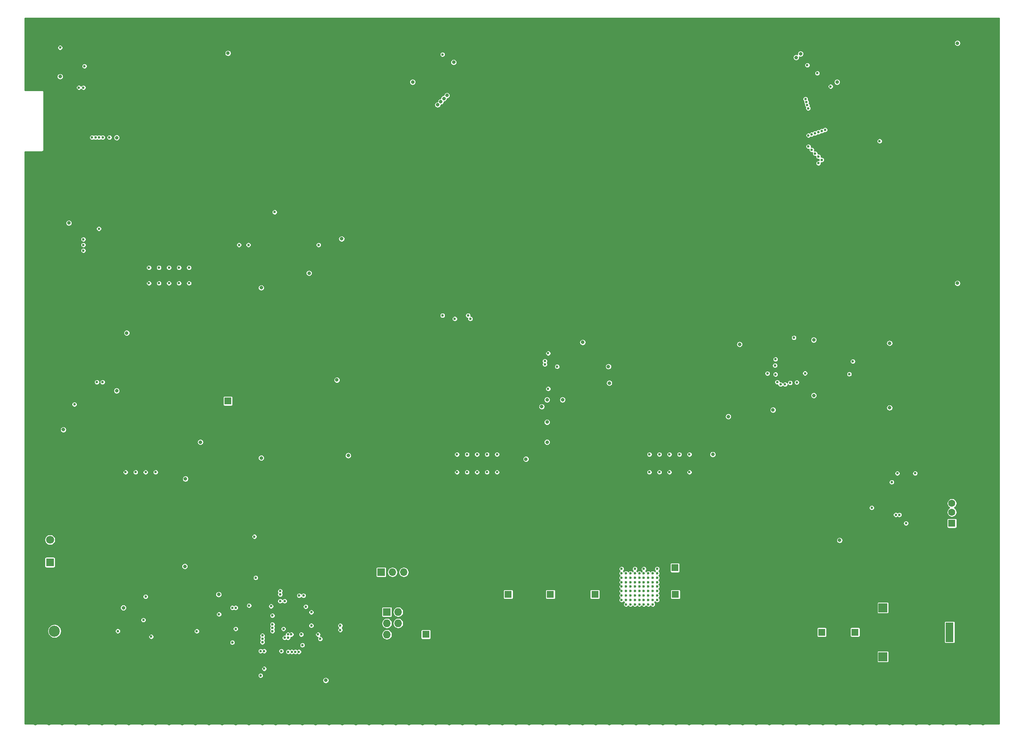
<source format=gbr>
G04 #@! TF.GenerationSoftware,KiCad,Pcbnew,(5.1.6)-1*
G04 #@! TF.CreationDate,2020-07-16T00:26:13+02:00*
G04 #@! TF.ProjectId,Hauptplatine,48617570-7470-46c6-9174-696e652e6b69,0*
G04 #@! TF.SameCoordinates,Original*
G04 #@! TF.FileFunction,Copper,L2,Inr*
G04 #@! TF.FilePolarity,Positive*
%FSLAX46Y46*%
G04 Gerber Fmt 4.6, Leading zero omitted, Abs format (unit mm)*
G04 Created by KiCad (PCBNEW (5.1.6)-1) date 2020-07-16 00:26:13*
%MOMM*%
%LPD*%
G01*
G04 APERTURE LIST*
G04 #@! TA.AperFunction,ViaPad*
%ADD10R,1.600000X1.600000*%
G04 #@! TD*
G04 #@! TA.AperFunction,ViaPad*
%ADD11C,1.600000*%
G04 #@! TD*
G04 #@! TA.AperFunction,ViaPad*
%ADD12C,0.600000*%
G04 #@! TD*
G04 #@! TA.AperFunction,ViaPad*
%ADD13C,0.500000*%
G04 #@! TD*
G04 #@! TA.AperFunction,ViaPad*
%ADD14R,1.700000X1.700000*%
G04 #@! TD*
G04 #@! TA.AperFunction,ViaPad*
%ADD15O,1.700000X1.700000*%
G04 #@! TD*
G04 #@! TA.AperFunction,ViaPad*
%ADD16O,4.000000X1.800000*%
G04 #@! TD*
G04 #@! TA.AperFunction,ViaPad*
%ADD17O,1.800000X4.000000*%
G04 #@! TD*
G04 #@! TA.AperFunction,ViaPad*
%ADD18R,1.800000X4.400000*%
G04 #@! TD*
G04 #@! TA.AperFunction,ViaPad*
%ADD19C,3.000000*%
G04 #@! TD*
G04 #@! TA.AperFunction,ViaPad*
%ADD20R,1.727200X1.727200*%
G04 #@! TD*
G04 #@! TA.AperFunction,ViaPad*
%ADD21O,1.727200X1.727200*%
G04 #@! TD*
G04 #@! TA.AperFunction,ViaPad*
%ADD22C,2.800000*%
G04 #@! TD*
G04 #@! TA.AperFunction,ViaPad*
%ADD23C,2.500000*%
G04 #@! TD*
G04 #@! TA.AperFunction,ViaPad*
%ADD24R,1.800000X1.800000*%
G04 #@! TD*
G04 #@! TA.AperFunction,ViaPad*
%ADD25C,1.800000*%
G04 #@! TD*
G04 #@! TA.AperFunction,ViaPad*
%ADD26R,2.000000X2.000000*%
G04 #@! TD*
G04 #@! TA.AperFunction,ViaPad*
%ADD27C,2.000000*%
G04 #@! TD*
G04 #@! TA.AperFunction,ViaPad*
%ADD28C,0.800000*%
G04 #@! TD*
G04 #@! TA.AperFunction,ViaPad*
%ADD29C,1.200000*%
G04 #@! TD*
G04 #@! TA.AperFunction,ViaPad*
%ADD30C,0.900000*%
G04 #@! TD*
G04 #@! TA.AperFunction,Conductor*
%ADD31C,0.254000*%
G04 #@! TD*
G04 APERTURE END LIST*
D10*
X190750000Y-180500000D03*
D11*
X193250000Y-180500000D03*
D12*
X117500000Y-52250000D03*
X117500000Y-53000000D03*
X117500000Y-53750000D03*
X116750000Y-52250000D03*
X116750000Y-53000000D03*
X116750000Y-53750000D03*
X116000000Y-52250000D03*
X116000000Y-53000000D03*
X116000000Y-53750000D03*
D13*
X117800000Y-66800000D03*
X116750000Y-66800000D03*
X115700000Y-66800000D03*
X117800000Y-65750000D03*
X116750000Y-65750000D03*
X115700000Y-65750000D03*
X117800000Y-64700000D03*
X116750000Y-64700000D03*
X115700000Y-64700000D03*
X193805635Y-58000000D03*
X193027817Y-58777817D03*
X192250000Y-59555635D03*
X193027817Y-57222183D03*
X192250000Y-58000000D03*
X191472183Y-58777817D03*
X192250000Y-56444365D03*
X191472183Y-57222183D03*
X190694365Y-58000000D03*
X278750000Y-60055635D03*
X277972183Y-59277817D03*
X277194365Y-58500000D03*
X279527817Y-59277817D03*
X278750000Y-58500000D03*
X277972183Y-57722183D03*
X280305635Y-58500000D03*
X279527817Y-57722183D03*
X278750000Y-56944365D03*
X271750000Y-121500000D03*
X271750000Y-120500000D03*
X271750000Y-119500000D03*
X272750000Y-121500000D03*
X272750000Y-120500000D03*
X272750000Y-119500000D03*
X273750000Y-121500000D03*
X273750000Y-120500000D03*
X273750000Y-119500000D03*
D12*
X284075000Y-120075000D03*
X284925000Y-120075000D03*
X284075000Y-120925000D03*
X284925000Y-120925000D03*
D14*
X180710000Y-166500000D03*
D15*
X183250000Y-166500000D03*
X185790000Y-166500000D03*
D16*
X311500000Y-175200000D03*
D17*
X314300000Y-180000000D03*
D18*
X308500000Y-180000000D03*
D19*
X311710000Y-145430000D03*
X311710000Y-158570000D03*
D10*
X309000000Y-155500000D03*
D11*
X309000000Y-153000000D03*
X309000000Y-151000000D03*
X309000000Y-148500000D03*
D20*
X182000000Y-175460000D03*
D21*
X184540000Y-175460000D03*
X182000000Y-178000000D03*
X184540000Y-178000000D03*
X182000000Y-180540000D03*
X184540000Y-180540000D03*
D22*
X109790000Y-182290000D03*
X104710000Y-182290000D03*
X109790000Y-177210000D03*
X104710000Y-177210000D03*
D23*
X107250000Y-179750000D03*
D24*
X106250000Y-164290000D03*
D25*
X106250000Y-161750000D03*
X106250000Y-159210000D03*
D10*
X228750000Y-171500000D03*
D11*
X230750000Y-171500000D03*
D10*
X246750000Y-165500000D03*
D11*
X248750000Y-165500000D03*
D10*
X287250000Y-180000000D03*
D11*
X289750000Y-180000000D03*
D26*
X293500000Y-174500000D03*
D27*
X298500000Y-174500000D03*
D10*
X209250000Y-171500000D03*
D11*
X211250000Y-171500000D03*
D10*
X218750000Y-171500000D03*
D11*
X221250000Y-171500000D03*
D10*
X246850000Y-171500000D03*
D11*
X248850000Y-171500000D03*
D10*
X279750000Y-180000000D03*
D11*
X282250000Y-180000000D03*
D26*
X293500000Y-185500000D03*
D27*
X298500000Y-185500000D03*
D10*
X146250000Y-128000000D03*
D11*
X148250000Y-128000000D03*
D28*
X261287500Y-115250000D03*
X168250000Y-190812500D03*
X144187500Y-171500000D03*
X110500000Y-87937500D03*
X140062500Y-137250000D03*
X136562500Y-165200000D03*
X122750000Y-174500000D03*
X283750000Y-159312500D03*
X216787500Y-129250000D03*
X187787500Y-56250000D03*
X255250000Y-140000000D03*
X108537500Y-55000000D03*
X121250000Y-68750000D03*
X153750000Y-140812500D03*
X310250000Y-47500000D03*
X310250000Y-101500000D03*
X146250000Y-49750000D03*
X153750000Y-102500000D03*
X164500000Y-99250000D03*
X171812500Y-91500000D03*
X283212500Y-56250000D03*
X173312500Y-140250000D03*
X170750000Y-123250000D03*
X109250000Y-134437500D03*
X136687500Y-145500000D03*
X213250000Y-141062500D03*
X123500000Y-112687500D03*
X268787500Y-130000000D03*
X121250000Y-125687500D03*
X258750000Y-131500000D03*
X295000000Y-129500000D03*
X295000000Y-115000000D03*
D12*
X238750000Y-173750000D03*
X238750000Y-172750000D03*
X238750000Y-171750000D03*
X238750000Y-170750000D03*
X238750000Y-169750000D03*
X238750000Y-168750000D03*
X238750000Y-167750000D03*
X238750000Y-166750000D03*
X237750000Y-173750000D03*
X237750000Y-171750000D03*
X237750000Y-172750000D03*
X237750000Y-170750000D03*
X237750000Y-167750000D03*
X237750000Y-168750000D03*
X237750000Y-169750000D03*
X236750000Y-172750000D03*
X236750000Y-171750000D03*
X236750000Y-168750000D03*
X236750000Y-173750000D03*
X236750000Y-167750000D03*
X236750000Y-170750000D03*
X236750000Y-169750000D03*
X235750000Y-168750000D03*
X235750000Y-169750000D03*
X234750000Y-168750000D03*
X234750000Y-169750000D03*
X239750000Y-171750000D03*
X239750000Y-173750000D03*
X239750000Y-167750000D03*
X239750000Y-170750000D03*
X239750000Y-168750000D03*
X239750000Y-169750000D03*
X239750000Y-172750000D03*
X240750000Y-167750000D03*
X240750000Y-168750000D03*
X240750000Y-173750000D03*
X240750000Y-169750000D03*
X240750000Y-170750000D03*
X240750000Y-172750000D03*
X240750000Y-171750000D03*
X239750000Y-165750000D03*
X237750000Y-165750000D03*
X242750000Y-165750000D03*
X234750000Y-165750000D03*
X242750000Y-171750000D03*
X242750000Y-170750000D03*
X242750000Y-168750000D03*
X242750000Y-166750000D03*
X242750000Y-169750000D03*
X242750000Y-167750000D03*
X242750000Y-172750000D03*
X241750000Y-170750000D03*
X241750000Y-171750000D03*
X241750000Y-173750000D03*
X241750000Y-172750000D03*
X241750000Y-166750000D03*
X241750000Y-168750000D03*
X241750000Y-169750000D03*
X241750000Y-167750000D03*
X240750000Y-166750000D03*
X239750000Y-166750000D03*
X234750000Y-172750000D03*
X234750000Y-170750000D03*
X234750000Y-167750000D03*
X234750000Y-166750000D03*
X234750000Y-171750000D03*
X235750000Y-167750000D03*
X235750000Y-171750000D03*
X235750000Y-166750000D03*
X235750000Y-172750000D03*
X235750000Y-170750000D03*
X235750000Y-173750000D03*
X236750000Y-166750000D03*
X237750000Y-166750000D03*
D28*
X218000000Y-137250000D03*
D12*
X292750000Y-69537500D03*
X150865000Y-92885000D03*
X166635000Y-92885000D03*
X276750000Y-68250000D03*
X276750000Y-70750000D03*
X277500000Y-68000014D03*
X277500000Y-71500000D03*
X278250000Y-67750000D03*
X278250000Y-72325010D03*
X279000000Y-67500000D03*
X278999990Y-73000000D03*
X279750000Y-67250000D03*
X279750000Y-73750000D03*
X280500000Y-67000000D03*
X279000000Y-74500000D03*
X200750000Y-109500000D03*
X197250000Y-109500000D03*
X154000000Y-180750000D03*
X194500000Y-108750000D03*
X200250000Y-108750000D03*
X154000000Y-181500000D03*
X154000000Y-182250000D03*
X281750000Y-57250000D03*
X278750000Y-54250000D03*
X113750000Y-57500000D03*
X108537500Y-48500000D03*
X121500000Y-179750000D03*
X116790000Y-123750000D03*
X130000000Y-144000000D03*
X158250000Y-184250000D03*
X154400000Y-188200000D03*
X154400000Y-184250000D03*
X159750000Y-180500000D03*
X162250000Y-171750000D03*
X125500000Y-144000000D03*
X113750000Y-94155000D03*
X153600000Y-184250000D03*
X153600000Y-189750000D03*
X204500000Y-144000000D03*
X155950000Y-174150000D03*
X151000000Y-174000000D03*
X123250000Y-144000000D03*
X127250000Y-177250000D03*
X127750000Y-144000000D03*
X129000000Y-181000000D03*
X113750000Y-92885000D03*
X127750000Y-172000000D03*
X202250000Y-144000000D03*
X156250000Y-176250000D03*
X204500000Y-140000000D03*
X220250000Y-120250000D03*
X206750000Y-144000000D03*
X156250000Y-179000000D03*
X202250000Y-140000000D03*
X217500000Y-119750000D03*
X200000000Y-144000000D03*
X156250000Y-178250000D03*
X206750000Y-140000000D03*
X218250000Y-125250000D03*
X217500000Y-119000000D03*
X200000000Y-140000000D03*
X197750000Y-144000000D03*
X156250000Y-179750000D03*
X247750000Y-140000000D03*
X270500000Y-124250000D03*
X197750000Y-140000000D03*
X218250000Y-117250000D03*
X243250000Y-144000000D03*
X159750000Y-181250000D03*
X245500000Y-144000000D03*
X158000000Y-170750000D03*
X147250000Y-182310000D03*
X147250000Y-174500000D03*
X241000000Y-144000000D03*
X159000000Y-181250000D03*
X152500000Y-167750000D03*
X250000000Y-144000000D03*
X158000000Y-171500000D03*
X148000000Y-174500000D03*
X148000000Y-179250000D03*
X158000000Y-173000000D03*
X300750000Y-144250000D03*
X296750000Y-144250000D03*
X159000000Y-173000000D03*
X171500000Y-179500000D03*
X163750000Y-174250000D03*
X171500000Y-178500000D03*
X165000008Y-175500000D03*
X152200000Y-158500000D03*
X160500000Y-180500000D03*
X163250000Y-171750000D03*
X156750000Y-85500000D03*
X112750000Y-57500000D03*
X117250000Y-89250000D03*
X298702500Y-155500000D03*
X291000000Y-152000000D03*
X111750000Y-128750000D03*
X167000000Y-181500000D03*
X118060000Y-123750000D03*
X166500000Y-180500000D03*
X144250000Y-175960000D03*
X139250000Y-179770000D03*
X159800000Y-184400000D03*
X135250000Y-101500000D03*
X160600000Y-184400000D03*
X133000000Y-101500000D03*
X161400000Y-184400000D03*
X130750000Y-101500000D03*
X162200000Y-184400000D03*
X128500000Y-101500000D03*
X163000000Y-182900000D03*
X137500000Y-101500000D03*
X296400000Y-153600000D03*
X158750000Y-179250000D03*
X113750000Y-91615000D03*
X165000000Y-178500000D03*
X192250000Y-51000000D03*
D28*
X294000000Y-161500000D03*
X295500000Y-161500000D03*
X159500000Y-95000000D03*
X208500000Y-181250000D03*
D29*
X314000000Y-163000000D03*
D28*
X156500000Y-195250000D03*
X115500000Y-83750000D03*
D12*
X159500000Y-125250000D03*
X222050000Y-120050000D03*
X282750000Y-118000000D03*
X168900000Y-139900000D03*
D28*
X163250000Y-145500000D03*
X222750000Y-145500000D03*
X224250000Y-145500000D03*
X263500000Y-145500000D03*
X287250000Y-127250000D03*
D12*
X126200000Y-54100000D03*
D30*
X104500000Y-199000000D03*
X106000000Y-200500000D03*
X107500000Y-199000000D03*
X103000000Y-200500000D03*
X101500000Y-198500000D03*
X103000000Y-197000000D03*
X101500000Y-195500000D03*
X317000000Y-197500000D03*
X318500000Y-196000000D03*
X317000000Y-194500000D03*
X317000000Y-191500000D03*
X317000000Y-188500000D03*
X317000000Y-185500000D03*
X317000000Y-182500000D03*
X317000000Y-179500000D03*
X317000000Y-176500000D03*
X317000000Y-173500000D03*
X317000000Y-170500000D03*
X317000000Y-167500000D03*
X317000000Y-164500000D03*
X317000000Y-161500000D03*
X317000000Y-158500000D03*
X317000000Y-155500000D03*
X317000000Y-152500000D03*
X317000000Y-149500000D03*
X317000000Y-146500000D03*
X317000000Y-143500000D03*
X317000000Y-140500000D03*
X317000000Y-137500000D03*
X317000000Y-134500000D03*
X317000000Y-131500000D03*
X317000000Y-128500000D03*
X317000000Y-125500000D03*
X317000000Y-122500000D03*
X317000000Y-119500000D03*
X317000000Y-116500000D03*
X317000000Y-113500000D03*
X317000000Y-110500000D03*
X317000000Y-107500000D03*
X317000000Y-104500000D03*
X317000000Y-101500000D03*
X317000000Y-98500000D03*
X317000000Y-95500000D03*
X317000000Y-92500000D03*
X317000000Y-89500000D03*
X317000000Y-86500000D03*
X317000000Y-83500000D03*
X317000000Y-80500000D03*
X317000000Y-77500000D03*
X317000000Y-74500000D03*
X317000000Y-71500000D03*
X317000000Y-68500000D03*
X317000000Y-65500000D03*
X317000000Y-62500000D03*
X317000000Y-59500000D03*
X317000000Y-56500000D03*
X317000000Y-53500000D03*
X317000000Y-50500000D03*
X317000000Y-47500000D03*
X317000000Y-44500000D03*
X318500000Y-193000000D03*
X318500000Y-190000000D03*
X318500000Y-187000000D03*
X318500000Y-184000000D03*
X318500000Y-181000000D03*
X318500000Y-178000000D03*
X318500000Y-175000000D03*
X318500000Y-172000000D03*
X318500000Y-169000000D03*
X318500000Y-166000000D03*
X318500000Y-163000000D03*
X318500000Y-160000000D03*
X318500000Y-157000000D03*
X318500000Y-154000000D03*
X318500000Y-151000000D03*
X318500000Y-148000000D03*
X318500000Y-145000000D03*
X318500000Y-142000000D03*
X318500000Y-139000000D03*
X318500000Y-136000000D03*
X318500000Y-133000000D03*
X318500000Y-130000000D03*
X318500000Y-127000000D03*
X318500000Y-124000000D03*
X318500000Y-121000000D03*
X318500000Y-118000000D03*
X318500000Y-115000000D03*
X318500000Y-112000000D03*
X318500000Y-109000000D03*
X318500000Y-106000000D03*
X318500000Y-103000000D03*
X318500000Y-100000000D03*
X318500000Y-97000000D03*
X318500000Y-94000000D03*
X318500000Y-91000000D03*
X318500000Y-88000000D03*
X318500000Y-85000000D03*
X318500000Y-82000000D03*
X318500000Y-79000000D03*
X318500000Y-76000000D03*
X318500000Y-73000000D03*
X318500000Y-70000000D03*
X318500000Y-67000000D03*
X318500000Y-64000000D03*
X318500000Y-61000000D03*
X318500000Y-58000000D03*
X318500000Y-55000000D03*
X318500000Y-52000000D03*
X318500000Y-49000000D03*
X318500000Y-46000000D03*
X318500000Y-43000000D03*
X314000000Y-44500000D03*
X311000000Y-44500000D03*
X308000000Y-44500000D03*
X305000000Y-44500000D03*
X302000000Y-44500000D03*
X299000000Y-44500000D03*
X296000000Y-44500000D03*
X293000000Y-44500000D03*
X290000000Y-44500000D03*
X287000000Y-44500000D03*
X284000000Y-44500000D03*
X281000000Y-44500000D03*
X278000000Y-44500000D03*
X275000000Y-44500000D03*
X272000000Y-44500000D03*
X269000000Y-44500000D03*
X266000000Y-44500000D03*
X263000000Y-44500000D03*
X260000000Y-44500000D03*
X257000000Y-44500000D03*
X254000000Y-44500000D03*
X251000000Y-44500000D03*
X248000000Y-44500000D03*
X245000000Y-44500000D03*
X242000000Y-44500000D03*
X239000000Y-44500000D03*
X236000000Y-44500000D03*
X233000000Y-44500000D03*
X230000000Y-44500000D03*
X227000000Y-44500000D03*
X224000000Y-44500000D03*
X221000000Y-44500000D03*
X218000000Y-44500000D03*
X215000000Y-44500000D03*
X212000000Y-44500000D03*
X209000000Y-44500000D03*
X206000000Y-44500000D03*
X203000000Y-44500000D03*
X200000000Y-44500000D03*
X197000000Y-44500000D03*
X194000000Y-44500000D03*
X191000000Y-44500000D03*
X188000000Y-44500000D03*
X185000000Y-44500000D03*
X182000000Y-44500000D03*
X179000000Y-44500000D03*
X176000000Y-44500000D03*
X173000000Y-44500000D03*
X170000000Y-44500000D03*
X167000000Y-44500000D03*
X164000000Y-44500000D03*
X161000000Y-44500000D03*
X158000000Y-44500000D03*
X155000000Y-44500000D03*
X152000000Y-44500000D03*
X149000000Y-44500000D03*
X146000000Y-44500000D03*
X143000000Y-44500000D03*
X140000000Y-44500000D03*
X137000000Y-44500000D03*
X134000000Y-44500000D03*
X131000000Y-44500000D03*
X128000000Y-44500000D03*
X125000000Y-44500000D03*
X122000000Y-44500000D03*
X119000000Y-44500000D03*
X116000000Y-44500000D03*
X113000000Y-44500000D03*
X110000000Y-44500000D03*
X107000000Y-44500000D03*
X315500000Y-43000000D03*
X312500000Y-43000000D03*
X309500000Y-43000000D03*
X306500000Y-43000000D03*
X303500000Y-43000000D03*
X300500000Y-43000000D03*
X297500000Y-43000000D03*
X294500000Y-43000000D03*
X291500000Y-43000000D03*
X288500000Y-43000000D03*
X285500000Y-43000000D03*
X282500000Y-43000000D03*
X279500000Y-43000000D03*
X276500000Y-43000000D03*
X273500000Y-43000000D03*
X270500000Y-43000000D03*
X267500000Y-43000000D03*
X264500000Y-43000000D03*
X261500000Y-43000000D03*
X258500000Y-43000000D03*
X255500000Y-43000000D03*
X252500000Y-43000000D03*
X249500000Y-43000000D03*
X246500000Y-43000000D03*
X243500000Y-43000000D03*
X240500000Y-43000000D03*
X237500000Y-43000000D03*
X234500000Y-43000000D03*
X231500000Y-43000000D03*
X228500000Y-43000000D03*
X225500000Y-43000000D03*
X222500000Y-43000000D03*
X219500000Y-43000000D03*
X216500000Y-43000000D03*
X213500000Y-43000000D03*
X210500000Y-43000000D03*
X207500000Y-43000000D03*
X204500000Y-43000000D03*
X201500000Y-43000000D03*
X198500000Y-43000000D03*
X195500000Y-43000000D03*
X192500000Y-43000000D03*
X189500000Y-43000000D03*
X186500000Y-43000000D03*
X183500000Y-43000000D03*
X180500000Y-43000000D03*
X177500000Y-43000000D03*
X174500000Y-43000000D03*
X171500000Y-43000000D03*
X168500000Y-43000000D03*
X165500000Y-43000000D03*
X162500000Y-43000000D03*
X159500000Y-43000000D03*
X156500000Y-43000000D03*
X153500000Y-43000000D03*
X150500000Y-43000000D03*
X147500000Y-43000000D03*
X144500000Y-43000000D03*
X141500000Y-43000000D03*
X138500000Y-43000000D03*
X135500000Y-43000000D03*
X132500000Y-43000000D03*
X129500000Y-43000000D03*
X126500000Y-43000000D03*
X123500000Y-43000000D03*
X120500000Y-43000000D03*
X117500000Y-43000000D03*
X114500000Y-43000000D03*
X111500000Y-43000000D03*
X108500000Y-43000000D03*
X105500000Y-43000000D03*
X103000000Y-194000000D03*
X103000000Y-191000000D03*
X103000000Y-188000000D03*
X103000000Y-185000000D03*
X103000000Y-182000000D03*
X103000000Y-179000000D03*
X103000000Y-176000000D03*
X103000000Y-173000000D03*
X103000000Y-170000000D03*
X103000000Y-167000000D03*
X103000000Y-164000000D03*
X103000000Y-161000000D03*
X103000000Y-158000000D03*
X103000000Y-155000000D03*
X103000000Y-152000000D03*
X103000000Y-149000000D03*
X103000000Y-146000000D03*
X103000000Y-143000000D03*
X103000000Y-140000000D03*
X103000000Y-137000000D03*
X103000000Y-134000000D03*
X103000000Y-131000000D03*
X103000000Y-128000000D03*
X103000000Y-125000000D03*
X103000000Y-122000000D03*
X103000000Y-119000000D03*
X103000000Y-116000000D03*
X103000000Y-113000000D03*
X103000000Y-110000000D03*
X103000000Y-107000000D03*
X103000000Y-104000000D03*
X103000000Y-101000000D03*
X103000000Y-98000000D03*
X103000000Y-95000000D03*
X103000000Y-92000000D03*
X103000000Y-89000000D03*
X103000000Y-86000000D03*
X103000000Y-83000000D03*
X103000000Y-80000000D03*
X103000000Y-74000000D03*
X101500000Y-192500000D03*
X101500000Y-189500000D03*
X101500000Y-186500000D03*
X101500000Y-183500000D03*
X101500000Y-180500000D03*
X101500000Y-177500000D03*
X101500000Y-174500000D03*
X101500000Y-171500000D03*
X101500000Y-168500000D03*
X101500000Y-165500000D03*
X101500000Y-162500000D03*
X101500000Y-159500000D03*
X101500000Y-156500000D03*
X101500000Y-153500000D03*
X101500000Y-150500000D03*
X101500000Y-147500000D03*
X101500000Y-144500000D03*
X101500000Y-141500000D03*
X101500000Y-138500000D03*
X101500000Y-135500000D03*
X101500000Y-132500000D03*
X101500000Y-129500000D03*
X101500000Y-126500000D03*
X101500000Y-123500000D03*
X101500000Y-120500000D03*
X101500000Y-117500000D03*
X101500000Y-114500000D03*
X101500000Y-111500000D03*
X101500000Y-108500000D03*
X101500000Y-105500000D03*
X101500000Y-102500000D03*
X101500000Y-99500000D03*
X101500000Y-96500000D03*
X101500000Y-93500000D03*
X101500000Y-90500000D03*
X101500000Y-87500000D03*
X101500000Y-84500000D03*
X101500000Y-81500000D03*
X101500000Y-78500000D03*
X101500000Y-75500000D03*
X101500000Y-72500000D03*
X103000000Y-53000000D03*
X103000000Y-50000000D03*
X103000000Y-47000000D03*
X101500000Y-48500000D03*
X101500000Y-45500000D03*
X101500000Y-51500000D03*
X102500000Y-43000000D03*
X101500000Y-54500000D03*
X104000000Y-44500000D03*
X103000000Y-56000000D03*
X101500000Y-57500000D03*
X109000000Y-200500000D03*
X112000000Y-200500000D03*
X115000000Y-200500000D03*
X118000000Y-200500000D03*
X121000000Y-200500000D03*
X124000000Y-200500000D03*
X127000000Y-200500000D03*
X130000000Y-200500000D03*
X133000000Y-200500000D03*
X136000000Y-200500000D03*
X139000000Y-200500000D03*
X142000000Y-200500000D03*
X145000000Y-200500000D03*
X148000000Y-200500000D03*
X151000000Y-200500000D03*
X154000000Y-200500000D03*
X157000000Y-200500000D03*
X160000000Y-200500000D03*
X163000000Y-200500000D03*
X166000000Y-200500000D03*
X169000000Y-200500000D03*
X172000000Y-200500000D03*
X175000000Y-200500000D03*
X178000000Y-200500000D03*
X181000000Y-200500000D03*
X184000000Y-200500000D03*
X187000000Y-200500000D03*
X190000000Y-200500000D03*
X193000000Y-200500000D03*
X196000000Y-200500000D03*
X199000000Y-200500000D03*
X202000000Y-200500000D03*
X205000000Y-200500000D03*
X208000000Y-200500000D03*
X211000000Y-200500000D03*
X214000000Y-200500000D03*
X217000000Y-200500000D03*
X220000000Y-200500000D03*
X223000000Y-200500000D03*
X226000000Y-200500000D03*
X229000000Y-200500000D03*
X232000000Y-200500000D03*
X235000000Y-200500000D03*
X238000000Y-200500000D03*
X241000000Y-200500000D03*
X244000000Y-200500000D03*
X247000000Y-200500000D03*
X250000000Y-200500000D03*
X253000000Y-200500000D03*
X256000000Y-200500000D03*
X259000000Y-200500000D03*
X262000000Y-200500000D03*
X265000000Y-200500000D03*
X268000000Y-200500000D03*
X271000000Y-200500000D03*
X274000000Y-200500000D03*
X277000000Y-200500000D03*
X280000000Y-200500000D03*
X283000000Y-200500000D03*
X286000000Y-200500000D03*
X289000000Y-200500000D03*
X292000000Y-200500000D03*
X295000000Y-200500000D03*
X298000000Y-200500000D03*
X301000000Y-200500000D03*
X304000000Y-200500000D03*
X307000000Y-200500000D03*
X310000000Y-200500000D03*
X313000000Y-200500000D03*
X316000000Y-200500000D03*
X318500000Y-199000000D03*
X110500000Y-199000000D03*
X113500000Y-199000000D03*
X116500000Y-199000000D03*
X119500000Y-199000000D03*
X122500000Y-199000000D03*
X125500000Y-199000000D03*
X128500000Y-199000000D03*
X131500000Y-199000000D03*
X134500000Y-199000000D03*
X137500000Y-199000000D03*
X140500000Y-199000000D03*
X143500000Y-199000000D03*
X146500000Y-199000000D03*
X149500000Y-199000000D03*
X152500000Y-199000000D03*
X155500000Y-199000000D03*
X158500000Y-199000000D03*
X161500000Y-199000000D03*
X164500000Y-199000000D03*
X167500000Y-199000000D03*
X170500000Y-199000000D03*
X173500000Y-199000000D03*
X176500000Y-199000000D03*
X179500000Y-199000000D03*
X182500000Y-199000000D03*
X185500000Y-199000000D03*
X188500000Y-199000000D03*
X191500000Y-199000000D03*
X194500000Y-199000000D03*
X197500000Y-199000000D03*
X200500000Y-199000000D03*
X203500000Y-199000000D03*
X206500000Y-199000000D03*
X209500000Y-199000000D03*
X212500000Y-199000000D03*
X215500000Y-199000000D03*
X218500000Y-199000000D03*
X221500000Y-199000000D03*
X224500000Y-199000000D03*
X227500000Y-199000000D03*
X230500000Y-199000000D03*
X233500000Y-199000000D03*
X236500000Y-199000000D03*
X239500000Y-199000000D03*
X242500000Y-199000000D03*
X245500000Y-199000000D03*
X248500000Y-199000000D03*
X251500000Y-199000000D03*
X254500000Y-199000000D03*
X257500000Y-199000000D03*
X260500000Y-199000000D03*
X263500000Y-199000000D03*
X266500000Y-199000000D03*
X269500000Y-199000000D03*
X272500000Y-199000000D03*
X275500000Y-199000000D03*
X278500000Y-199000000D03*
X281500000Y-199000000D03*
X284500000Y-199000000D03*
X287500000Y-199000000D03*
X290500000Y-199000000D03*
X293500000Y-199000000D03*
X296500000Y-199000000D03*
X299500000Y-199000000D03*
X302500000Y-199000000D03*
X305500000Y-199000000D03*
X308500000Y-199000000D03*
X311500000Y-199000000D03*
X314500000Y-199000000D03*
X105000000Y-151250000D03*
X106500000Y-152750000D03*
X108000000Y-151250000D03*
X130500000Y-152750000D03*
X109500000Y-152750000D03*
X121500000Y-152750000D03*
X127500000Y-152750000D03*
X169500000Y-152750000D03*
X142500000Y-152750000D03*
X202500000Y-152750000D03*
X166500000Y-152750000D03*
X208500000Y-152750000D03*
X193500000Y-152750000D03*
X112500000Y-152750000D03*
X178500000Y-152750000D03*
X196500000Y-152750000D03*
X157500000Y-152750000D03*
X205500000Y-152750000D03*
X214500000Y-152750000D03*
X217500000Y-152750000D03*
X238500000Y-152750000D03*
X241500000Y-152750000D03*
X175500000Y-152750000D03*
X184500000Y-152750000D03*
X151500000Y-152750000D03*
X220500000Y-152750000D03*
X124500000Y-152750000D03*
X247500000Y-152750000D03*
X187500000Y-152750000D03*
X118500000Y-152750000D03*
X211500000Y-152750000D03*
X250500000Y-152750000D03*
X154500000Y-152750000D03*
X136500000Y-152750000D03*
X181500000Y-152750000D03*
X232500000Y-152750000D03*
X259500000Y-152750000D03*
X262500000Y-152750000D03*
X265500000Y-152750000D03*
X268500000Y-152750000D03*
X139500000Y-152750000D03*
X148500000Y-152750000D03*
X172500000Y-152750000D03*
X190500000Y-152750000D03*
X199500000Y-152750000D03*
X163500000Y-152750000D03*
X223500000Y-152750000D03*
X115500000Y-152750000D03*
X160500000Y-152750000D03*
X235500000Y-152750000D03*
X226500000Y-152750000D03*
X244500000Y-152750000D03*
X133500000Y-152750000D03*
X229500000Y-152750000D03*
X253500000Y-152750000D03*
X256500000Y-152750000D03*
X145500000Y-152750000D03*
X147000000Y-151250000D03*
X150000000Y-151250000D03*
X153000000Y-151250000D03*
X111000000Y-151250000D03*
X114000000Y-151250000D03*
X123000000Y-151250000D03*
X126000000Y-151250000D03*
X129000000Y-151250000D03*
X138000000Y-151250000D03*
X117000000Y-151250000D03*
X135000000Y-151250000D03*
X141000000Y-151250000D03*
X120000000Y-151250000D03*
X132000000Y-151250000D03*
X144000000Y-151250000D03*
X171000000Y-151250000D03*
X174000000Y-151250000D03*
X156000000Y-151250000D03*
X162000000Y-151250000D03*
X159000000Y-151250000D03*
X165000000Y-151250000D03*
X168000000Y-151250000D03*
X255000000Y-151250000D03*
X258000000Y-151250000D03*
X246000000Y-151250000D03*
X204000000Y-151250000D03*
X264000000Y-151250000D03*
X267000000Y-151250000D03*
X180000000Y-151250000D03*
X192000000Y-151250000D03*
X252000000Y-151250000D03*
X261000000Y-151250000D03*
X270000000Y-151250000D03*
X186000000Y-151250000D03*
X213000000Y-151250000D03*
X216000000Y-151250000D03*
X228000000Y-151250000D03*
X234000000Y-151250000D03*
X231000000Y-151250000D03*
X198000000Y-151250000D03*
X207000000Y-151250000D03*
X195000000Y-151250000D03*
X183000000Y-151250000D03*
X189000000Y-151250000D03*
X222000000Y-151250000D03*
X240000000Y-151250000D03*
X249000000Y-151250000D03*
X201000000Y-151250000D03*
X177000000Y-151250000D03*
X225000000Y-151250000D03*
X219000000Y-151250000D03*
X237000000Y-151250000D03*
X210000000Y-151250000D03*
X243000000Y-151250000D03*
X271500000Y-152750000D03*
X277500000Y-152750000D03*
X280500000Y-152750000D03*
X274500000Y-152750000D03*
X276000000Y-151250000D03*
X282000000Y-151250000D03*
X273000000Y-151250000D03*
X279000000Y-151250000D03*
X283250000Y-149750000D03*
X281750000Y-148250000D03*
X283250000Y-146750000D03*
X281750000Y-145250000D03*
X283250000Y-143750000D03*
X281750000Y-142250000D03*
X283250000Y-140750000D03*
X281750000Y-139250000D03*
X283250000Y-137750000D03*
X284750000Y-139250000D03*
X287750000Y-139250000D03*
X286250000Y-137750000D03*
X290750000Y-139250000D03*
X292250000Y-137750000D03*
X293750000Y-139250000D03*
X289250000Y-137750000D03*
X296750000Y-139250000D03*
X304250000Y-137750000D03*
X301250000Y-137750000D03*
X298250000Y-137750000D03*
X299750000Y-139250000D03*
X302750000Y-139250000D03*
X305750000Y-139250000D03*
X295250000Y-137750000D03*
X313250000Y-137750000D03*
X311750000Y-139250000D03*
X310250000Y-137750000D03*
X307250000Y-137750000D03*
X308750000Y-139250000D03*
X314750000Y-139250000D03*
X289000000Y-106750000D03*
X286000000Y-106750000D03*
X287500000Y-105250000D03*
X296500000Y-105250000D03*
X292000000Y-106750000D03*
X290500000Y-105250000D03*
X307500000Y-106750000D03*
X309000000Y-105250000D03*
X295000000Y-106750000D03*
X293500000Y-105250000D03*
X299500000Y-105250000D03*
X306000000Y-105250000D03*
X315000000Y-105250000D03*
X313500000Y-106750000D03*
X310500000Y-106750000D03*
X312000000Y-105250000D03*
X103000000Y-77000000D03*
X176500000Y-78750000D03*
X170500000Y-78750000D03*
X146500000Y-78750000D03*
X107500000Y-78750000D03*
X125500000Y-78750000D03*
X122500000Y-78750000D03*
X140500000Y-78750000D03*
X164500000Y-78750000D03*
X128500000Y-78750000D03*
X149500000Y-78750000D03*
X104500000Y-78750000D03*
X137500000Y-78750000D03*
X119500000Y-78750000D03*
X116500000Y-78750000D03*
X151000000Y-77250000D03*
X133000000Y-77250000D03*
X139000000Y-77250000D03*
X124000000Y-77250000D03*
X152500000Y-78750000D03*
X121000000Y-77250000D03*
X136000000Y-77250000D03*
X160000000Y-77250000D03*
X127000000Y-77250000D03*
X155500000Y-78750000D03*
X134500000Y-78750000D03*
X109000000Y-77250000D03*
X173500000Y-78750000D03*
X118000000Y-77250000D03*
X167500000Y-78750000D03*
X106000000Y-77250000D03*
X143500000Y-78750000D03*
X110500000Y-78750000D03*
X161500000Y-78750000D03*
X130000000Y-77250000D03*
X166000000Y-77250000D03*
X157000000Y-77250000D03*
X175000000Y-77250000D03*
X113500000Y-78750000D03*
X172000000Y-77250000D03*
X163000000Y-77250000D03*
X158500000Y-78750000D03*
X148000000Y-77250000D03*
X145000000Y-77250000D03*
X131500000Y-78750000D03*
X178000000Y-77250000D03*
X169000000Y-77250000D03*
X154000000Y-77250000D03*
X112000000Y-77250000D03*
X142000000Y-77250000D03*
X115000000Y-77250000D03*
X179500000Y-78750000D03*
X183500000Y-46250000D03*
X181750000Y-79750000D03*
X181750000Y-76750000D03*
X183250000Y-78250000D03*
X183250000Y-72250000D03*
X181750000Y-70750000D03*
X181750000Y-73750000D03*
X183250000Y-75250000D03*
X183250000Y-54250000D03*
X183250000Y-69250000D03*
X181750000Y-64750000D03*
X181750000Y-58750000D03*
X183250000Y-63250000D03*
X183250000Y-66250000D03*
X181750000Y-52750000D03*
X183250000Y-57250000D03*
X181750000Y-61750000D03*
X181750000Y-67750000D03*
X181750000Y-55750000D03*
X183250000Y-60250000D03*
D28*
X137000000Y-48000000D03*
X143500000Y-48000000D03*
D12*
X129350000Y-62500000D03*
X130350000Y-62500000D03*
X128350000Y-62500000D03*
X129350000Y-66500000D03*
X128350000Y-66500000D03*
X129350000Y-65500000D03*
X128350000Y-65500000D03*
X128350000Y-64500000D03*
X129350000Y-64500000D03*
X129350000Y-63500000D03*
X128350000Y-63500000D03*
X127350000Y-62500000D03*
X128350000Y-61500000D03*
X129350000Y-61500000D03*
X127350000Y-61500000D03*
X128350000Y-60500000D03*
X127350000Y-60500000D03*
X129350000Y-60500000D03*
X129350000Y-59500000D03*
X128350000Y-59500000D03*
X127350000Y-59500000D03*
X128350000Y-58500000D03*
X129350000Y-58500000D03*
X127350000Y-58500000D03*
X126350000Y-58500000D03*
X125350000Y-58500000D03*
X138500000Y-66750000D03*
X137500000Y-66750000D03*
X137500000Y-67750000D03*
X138500000Y-67750000D03*
X137500000Y-68750000D03*
X138500000Y-68750000D03*
X137500000Y-69750000D03*
X138500000Y-69750000D03*
X138500000Y-70750000D03*
X137500000Y-71750000D03*
X138500000Y-71750000D03*
X137500000Y-70750000D03*
X138500000Y-72750000D03*
X137500000Y-72750000D03*
X140500000Y-72750000D03*
X139500000Y-72750000D03*
X140500000Y-71750000D03*
X140500000Y-70750000D03*
X139500000Y-71750000D03*
X139500000Y-70750000D03*
X142500000Y-70750000D03*
X141500000Y-70750000D03*
X142500000Y-71750000D03*
X141500000Y-72750000D03*
X142500000Y-72750000D03*
X141500000Y-71750000D03*
X143500000Y-72750000D03*
X143500000Y-66750000D03*
X143500000Y-67750000D03*
X143500000Y-69750000D03*
X143500000Y-71750000D03*
X143500000Y-68750000D03*
X143500000Y-70750000D03*
X142500000Y-67750000D03*
X142500000Y-66750000D03*
X142500000Y-69750000D03*
X142500000Y-68750000D03*
X118700000Y-67700000D03*
X114000000Y-65750000D03*
X114800000Y-67700000D03*
D28*
X113750000Y-59500000D03*
X116000000Y-59000000D03*
X116750000Y-59500000D03*
X117500000Y-59000000D03*
X118250000Y-59500000D03*
X119750000Y-59500000D03*
X115250000Y-72250000D03*
X121250000Y-72250000D03*
X119750000Y-49500000D03*
X113250000Y-49500000D03*
X106000000Y-49500000D03*
X106000000Y-54000000D03*
X110250000Y-53500000D03*
D12*
X126200000Y-53300000D03*
X126200000Y-52500000D03*
X125400000Y-52500000D03*
X127000000Y-52500000D03*
X125400000Y-54900000D03*
X126200000Y-54900000D03*
X127000000Y-54900000D03*
D28*
X198000000Y-76250000D03*
X204500000Y-76250000D03*
X211000000Y-76250000D03*
X217500000Y-76250000D03*
X224000000Y-76250000D03*
X198000000Y-83250000D03*
X204500000Y-83250000D03*
X211000000Y-83250000D03*
X217500000Y-83250000D03*
X224000000Y-83250000D03*
X198500000Y-91500000D03*
X207000000Y-91500000D03*
X215500000Y-91500000D03*
X224000000Y-91500000D03*
X198500000Y-99500000D03*
X207000000Y-99500000D03*
X215500000Y-99500000D03*
X224000000Y-99500000D03*
X238500000Y-81000000D03*
X245000000Y-81000000D03*
X251500000Y-81000000D03*
X258000000Y-81000000D03*
X264500000Y-81000000D03*
X238500000Y-88000000D03*
X245000000Y-88000000D03*
X251500000Y-88000000D03*
X258000000Y-88000000D03*
X264500000Y-88000000D03*
X238500000Y-95500000D03*
X247000000Y-95500000D03*
X255500000Y-95500000D03*
X264000000Y-95500000D03*
X238500000Y-103000000D03*
X247000000Y-103000000D03*
X255500000Y-103000000D03*
X264000000Y-103000000D03*
X141500000Y-54500000D03*
X141500000Y-53000000D03*
D30*
X287750000Y-47250000D03*
X287750000Y-84250000D03*
X287750000Y-87250000D03*
X287750000Y-81250000D03*
X287750000Y-78250000D03*
X287750000Y-102250000D03*
X287750000Y-57250000D03*
X289250000Y-46250000D03*
X287750000Y-72250000D03*
X287750000Y-99250000D03*
X287750000Y-93250000D03*
X287750000Y-75250000D03*
X287750000Y-69250000D03*
X287750000Y-90250000D03*
X287750000Y-60250000D03*
X287750000Y-96250000D03*
X287750000Y-66250000D03*
X287750000Y-63250000D03*
X289250000Y-61750000D03*
X289250000Y-94750000D03*
X289250000Y-103750000D03*
X289250000Y-88750000D03*
X289250000Y-67750000D03*
X289250000Y-97750000D03*
X289250000Y-70750000D03*
X289250000Y-76750000D03*
X289250000Y-100750000D03*
X289250000Y-91750000D03*
X289250000Y-64750000D03*
X289250000Y-85750000D03*
X289250000Y-58750000D03*
X289250000Y-79750000D03*
X289250000Y-82750000D03*
X289250000Y-73750000D03*
X289250000Y-55750000D03*
X287750000Y-54250000D03*
D28*
X310750000Y-92000000D03*
X310750000Y-97500000D03*
X310750000Y-86500000D03*
X310750000Y-62500000D03*
X310750000Y-57000000D03*
D12*
X293750000Y-79000000D03*
X295000000Y-79000000D03*
X296250000Y-79000000D03*
X296250000Y-80000000D03*
X295000000Y-80000000D03*
X293750000Y-80000000D03*
X295000000Y-81000000D03*
X296250000Y-81000000D03*
X293750000Y-81000000D03*
X305750000Y-69500000D03*
X307750000Y-71500000D03*
X306750000Y-69500000D03*
X306750000Y-71500000D03*
X308750000Y-70500000D03*
X305750000Y-70500000D03*
X307750000Y-70500000D03*
X308750000Y-71500000D03*
X305750000Y-71500000D03*
X307750000Y-69500000D03*
X306750000Y-70500000D03*
X308750000Y-69500000D03*
X309750000Y-70500000D03*
X309750000Y-69500000D03*
X308750000Y-68500000D03*
X309750000Y-68500000D03*
X307750000Y-68500000D03*
X305750000Y-68500000D03*
X306750000Y-68500000D03*
X309750000Y-71500000D03*
X310750000Y-68500000D03*
X310750000Y-69500000D03*
X310750000Y-70500000D03*
X307750000Y-79500000D03*
X306750000Y-80500000D03*
X305750000Y-80500000D03*
X306750000Y-79500000D03*
X309750000Y-79500000D03*
X305750000Y-79500000D03*
X308750000Y-78500000D03*
X307750000Y-77500000D03*
X305750000Y-77500000D03*
X307750000Y-80500000D03*
X309750000Y-80500000D03*
X308750000Y-79500000D03*
X307750000Y-78500000D03*
X308750000Y-80500000D03*
X308750000Y-77500000D03*
X306750000Y-78500000D03*
X305750000Y-78500000D03*
X309750000Y-78500000D03*
X306750000Y-77500000D03*
X310750000Y-78500000D03*
X310750000Y-79500000D03*
X310750000Y-80500000D03*
X309750000Y-77500000D03*
X304750000Y-69000000D03*
X304750000Y-71000000D03*
X304750000Y-78000000D03*
X304750000Y-80000000D03*
X294000000Y-67000000D03*
X118250000Y-51050000D03*
X118250000Y-54950000D03*
X114800000Y-54500000D03*
X297150000Y-120500000D03*
X297150000Y-121500000D03*
X297150000Y-122500000D03*
X297150000Y-119500000D03*
X297150000Y-118500000D03*
X300150000Y-120500000D03*
X300150000Y-119500000D03*
X300150000Y-118500000D03*
D28*
X279537500Y-123250000D03*
X279537500Y-126750000D03*
X282250000Y-126250000D03*
X283750000Y-126250000D03*
X285250000Y-126250000D03*
X286750000Y-126250000D03*
X288250000Y-126250000D03*
X282750000Y-133000000D03*
X287750000Y-133000000D03*
X287250000Y-128750000D03*
D12*
X122000000Y-50600000D03*
X122800000Y-50600000D03*
X123600000Y-50600000D03*
X123600000Y-51400000D03*
X122800000Y-51400000D03*
X122000000Y-51400000D03*
X123600000Y-49800000D03*
X122800000Y-49800000D03*
X122000000Y-49800000D03*
D28*
X261250000Y-144000000D03*
X255250000Y-144000000D03*
X265000000Y-145500000D03*
X220500000Y-144000000D03*
X214500000Y-144000000D03*
X155000000Y-143750000D03*
X161000000Y-143750000D03*
X164750000Y-145500000D03*
D12*
X169600000Y-139900000D03*
X169600000Y-139200000D03*
X168900000Y-139200000D03*
X166800000Y-139200000D03*
X168200000Y-139200000D03*
X170300000Y-139200000D03*
X171000000Y-139200000D03*
X168900000Y-141300000D03*
X169600000Y-141300000D03*
X169600000Y-140600000D03*
X168900000Y-140600000D03*
X170300000Y-139900000D03*
X171000000Y-139900000D03*
X166800000Y-139900000D03*
X168200000Y-139900000D03*
X166800000Y-143600000D03*
X168200000Y-143600000D03*
X169600000Y-142000000D03*
X168900000Y-142000000D03*
X171700000Y-139200000D03*
X171700000Y-139900000D03*
X167500000Y-139200000D03*
X167500000Y-139900000D03*
X168900000Y-142700000D03*
X169600000Y-142700000D03*
X169600000Y-143400000D03*
X168900000Y-143400000D03*
X167500000Y-143600000D03*
X167500000Y-138500000D03*
X171700000Y-138500000D03*
X168900000Y-138500000D03*
X169600000Y-138500000D03*
X170300000Y-138500000D03*
X171000000Y-138500000D03*
X166800000Y-138500000D03*
X168200000Y-138500000D03*
X176250000Y-141500000D03*
X176250000Y-143500000D03*
X176250000Y-145500000D03*
X235750000Y-141500000D03*
X235750000Y-143500000D03*
X235750000Y-145500000D03*
X276500000Y-141500000D03*
X276500000Y-143500000D03*
X276500000Y-145500000D03*
X169600000Y-144100000D03*
X168900000Y-144100000D03*
X167500000Y-144300000D03*
X166800000Y-144300000D03*
X168200000Y-144300000D03*
X170300000Y-144100000D03*
X229800000Y-144100000D03*
X228400000Y-142000000D03*
X229100000Y-142000000D03*
X229100000Y-142700000D03*
X228400000Y-142700000D03*
X229100000Y-143400000D03*
X228400000Y-143400000D03*
X227000000Y-143600000D03*
X230500000Y-138500000D03*
X228400000Y-138500000D03*
X226300000Y-138500000D03*
X227000000Y-138500000D03*
X229100000Y-138500000D03*
X227700000Y-138500000D03*
X227000000Y-139200000D03*
X231200000Y-139200000D03*
X231200000Y-139900000D03*
X229800000Y-138500000D03*
X231200000Y-138500000D03*
X227000000Y-139900000D03*
X228400000Y-139200000D03*
X228400000Y-139900000D03*
X229100000Y-139200000D03*
X229100000Y-139900000D03*
X229800000Y-139200000D03*
X230500000Y-139200000D03*
X226300000Y-139200000D03*
X227700000Y-139200000D03*
X228400000Y-144100000D03*
X227000000Y-144300000D03*
X229100000Y-144100000D03*
X226300000Y-144300000D03*
X227700000Y-144300000D03*
X229100000Y-141300000D03*
X229800000Y-139900000D03*
X228400000Y-140600000D03*
X226300000Y-139900000D03*
X227700000Y-139900000D03*
X229100000Y-140600000D03*
X228400000Y-141300000D03*
X230500000Y-139900000D03*
X226300000Y-143600000D03*
X227700000Y-143600000D03*
X269150000Y-139200000D03*
X267750000Y-138500000D03*
X269150000Y-139900000D03*
X269150000Y-138500000D03*
X270550000Y-139200000D03*
X269150000Y-143400000D03*
X269150000Y-141300000D03*
X268450000Y-144300000D03*
X267050000Y-144300000D03*
X267750000Y-139900000D03*
X270550000Y-144100000D03*
X269850000Y-141300000D03*
X267050000Y-138500000D03*
X268450000Y-139200000D03*
X267750000Y-144300000D03*
X269150000Y-142700000D03*
X269150000Y-144100000D03*
X270550000Y-139900000D03*
X269150000Y-140600000D03*
X269850000Y-139200000D03*
X269850000Y-139900000D03*
X269850000Y-142700000D03*
X269850000Y-144100000D03*
X267750000Y-143600000D03*
X268450000Y-139900000D03*
X271250000Y-139200000D03*
X269850000Y-140600000D03*
X271950000Y-138500000D03*
X269150000Y-142000000D03*
X269850000Y-142000000D03*
X269850000Y-143400000D03*
X270550000Y-138500000D03*
X269850000Y-138500000D03*
X267050000Y-143600000D03*
X268450000Y-138500000D03*
X267050000Y-139200000D03*
X271950000Y-139900000D03*
X271250000Y-138500000D03*
X267050000Y-139900000D03*
X271250000Y-139900000D03*
X267750000Y-139200000D03*
X268450000Y-143600000D03*
X271950000Y-139200000D03*
D28*
X279537500Y-114250000D03*
X279537500Y-117750000D03*
D12*
X282750000Y-117300000D03*
X283450000Y-117300000D03*
X283450000Y-118000000D03*
X284150000Y-118000000D03*
X284150000Y-117300000D03*
X284850000Y-118000000D03*
X284850000Y-117300000D03*
X285550000Y-117300000D03*
X285550000Y-118000000D03*
X286250000Y-117300000D03*
X286250000Y-118000000D03*
D28*
X272500000Y-127250000D03*
X274250000Y-127750000D03*
D12*
X272750000Y-114000000D03*
X274250000Y-114000000D03*
D28*
X269800000Y-113750000D03*
X268000000Y-111500000D03*
X275250000Y-110500000D03*
X271000000Y-110000000D03*
X265750000Y-116500000D03*
X265750000Y-118250000D03*
X265750000Y-120000000D03*
X262250000Y-115750000D03*
X262250000Y-117500000D03*
X262250000Y-119250000D03*
X258750000Y-116250000D03*
X266250000Y-123000000D03*
X266250000Y-124500000D03*
X266250000Y-129000000D03*
D12*
X276250000Y-114000000D03*
D28*
X244250000Y-128500000D03*
X256250000Y-128500000D03*
X250250000Y-114000000D03*
X242250000Y-114000000D03*
X258750000Y-135000000D03*
X264250000Y-135000000D03*
X271000000Y-135000000D03*
X261250000Y-125250000D03*
D12*
X226250000Y-119500000D03*
X226250000Y-122000000D03*
X225500000Y-118250000D03*
X224500000Y-118250000D03*
X223300000Y-118250000D03*
X222250000Y-118250000D03*
X221000000Y-118250000D03*
X220250000Y-118500000D03*
X220250000Y-121000000D03*
X221500000Y-124250000D03*
X222500000Y-124250000D03*
X223500000Y-124250000D03*
X225500000Y-124250000D03*
X220250000Y-123000000D03*
X220250000Y-124000000D03*
X226250000Y-123250000D03*
D28*
X114500000Y-59000000D03*
X115250000Y-59500008D03*
D12*
X222850000Y-120050000D03*
X223650000Y-120050000D03*
X224450000Y-120050000D03*
X222050000Y-120850000D03*
X222850000Y-120850000D03*
X223650000Y-120850000D03*
X224450000Y-120850000D03*
X222050000Y-121650000D03*
X222050000Y-122450000D03*
X222850000Y-121650000D03*
X223650000Y-121650000D03*
X224450000Y-121650000D03*
X222850000Y-122450000D03*
X223650000Y-122450000D03*
X224450000Y-122450000D03*
D28*
X219000000Y-130250000D03*
X220500000Y-130250000D03*
X222500000Y-130250000D03*
X224000000Y-130250000D03*
X225500000Y-133500000D03*
X227000000Y-133500000D03*
X229500000Y-126500000D03*
X231000000Y-126500000D03*
X230212500Y-120250000D03*
X220000000Y-112250000D03*
X221500000Y-112250000D03*
X225000000Y-112250000D03*
X227500008Y-112250000D03*
X214250000Y-121500000D03*
X229500000Y-114250000D03*
D12*
X237300000Y-122500000D03*
X237300000Y-121600000D03*
X238200000Y-121600000D03*
X239100000Y-121600000D03*
X237300000Y-120700000D03*
X237300000Y-119700000D03*
X237300000Y-123400000D03*
X238200000Y-123400000D03*
X239100000Y-123400000D03*
D30*
X190750000Y-112750000D03*
X189250000Y-123250000D03*
X189250000Y-120250000D03*
X189250000Y-117250000D03*
X190750000Y-118750000D03*
X190750000Y-115750000D03*
X189250000Y-114250000D03*
X189250000Y-108250000D03*
X189250000Y-111250000D03*
X190750000Y-109750000D03*
X190750000Y-121750000D03*
X189250000Y-148250000D03*
X190750000Y-149750000D03*
X190750000Y-146750000D03*
X189250000Y-142250000D03*
X190750000Y-140750000D03*
X190750000Y-143750000D03*
X189250000Y-139250000D03*
X189250000Y-145250000D03*
X190750000Y-137750000D03*
X190750000Y-131750000D03*
X190750000Y-134750000D03*
X189250000Y-133250000D03*
X189250000Y-136250000D03*
X189250000Y-130250000D03*
D28*
X166250000Y-119250000D03*
X168500000Y-119250000D03*
X170750000Y-119250000D03*
X173000000Y-132250000D03*
D12*
X160500000Y-125250000D03*
X161500000Y-125250000D03*
X162500000Y-125250000D03*
X163500000Y-125250000D03*
X158500000Y-125250000D03*
X157500000Y-125250000D03*
X156500000Y-125250000D03*
X155500000Y-125250000D03*
X159500000Y-124250000D03*
X161500000Y-124250000D03*
X156500000Y-124250000D03*
X160500000Y-124250000D03*
X162500000Y-124250000D03*
X158500000Y-124250000D03*
X157500000Y-124250000D03*
X163500000Y-124250000D03*
X155500000Y-124250000D03*
X159500000Y-123250000D03*
X160500000Y-123250000D03*
X158500000Y-123250000D03*
X158500000Y-122250000D03*
X160500000Y-122250000D03*
X159500000Y-122250000D03*
X159500000Y-121250000D03*
X158500000Y-121250000D03*
X159500000Y-120250000D03*
X158500000Y-120250000D03*
X160500000Y-121250000D03*
X160500000Y-120250000D03*
X158500000Y-118250000D03*
X160500000Y-118250000D03*
X159500000Y-119250000D03*
X159500000Y-118250000D03*
X158500000Y-119250000D03*
X160500000Y-119250000D03*
X160500000Y-126250000D03*
X159500000Y-127250000D03*
X159500000Y-126250000D03*
X158500000Y-126250000D03*
X158500000Y-127250000D03*
X160500000Y-127250000D03*
X159500000Y-129250000D03*
X160500000Y-129250000D03*
X160500000Y-128250000D03*
X159500000Y-128250000D03*
X158500000Y-129250000D03*
X158500000Y-128250000D03*
X160500000Y-130250000D03*
X158500000Y-131250000D03*
X158500000Y-130250000D03*
X159500000Y-130250000D03*
X160500000Y-131250000D03*
X159500000Y-131250000D03*
X155500000Y-130250000D03*
X155500000Y-131250000D03*
X157500000Y-131250000D03*
X156500000Y-130250000D03*
X156500000Y-131250000D03*
X157500000Y-130250000D03*
X157500000Y-129250000D03*
X156500000Y-129250000D03*
X155500000Y-129250000D03*
X162500000Y-131250000D03*
X162500000Y-129250000D03*
X161500000Y-129250000D03*
X161500000Y-130250000D03*
X161500000Y-131250000D03*
X162500000Y-130250000D03*
X163500000Y-130250000D03*
X163500000Y-131250000D03*
X163500000Y-129250000D03*
X161500000Y-120250000D03*
X163500000Y-118250000D03*
X162500000Y-119250000D03*
X162500000Y-118250000D03*
X163500000Y-120250000D03*
X162500000Y-120250000D03*
X161500000Y-118250000D03*
X161500000Y-119250000D03*
X163500000Y-119250000D03*
X155500000Y-120250000D03*
X156500000Y-118250000D03*
X157500000Y-118250000D03*
X156500000Y-120250000D03*
X155500000Y-118250000D03*
X157500000Y-120250000D03*
X156500000Y-119250000D03*
X157500000Y-119250000D03*
X155500000Y-119250000D03*
X157500000Y-128250000D03*
X157500000Y-127250000D03*
X157500000Y-126250000D03*
D28*
X150500000Y-125250000D03*
X142250000Y-125250000D03*
X126850000Y-116750000D03*
X128850000Y-116750000D03*
X130850000Y-116750000D03*
X134850000Y-116750000D03*
X136850000Y-116750000D03*
X132850000Y-113250000D03*
X124850000Y-109750000D03*
X143000000Y-136000000D03*
X133750000Y-132250000D03*
X133750000Y-138250000D03*
X133750000Y-144250000D03*
D12*
X132225000Y-126500000D03*
X135475000Y-123000000D03*
X134825000Y-123000000D03*
D28*
X141500000Y-127750000D03*
X141500000Y-130000000D03*
X118750000Y-140845500D03*
X110400000Y-131500000D03*
X112650000Y-131500000D03*
X120500000Y-184500000D03*
X110440000Y-120750000D03*
X115520000Y-128750000D03*
X116790000Y-128750000D03*
X120000000Y-122750000D03*
X129000000Y-92750000D03*
X123250000Y-96000000D03*
X120250000Y-89750000D03*
X111750000Y-85000000D03*
X114000000Y-83750000D03*
X141250000Y-172750000D03*
X139250000Y-182310000D03*
D12*
X146000000Y-157550000D03*
X146000000Y-161550000D03*
X146000000Y-165550000D03*
D28*
X159750000Y-169250000D03*
X157250000Y-187750000D03*
X160500000Y-193750000D03*
X167000000Y-193750000D03*
X158000000Y-195250000D03*
X135500000Y-190250000D03*
X135500000Y-194250000D03*
D30*
X277000000Y-106750000D03*
X283000000Y-106750000D03*
X280000000Y-106750000D03*
X121000000Y-106750000D03*
X205000000Y-106750000D03*
X175000000Y-106750000D03*
X148000000Y-106750000D03*
X133000000Y-106750000D03*
X139000000Y-106750000D03*
X211000000Y-106750000D03*
X112000000Y-106750000D03*
X106000000Y-106750000D03*
X187000000Y-106750000D03*
X232000000Y-106750000D03*
X253000000Y-106750000D03*
X145000000Y-106750000D03*
X199000000Y-106750000D03*
X241000000Y-106750000D03*
X166000000Y-106750000D03*
X247000000Y-106750000D03*
X220000000Y-106750000D03*
X172000000Y-106750000D03*
X223000000Y-106750000D03*
X265000000Y-106750000D03*
X184000000Y-106750000D03*
X160000000Y-106750000D03*
X154000000Y-106750000D03*
X271000000Y-106750000D03*
X268000000Y-106750000D03*
X217000000Y-106750000D03*
X127000000Y-106750000D03*
X235000000Y-106750000D03*
X262000000Y-106750000D03*
X124000000Y-106750000D03*
X109000000Y-106750000D03*
X214000000Y-106750000D03*
X178000000Y-106750000D03*
X208000000Y-106750000D03*
X142000000Y-106750000D03*
X136000000Y-106750000D03*
X130000000Y-106750000D03*
X202000000Y-106750000D03*
X256000000Y-106750000D03*
X181000000Y-106750000D03*
X115000000Y-106750000D03*
X229000000Y-106750000D03*
X244000000Y-106750000D03*
X193000000Y-106750000D03*
X190000000Y-106750000D03*
X274000000Y-106750000D03*
X151000000Y-106750000D03*
X238000000Y-106750000D03*
X226000000Y-106750000D03*
X157000000Y-106750000D03*
X169000000Y-106750000D03*
X250000000Y-106750000D03*
X163000000Y-106750000D03*
X118000000Y-106750000D03*
X259000000Y-106750000D03*
X196000000Y-106750000D03*
X185500000Y-105250000D03*
X149500000Y-105250000D03*
X263500000Y-105250000D03*
X161500000Y-105250000D03*
X248500000Y-105250000D03*
X215500000Y-105250000D03*
X212500000Y-105250000D03*
X197500000Y-105250000D03*
X140500000Y-105250000D03*
X173500000Y-105250000D03*
X125500000Y-105250000D03*
X116500000Y-105250000D03*
X107500000Y-105250000D03*
X104500000Y-105250000D03*
X194500000Y-105250000D03*
X218500000Y-105250000D03*
X155500000Y-105250000D03*
X260500000Y-105250000D03*
X206500000Y-105250000D03*
X278500000Y-105250000D03*
X245500000Y-105250000D03*
X200500000Y-105250000D03*
X188500000Y-105250000D03*
X182500000Y-105250000D03*
X170500000Y-105250000D03*
X236500000Y-105250000D03*
X179500000Y-105250000D03*
X152500000Y-105250000D03*
X230500000Y-105250000D03*
X227500000Y-105250000D03*
X224500000Y-105250000D03*
X167500000Y-105250000D03*
X137500000Y-105250000D03*
X131500000Y-105250000D03*
X122500000Y-105250000D03*
X119500000Y-105250000D03*
X266500000Y-105250000D03*
X203500000Y-105250000D03*
X113500000Y-105250000D03*
X158500000Y-105250000D03*
X257500000Y-105250000D03*
X164500000Y-105250000D03*
X221500000Y-105250000D03*
X269500000Y-105250000D03*
X143500000Y-105250000D03*
X239500000Y-105250000D03*
X281500000Y-105250000D03*
X176500000Y-105250000D03*
X233500000Y-105250000D03*
X275500000Y-105250000D03*
X134500000Y-105250000D03*
X110500000Y-105250000D03*
X128500000Y-105250000D03*
X146500000Y-105250000D03*
X272500000Y-105250000D03*
X254500000Y-105250000D03*
X251500000Y-105250000D03*
X242500000Y-105250000D03*
X209500000Y-105250000D03*
X191500000Y-105250000D03*
X284500000Y-105250000D03*
X298000000Y-106750000D03*
X181750000Y-97750000D03*
X181750000Y-88750000D03*
X183250000Y-93250000D03*
X181750000Y-94750000D03*
X181750000Y-82750000D03*
X181750000Y-91750000D03*
X183250000Y-90250000D03*
X183250000Y-87250000D03*
X183250000Y-81250000D03*
X183250000Y-96250000D03*
X181750000Y-85750000D03*
X183250000Y-84250000D03*
X183250000Y-99250000D03*
X181750000Y-100750000D03*
X183250000Y-102250000D03*
X181750000Y-103750000D03*
D28*
X298750000Y-144250000D03*
X302250000Y-149000000D03*
X302250000Y-155000000D03*
X303312500Y-160250000D03*
X301437500Y-160250000D03*
X306250000Y-175000000D03*
X300250000Y-196250000D03*
X306250000Y-195500000D03*
X275250000Y-196000000D03*
X275250000Y-163750000D03*
X291750000Y-163750000D03*
X300250000Y-163750000D03*
X291750000Y-196250000D03*
D12*
X297432500Y-150300000D03*
X296800000Y-150300000D03*
X298067500Y-153700000D03*
D29*
X312000000Y-163000000D03*
X312000000Y-195000000D03*
X314000000Y-195000000D03*
D28*
X210000000Y-181250000D03*
X211500000Y-181250000D03*
X208500000Y-182750000D03*
X210000000Y-182750000D03*
X211500000Y-182750000D03*
X208500000Y-184250000D03*
X210000000Y-184250000D03*
X211500000Y-184250000D03*
X208500000Y-185750000D03*
X210000000Y-185750000D03*
X211500000Y-185750000D03*
X211500000Y-187250000D03*
X210000000Y-187250000D03*
X208500000Y-187250000D03*
X208500000Y-188750000D03*
X211500000Y-188750000D03*
X210000000Y-188750000D03*
X211500000Y-190250000D03*
X208500000Y-190250000D03*
X210000000Y-190250000D03*
X208500000Y-191750000D03*
X211500000Y-191750000D03*
X210000000Y-191750000D03*
X210000000Y-193250000D03*
X208500000Y-193250000D03*
X211500000Y-193250000D03*
X231500000Y-185750000D03*
X228500000Y-181250000D03*
X228500000Y-184250000D03*
X230000000Y-181250000D03*
X231500000Y-181250000D03*
X228500000Y-182750000D03*
X230000000Y-182750000D03*
X230000000Y-185750000D03*
X228500000Y-185750000D03*
X231500000Y-182750000D03*
X230000000Y-184250000D03*
X231500000Y-184250000D03*
X228500000Y-187250000D03*
X228500000Y-190250000D03*
X231500000Y-190250000D03*
X230000000Y-191750000D03*
X231500000Y-193250000D03*
X231500000Y-187250000D03*
X230000000Y-187250000D03*
X228500000Y-191750000D03*
X231500000Y-188750000D03*
X228500000Y-188750000D03*
X230000000Y-193250000D03*
X231500000Y-191750000D03*
X230000000Y-188750000D03*
X230000000Y-190250000D03*
X228500000Y-193250000D03*
X214750000Y-185750000D03*
X216250000Y-188750000D03*
X214750000Y-190250000D03*
X217750000Y-190250000D03*
X217750000Y-193250000D03*
X217750000Y-191750000D03*
X214750000Y-193250000D03*
X217750000Y-188750000D03*
X216250000Y-191750000D03*
X216250000Y-185750000D03*
X214750000Y-191750000D03*
X217750000Y-185750000D03*
X216250000Y-193250000D03*
X216250000Y-187250000D03*
X214750000Y-184250000D03*
X217750000Y-184250000D03*
X214750000Y-187250000D03*
X216250000Y-190250000D03*
X214750000Y-188750000D03*
X216250000Y-184250000D03*
X217750000Y-187250000D03*
X219250000Y-190250000D03*
X220750000Y-187250000D03*
X220750000Y-188750000D03*
X219250000Y-184250000D03*
X222250000Y-188750000D03*
X219250000Y-193250000D03*
X222250000Y-185750000D03*
X219250000Y-185750000D03*
X222250000Y-190250000D03*
X219250000Y-188750000D03*
X222250000Y-184250000D03*
X220750000Y-191750000D03*
X220750000Y-190250000D03*
X222250000Y-191750000D03*
X222250000Y-187250000D03*
X219250000Y-191750000D03*
X220750000Y-184250000D03*
X222250000Y-193250000D03*
X220750000Y-193250000D03*
X220750000Y-185750000D03*
X219250000Y-187250000D03*
X223750000Y-184250000D03*
X225250000Y-191750000D03*
X225250000Y-184250000D03*
X223750000Y-188750000D03*
X225250000Y-190250000D03*
X223750000Y-191750000D03*
X225250000Y-193250000D03*
X223750000Y-190250000D03*
X223750000Y-185750000D03*
X225250000Y-185750000D03*
X223750000Y-193250000D03*
X225250000Y-187250000D03*
X225250000Y-188750000D03*
X223750000Y-187250000D03*
X214750000Y-182750000D03*
X214750000Y-181250000D03*
X225250000Y-182750000D03*
X225250000Y-181250000D03*
X249000000Y-185750000D03*
X246000000Y-181250000D03*
X246000000Y-184250000D03*
X247500000Y-181250000D03*
X249000000Y-181250000D03*
X246000000Y-182750000D03*
X247500000Y-182750000D03*
X247500000Y-185750000D03*
X246000000Y-185750000D03*
X249000000Y-182750000D03*
X247500000Y-184250000D03*
X249000000Y-184250000D03*
X246000000Y-187250000D03*
X246000000Y-190250000D03*
X249000000Y-190250000D03*
X247500000Y-191750000D03*
X249000000Y-193250000D03*
X249000000Y-187250000D03*
X247500000Y-187250000D03*
X246000000Y-191750000D03*
X249000000Y-188750000D03*
X246000000Y-188750000D03*
X252250000Y-182750000D03*
X247500000Y-193250000D03*
X249000000Y-191750000D03*
X247500000Y-188750000D03*
X247500000Y-190250000D03*
X246000000Y-193250000D03*
X252250000Y-181250000D03*
X266000000Y-182750000D03*
X252250000Y-190250000D03*
X262750000Y-182750000D03*
X266000000Y-185750000D03*
X253750000Y-187250000D03*
X267500000Y-188750000D03*
X253750000Y-188750000D03*
X252250000Y-184250000D03*
X266000000Y-190250000D03*
X255250000Y-188750000D03*
X269000000Y-182750000D03*
X269000000Y-190250000D03*
X269000000Y-193250000D03*
X269000000Y-191750000D03*
X266000000Y-193250000D03*
X252250000Y-193250000D03*
X269000000Y-188750000D03*
X267500000Y-191750000D03*
X255250000Y-185750000D03*
X267500000Y-185750000D03*
X266000000Y-191750000D03*
X252250000Y-185750000D03*
X269000000Y-185750000D03*
X267500000Y-182750000D03*
X267500000Y-193250000D03*
X255250000Y-190250000D03*
X267500000Y-187250000D03*
X266000000Y-184250000D03*
X252250000Y-188750000D03*
X255250000Y-184250000D03*
X253750000Y-191750000D03*
X253750000Y-190250000D03*
X269000000Y-184250000D03*
X266000000Y-187250000D03*
X255250000Y-191750000D03*
X269000000Y-181250000D03*
X255250000Y-187250000D03*
X267500000Y-190250000D03*
X252250000Y-191750000D03*
X253750000Y-184250000D03*
X266000000Y-188750000D03*
X267500000Y-181250000D03*
X255250000Y-193250000D03*
X253750000Y-193250000D03*
X266000000Y-181250000D03*
X267500000Y-184250000D03*
X269000000Y-187250000D03*
X253750000Y-185750000D03*
X252250000Y-187250000D03*
X261250000Y-193250000D03*
X256750000Y-184250000D03*
X258250000Y-191750000D03*
X262750000Y-185750000D03*
X258250000Y-184250000D03*
X262750000Y-191750000D03*
X256750000Y-188750000D03*
X258250000Y-190250000D03*
X256750000Y-191750000D03*
X261250000Y-188750000D03*
X258250000Y-193250000D03*
X261250000Y-190250000D03*
X262750000Y-181250000D03*
X259750000Y-193250000D03*
X259750000Y-185750000D03*
X259750000Y-190250000D03*
X259750000Y-187250000D03*
X262750000Y-193250000D03*
X256750000Y-190250000D03*
X259750000Y-188750000D03*
X259750000Y-184250000D03*
X256750000Y-185750000D03*
X258250000Y-185750000D03*
X256750000Y-193250000D03*
X261250000Y-185750000D03*
X261250000Y-187250000D03*
X259750000Y-191750000D03*
X258250000Y-187250000D03*
X262750000Y-184250000D03*
X262750000Y-190250000D03*
X261250000Y-184250000D03*
X258250000Y-188750000D03*
X262750000Y-187250000D03*
X261250000Y-191750000D03*
X262750000Y-188750000D03*
X256750000Y-187250000D03*
X214000000Y-174250000D03*
X234000000Y-174250000D03*
X243500000Y-174250000D03*
X251500000Y-174250000D03*
X252250000Y-169750000D03*
X252250000Y-163750000D03*
X252250000Y-162250000D03*
X252250000Y-160750000D03*
X253750000Y-166750000D03*
X262750000Y-162250000D03*
X253750000Y-168250000D03*
X255250000Y-168250000D03*
X252250000Y-172750000D03*
X258250000Y-163750000D03*
X252250000Y-165250000D03*
X262750000Y-160750000D03*
X253750000Y-163750000D03*
X255250000Y-165250000D03*
X253750000Y-172750000D03*
X262750000Y-165250000D03*
X262750000Y-172750000D03*
X255250000Y-166750000D03*
X259750000Y-165250000D03*
X253750000Y-165250000D03*
X259750000Y-163750000D03*
X258250000Y-165250000D03*
X261250000Y-169750000D03*
X256750000Y-165250000D03*
X256750000Y-172750000D03*
X261250000Y-165250000D03*
X255250000Y-171250000D03*
X262750000Y-171250000D03*
X259750000Y-172750000D03*
X259750000Y-169750000D03*
X259750000Y-166750000D03*
X256750000Y-169750000D03*
X259750000Y-171250000D03*
X256750000Y-168250000D03*
X253750000Y-171250000D03*
X256750000Y-171250000D03*
X258250000Y-166750000D03*
X262750000Y-163750000D03*
X252250000Y-171250000D03*
X253750000Y-169750000D03*
X258250000Y-169750000D03*
X261250000Y-168250000D03*
X255250000Y-172750000D03*
X261250000Y-172750000D03*
X259750000Y-168250000D03*
X255250000Y-169750000D03*
X252250000Y-166750000D03*
X255250000Y-163750000D03*
X261250000Y-166750000D03*
X262750000Y-169750000D03*
X261250000Y-163750000D03*
X258250000Y-172750000D03*
X256750000Y-163750000D03*
X258250000Y-171250000D03*
X252250000Y-168250000D03*
X256750000Y-166750000D03*
X258250000Y-168250000D03*
X262750000Y-168250000D03*
X262750000Y-166750000D03*
X261250000Y-171250000D03*
X264250000Y-162250000D03*
X264250000Y-172750000D03*
X264250000Y-160750000D03*
X264250000Y-163750000D03*
X264250000Y-171250000D03*
X264250000Y-165250000D03*
X264250000Y-169750000D03*
X264250000Y-168250000D03*
X264250000Y-166750000D03*
X250750000Y-169750000D03*
X250750000Y-171250000D03*
X250750000Y-166750000D03*
X250750000Y-168250000D03*
X250750000Y-165250000D03*
X250750000Y-172750000D03*
X250750000Y-163750000D03*
X250750000Y-162250000D03*
X250750000Y-160750000D03*
X241437500Y-158500000D03*
X244937500Y-158500000D03*
X244937500Y-163000000D03*
X237937500Y-160500000D03*
X285750000Y-57500000D03*
X285750000Y-63500000D03*
X285750000Y-65500000D03*
X185250000Y-57500000D03*
X185250000Y-63500000D03*
X185250000Y-65500000D03*
X188500000Y-103500000D03*
X192500000Y-103500000D03*
X196500000Y-103500000D03*
X274750000Y-103500000D03*
X278750000Y-103500000D03*
X282750000Y-103500000D03*
X189750000Y-172500000D03*
X133750000Y-130300000D03*
D12*
X119700000Y-65750000D03*
D28*
X116750000Y-72250000D03*
X152750000Y-125250000D03*
D12*
X159250000Y-175250000D03*
X165000026Y-179250000D03*
D28*
X115750000Y-94155000D03*
X115750000Y-91615000D03*
D12*
X157500000Y-181500000D03*
X106250000Y-63250000D03*
X105250000Y-59250000D03*
X106250000Y-58250000D03*
X108250000Y-62250000D03*
X107250000Y-62250000D03*
X107250000Y-58250000D03*
X107250000Y-59250000D03*
X107250000Y-63250000D03*
X105250000Y-62250000D03*
X108250000Y-58250000D03*
X107250000Y-60250000D03*
X108250000Y-63250000D03*
X105250000Y-58250000D03*
X108250000Y-60250000D03*
X105250000Y-63250000D03*
X106250000Y-62250000D03*
X106250000Y-59250000D03*
X105250000Y-60250000D03*
X108250000Y-59250000D03*
X106250000Y-60250000D03*
X109250000Y-59250000D03*
X109250000Y-60250000D03*
X109250000Y-63250000D03*
X109250000Y-58250000D03*
X109250000Y-62250000D03*
X109250000Y-61250000D03*
X106250000Y-61250000D03*
X108250000Y-61250000D03*
X107250000Y-61250000D03*
X105250000Y-61250000D03*
X109250000Y-57250000D03*
X105250000Y-57250000D03*
X108250000Y-57250000D03*
X107250000Y-57250000D03*
X106250000Y-57250000D03*
X104250000Y-57250000D03*
X109250000Y-56250000D03*
X105250000Y-56250000D03*
X104250000Y-56250000D03*
X108250000Y-56250000D03*
X107250000Y-56250000D03*
X106250000Y-56250000D03*
X107200000Y-73800000D03*
X105200000Y-73800000D03*
X106200000Y-73800000D03*
X108200000Y-73800000D03*
X104200000Y-73800000D03*
X109200000Y-73800000D03*
X109200000Y-71800000D03*
X109200000Y-69800000D03*
X109200000Y-66800000D03*
X109200000Y-67800000D03*
X109200000Y-70800000D03*
X109200000Y-68800000D03*
X108200000Y-68800000D03*
X107200000Y-68800000D03*
X106200000Y-68800000D03*
X105200000Y-68800000D03*
X109200000Y-72800000D03*
X105200000Y-72800000D03*
X104200000Y-72800000D03*
X108200000Y-72800000D03*
X107200000Y-72800000D03*
X106200000Y-72800000D03*
X106200000Y-69800000D03*
X108200000Y-70800000D03*
X105200000Y-69800000D03*
X106200000Y-70800000D03*
X106200000Y-67800000D03*
X105200000Y-66800000D03*
X108200000Y-69800000D03*
X105200000Y-71800000D03*
X108200000Y-66800000D03*
X107200000Y-69800000D03*
X108200000Y-71800000D03*
X105200000Y-67800000D03*
X107200000Y-66800000D03*
X107200000Y-70800000D03*
X107200000Y-71800000D03*
X107200000Y-67800000D03*
X108200000Y-67800000D03*
X106200000Y-71800000D03*
X105200000Y-70800000D03*
X106200000Y-66800000D03*
X297150000Y-117500000D03*
X298150000Y-117500000D03*
X300150000Y-117500000D03*
X315250000Y-144000000D03*
X315250000Y-145000000D03*
X315250000Y-146000000D03*
X315250000Y-147000000D03*
X315250000Y-148000000D03*
X315250000Y-149000000D03*
X315250000Y-150000000D03*
X315250000Y-151000000D03*
X315250000Y-152000000D03*
X315250000Y-153000000D03*
X315250000Y-154000000D03*
X315250000Y-155000000D03*
X315250000Y-156000000D03*
X315250000Y-157000000D03*
X315250000Y-158000000D03*
X315250000Y-159000000D03*
X315250000Y-160000000D03*
X314250000Y-144000000D03*
X314250000Y-157000000D03*
X314250000Y-146000000D03*
X314250000Y-159000000D03*
X314250000Y-145000000D03*
X314250000Y-160000000D03*
X314250000Y-151000000D03*
X314250000Y-153000000D03*
X314250000Y-155000000D03*
X314250000Y-149000000D03*
X314250000Y-154000000D03*
X314250000Y-158000000D03*
X314250000Y-156000000D03*
X314250000Y-152000000D03*
X314250000Y-150000000D03*
X314250000Y-147000000D03*
X314250000Y-148000000D03*
X313250000Y-157000000D03*
X313250000Y-147000000D03*
X313250000Y-151000000D03*
X313250000Y-156000000D03*
X313250000Y-150000000D03*
X313250000Y-148000000D03*
X313250000Y-154000000D03*
X313250000Y-152000000D03*
X313250000Y-153000000D03*
X313250000Y-155000000D03*
X313250000Y-149000000D03*
X312250000Y-154000000D03*
X312250000Y-150000000D03*
X312250000Y-153000000D03*
X312250000Y-151000000D03*
X312250000Y-148000000D03*
X312250000Y-149000000D03*
X312250000Y-156000000D03*
X312250000Y-152000000D03*
X312250000Y-155000000D03*
X311250000Y-156000000D03*
X311250000Y-152000000D03*
X311250000Y-153000000D03*
X311250000Y-150000000D03*
X311250000Y-149000000D03*
X311250000Y-154000000D03*
X311250000Y-155000000D03*
X311250000Y-148000000D03*
X311250000Y-151000000D03*
X310250000Y-148000000D03*
X310250000Y-149000000D03*
X310250000Y-147000000D03*
X309250000Y-146000000D03*
X308250000Y-146000000D03*
X308250000Y-145000000D03*
X308250000Y-144000000D03*
X309250000Y-144000000D03*
X309250000Y-145000000D03*
X308250000Y-147000000D03*
X309250000Y-147000000D03*
X309250000Y-158000000D03*
X309250000Y-159000000D03*
X309250000Y-160000000D03*
X310250000Y-160000000D03*
X308250000Y-160000000D03*
X308250000Y-159000000D03*
X308250000Y-158000000D03*
X313250000Y-160000000D03*
X313250000Y-144000000D03*
X310250000Y-144000000D03*
X310250000Y-157000000D03*
D28*
X122750000Y-179000000D03*
X140000000Y-56500000D03*
X139500000Y-58500000D03*
D30*
X283250000Y-152750000D03*
D28*
X310250000Y-99500000D03*
X310750000Y-51500000D03*
X310250000Y-49500000D03*
X110000000Y-51500000D03*
X157750000Y-102500000D03*
X157750000Y-97000000D03*
X157750000Y-91500000D03*
X148750000Y-94155000D03*
X144312500Y-95000000D03*
X159500000Y-93500000D03*
X165750000Y-94155000D03*
X174750000Y-90250000D03*
X169000000Y-95250000D03*
X160750000Y-83250000D03*
X297500000Y-159750000D03*
X285000000Y-162250000D03*
X291000000Y-162250000D03*
X290000000Y-152750000D03*
X292000000Y-152750000D03*
X214250000Y-128250000D03*
X214250000Y-123250000D03*
X266000000Y-135000000D03*
X120000000Y-130750000D03*
D12*
X192250000Y-50000000D03*
X192250000Y-52000000D03*
X194500000Y-51000000D03*
X190000000Y-51000000D03*
X281000000Y-51500000D03*
X278750000Y-52500000D03*
X276500000Y-51500000D03*
X278750000Y-50500000D03*
X278750000Y-51500000D03*
D28*
X197000000Y-50212500D03*
X274000000Y-52287500D03*
X275000000Y-46750000D03*
X281000000Y-46750000D03*
X178500000Y-103500000D03*
X289500000Y-133000000D03*
X295000000Y-133000000D03*
D12*
X299150000Y-117500000D03*
D28*
X221500000Y-132750000D03*
X221500000Y-137250000D03*
X232000000Y-123962500D03*
X231787500Y-120250000D03*
X226000000Y-114787500D03*
X221500000Y-127712500D03*
X277962500Y-114250000D03*
X277962500Y-126750000D03*
D12*
X276500000Y-61450000D03*
X118100000Y-68700000D03*
X135250000Y-98000000D03*
X273500000Y-113750000D03*
X274150000Y-123800000D03*
X276300000Y-60750000D03*
X269750000Y-123750000D03*
X245500000Y-140000000D03*
X243250000Y-140000000D03*
X267550000Y-121800000D03*
X162750000Y-180500000D03*
X117300000Y-68700000D03*
X133000000Y-98000000D03*
X116500000Y-68700000D03*
X130750000Y-98000000D03*
X115700000Y-68700000D03*
X128500000Y-98000000D03*
X114000000Y-52675000D03*
X148750000Y-92885000D03*
X285937500Y-121937500D03*
X286725000Y-119075000D03*
X276700000Y-62150000D03*
D28*
X195500000Y-59249996D03*
D12*
X194500000Y-50050000D03*
X276500000Y-52450000D03*
D28*
X218000000Y-127712500D03*
X218000000Y-132750000D03*
D12*
X269250000Y-120000000D03*
X272650000Y-123900000D03*
X276000000Y-121750000D03*
X269350000Y-122000000D03*
X276100000Y-60050000D03*
D28*
X193400000Y-61350000D03*
X194800000Y-59950000D03*
X194100000Y-60650000D03*
X197000000Y-51787500D03*
X275000000Y-49900000D03*
X274000000Y-50712500D03*
D12*
X297200000Y-153600004D03*
X295500000Y-146250000D03*
X250000000Y-140000000D03*
X271500000Y-124250000D03*
X241000000Y-140000000D03*
X269350000Y-118600000D03*
X119600000Y-68700000D03*
X137500000Y-98000000D03*
D31*
G36*
X319623001Y-200623000D02*
G01*
X100627000Y-200623000D01*
X100627000Y-190740897D01*
X167523000Y-190740897D01*
X167523000Y-190884103D01*
X167550938Y-191024558D01*
X167605741Y-191156864D01*
X167685302Y-191275936D01*
X167786564Y-191377198D01*
X167905636Y-191456759D01*
X168037942Y-191511562D01*
X168178397Y-191539500D01*
X168321603Y-191539500D01*
X168462058Y-191511562D01*
X168594364Y-191456759D01*
X168713436Y-191377198D01*
X168814698Y-191275936D01*
X168894259Y-191156864D01*
X168949062Y-191024558D01*
X168977000Y-190884103D01*
X168977000Y-190740897D01*
X168949062Y-190600442D01*
X168894259Y-190468136D01*
X168814698Y-190349064D01*
X168713436Y-190247802D01*
X168594364Y-190168241D01*
X168462058Y-190113438D01*
X168321603Y-190085500D01*
X168178397Y-190085500D01*
X168037942Y-190113438D01*
X167905636Y-190168241D01*
X167786564Y-190247802D01*
X167685302Y-190349064D01*
X167605741Y-190468136D01*
X167550938Y-190600442D01*
X167523000Y-190740897D01*
X100627000Y-190740897D01*
X100627000Y-189688246D01*
X152973000Y-189688246D01*
X152973000Y-189811754D01*
X152997095Y-189932889D01*
X153044360Y-190046996D01*
X153112977Y-190149689D01*
X153200311Y-190237023D01*
X153303004Y-190305640D01*
X153417111Y-190352905D01*
X153538246Y-190377000D01*
X153661754Y-190377000D01*
X153782889Y-190352905D01*
X153896996Y-190305640D01*
X153999689Y-190237023D01*
X154087023Y-190149689D01*
X154155640Y-190046996D01*
X154202905Y-189932889D01*
X154227000Y-189811754D01*
X154227000Y-189688246D01*
X154202905Y-189567111D01*
X154155640Y-189453004D01*
X154087023Y-189350311D01*
X153999689Y-189262977D01*
X153896996Y-189194360D01*
X153782889Y-189147095D01*
X153661754Y-189123000D01*
X153538246Y-189123000D01*
X153417111Y-189147095D01*
X153303004Y-189194360D01*
X153200311Y-189262977D01*
X153112977Y-189350311D01*
X153044360Y-189453004D01*
X152997095Y-189567111D01*
X152973000Y-189688246D01*
X100627000Y-189688246D01*
X100627000Y-188138246D01*
X153773000Y-188138246D01*
X153773000Y-188261754D01*
X153797095Y-188382889D01*
X153844360Y-188496996D01*
X153912977Y-188599689D01*
X154000311Y-188687023D01*
X154103004Y-188755640D01*
X154217111Y-188802905D01*
X154338246Y-188827000D01*
X154461754Y-188827000D01*
X154582889Y-188802905D01*
X154696996Y-188755640D01*
X154799689Y-188687023D01*
X154887023Y-188599689D01*
X154955640Y-188496996D01*
X155002905Y-188382889D01*
X155027000Y-188261754D01*
X155027000Y-188138246D01*
X155002905Y-188017111D01*
X154955640Y-187903004D01*
X154887023Y-187800311D01*
X154799689Y-187712977D01*
X154696996Y-187644360D01*
X154582889Y-187597095D01*
X154461754Y-187573000D01*
X154338246Y-187573000D01*
X154217111Y-187597095D01*
X154103004Y-187644360D01*
X154000311Y-187712977D01*
X153912977Y-187800311D01*
X153844360Y-187903004D01*
X153797095Y-188017111D01*
X153773000Y-188138246D01*
X100627000Y-188138246D01*
X100627000Y-184188246D01*
X152973000Y-184188246D01*
X152973000Y-184311754D01*
X152997095Y-184432889D01*
X153044360Y-184546996D01*
X153112977Y-184649689D01*
X153200311Y-184737023D01*
X153303004Y-184805640D01*
X153417111Y-184852905D01*
X153538246Y-184877000D01*
X153661754Y-184877000D01*
X153782889Y-184852905D01*
X153896996Y-184805640D01*
X153999689Y-184737023D01*
X154000000Y-184736712D01*
X154000311Y-184737023D01*
X154103004Y-184805640D01*
X154217111Y-184852905D01*
X154338246Y-184877000D01*
X154461754Y-184877000D01*
X154582889Y-184852905D01*
X154696996Y-184805640D01*
X154799689Y-184737023D01*
X154887023Y-184649689D01*
X154955640Y-184546996D01*
X155002905Y-184432889D01*
X155027000Y-184311754D01*
X155027000Y-184188246D01*
X157623000Y-184188246D01*
X157623000Y-184311754D01*
X157647095Y-184432889D01*
X157694360Y-184546996D01*
X157762977Y-184649689D01*
X157850311Y-184737023D01*
X157953004Y-184805640D01*
X158067111Y-184852905D01*
X158188246Y-184877000D01*
X158311754Y-184877000D01*
X158432889Y-184852905D01*
X158546996Y-184805640D01*
X158649689Y-184737023D01*
X158737023Y-184649689D01*
X158805640Y-184546996D01*
X158852905Y-184432889D01*
X158871730Y-184338246D01*
X159173000Y-184338246D01*
X159173000Y-184461754D01*
X159197095Y-184582889D01*
X159244360Y-184696996D01*
X159312977Y-184799689D01*
X159400311Y-184887023D01*
X159503004Y-184955640D01*
X159617111Y-185002905D01*
X159738246Y-185027000D01*
X159861754Y-185027000D01*
X159982889Y-185002905D01*
X160096996Y-184955640D01*
X160199689Y-184887023D01*
X160200000Y-184886712D01*
X160200311Y-184887023D01*
X160303004Y-184955640D01*
X160417111Y-185002905D01*
X160538246Y-185027000D01*
X160661754Y-185027000D01*
X160782889Y-185002905D01*
X160896996Y-184955640D01*
X160999689Y-184887023D01*
X161000000Y-184886712D01*
X161000311Y-184887023D01*
X161103004Y-184955640D01*
X161217111Y-185002905D01*
X161338246Y-185027000D01*
X161461754Y-185027000D01*
X161582889Y-185002905D01*
X161696996Y-184955640D01*
X161799689Y-184887023D01*
X161800000Y-184886712D01*
X161800311Y-184887023D01*
X161903004Y-184955640D01*
X162017111Y-185002905D01*
X162138246Y-185027000D01*
X162261754Y-185027000D01*
X162382889Y-185002905D01*
X162496996Y-184955640D01*
X162599689Y-184887023D01*
X162687023Y-184799689D01*
X162755640Y-184696996D01*
X162802905Y-184582889D01*
X162819392Y-184500000D01*
X292171418Y-184500000D01*
X292171418Y-186500000D01*
X292177732Y-186564103D01*
X292196430Y-186625743D01*
X292226794Y-186682550D01*
X292267657Y-186732343D01*
X292317450Y-186773206D01*
X292374257Y-186803570D01*
X292435897Y-186822268D01*
X292500000Y-186828582D01*
X294500000Y-186828582D01*
X294564103Y-186822268D01*
X294625743Y-186803570D01*
X294682550Y-186773206D01*
X294732343Y-186732343D01*
X294773206Y-186682550D01*
X294803570Y-186625743D01*
X294822268Y-186564103D01*
X294828582Y-186500000D01*
X294828582Y-184500000D01*
X294822268Y-184435897D01*
X294803570Y-184374257D01*
X294773206Y-184317450D01*
X294732343Y-184267657D01*
X294682550Y-184226794D01*
X294625743Y-184196430D01*
X294564103Y-184177732D01*
X294500000Y-184171418D01*
X292500000Y-184171418D01*
X292435897Y-184177732D01*
X292374257Y-184196430D01*
X292317450Y-184226794D01*
X292267657Y-184267657D01*
X292226794Y-184317450D01*
X292196430Y-184374257D01*
X292177732Y-184435897D01*
X292171418Y-184500000D01*
X162819392Y-184500000D01*
X162827000Y-184461754D01*
X162827000Y-184338246D01*
X162802905Y-184217111D01*
X162755640Y-184103004D01*
X162687023Y-184000311D01*
X162599689Y-183912977D01*
X162496996Y-183844360D01*
X162382889Y-183797095D01*
X162261754Y-183773000D01*
X162138246Y-183773000D01*
X162017111Y-183797095D01*
X161903004Y-183844360D01*
X161800311Y-183912977D01*
X161800000Y-183913288D01*
X161799689Y-183912977D01*
X161696996Y-183844360D01*
X161582889Y-183797095D01*
X161461754Y-183773000D01*
X161338246Y-183773000D01*
X161217111Y-183797095D01*
X161103004Y-183844360D01*
X161000311Y-183912977D01*
X161000000Y-183913288D01*
X160999689Y-183912977D01*
X160896996Y-183844360D01*
X160782889Y-183797095D01*
X160661754Y-183773000D01*
X160538246Y-183773000D01*
X160417111Y-183797095D01*
X160303004Y-183844360D01*
X160200311Y-183912977D01*
X160200000Y-183913288D01*
X160199689Y-183912977D01*
X160096996Y-183844360D01*
X159982889Y-183797095D01*
X159861754Y-183773000D01*
X159738246Y-183773000D01*
X159617111Y-183797095D01*
X159503004Y-183844360D01*
X159400311Y-183912977D01*
X159312977Y-184000311D01*
X159244360Y-184103004D01*
X159197095Y-184217111D01*
X159173000Y-184338246D01*
X158871730Y-184338246D01*
X158877000Y-184311754D01*
X158877000Y-184188246D01*
X158852905Y-184067111D01*
X158805640Y-183953004D01*
X158737023Y-183850311D01*
X158649689Y-183762977D01*
X158546996Y-183694360D01*
X158432889Y-183647095D01*
X158311754Y-183623000D01*
X158188246Y-183623000D01*
X158067111Y-183647095D01*
X157953004Y-183694360D01*
X157850311Y-183762977D01*
X157762977Y-183850311D01*
X157694360Y-183953004D01*
X157647095Y-184067111D01*
X157623000Y-184188246D01*
X155027000Y-184188246D01*
X155002905Y-184067111D01*
X154955640Y-183953004D01*
X154887023Y-183850311D01*
X154799689Y-183762977D01*
X154696996Y-183694360D01*
X154582889Y-183647095D01*
X154461754Y-183623000D01*
X154338246Y-183623000D01*
X154217111Y-183647095D01*
X154103004Y-183694360D01*
X154000311Y-183762977D01*
X154000000Y-183763288D01*
X153999689Y-183762977D01*
X153896996Y-183694360D01*
X153782889Y-183647095D01*
X153661754Y-183623000D01*
X153538246Y-183623000D01*
X153417111Y-183647095D01*
X153303004Y-183694360D01*
X153200311Y-183762977D01*
X153112977Y-183850311D01*
X153044360Y-183953004D01*
X152997095Y-184067111D01*
X152973000Y-184188246D01*
X100627000Y-184188246D01*
X100627000Y-182248246D01*
X146623000Y-182248246D01*
X146623000Y-182371754D01*
X146647095Y-182492889D01*
X146694360Y-182606996D01*
X146762977Y-182709689D01*
X146850311Y-182797023D01*
X146953004Y-182865640D01*
X147067111Y-182912905D01*
X147188246Y-182937000D01*
X147311754Y-182937000D01*
X147432889Y-182912905D01*
X147546996Y-182865640D01*
X147649689Y-182797023D01*
X147737023Y-182709689D01*
X147805640Y-182606996D01*
X147852905Y-182492889D01*
X147877000Y-182371754D01*
X147877000Y-182248246D01*
X147852905Y-182127111D01*
X147805640Y-182013004D01*
X147737023Y-181910311D01*
X147649689Y-181822977D01*
X147546996Y-181754360D01*
X147432889Y-181707095D01*
X147311754Y-181683000D01*
X147188246Y-181683000D01*
X147067111Y-181707095D01*
X146953004Y-181754360D01*
X146850311Y-181822977D01*
X146762977Y-181910311D01*
X146694360Y-182013004D01*
X146647095Y-182127111D01*
X146623000Y-182248246D01*
X100627000Y-182248246D01*
X100627000Y-179594679D01*
X105673000Y-179594679D01*
X105673000Y-179905321D01*
X105733604Y-180209994D01*
X105852481Y-180496989D01*
X106025064Y-180755279D01*
X106244721Y-180974936D01*
X106503011Y-181147519D01*
X106790006Y-181266396D01*
X107094679Y-181327000D01*
X107405321Y-181327000D01*
X107709994Y-181266396D01*
X107996989Y-181147519D01*
X108255279Y-180974936D01*
X108291969Y-180938246D01*
X128373000Y-180938246D01*
X128373000Y-181061754D01*
X128397095Y-181182889D01*
X128444360Y-181296996D01*
X128512977Y-181399689D01*
X128600311Y-181487023D01*
X128703004Y-181555640D01*
X128817111Y-181602905D01*
X128938246Y-181627000D01*
X129061754Y-181627000D01*
X129182889Y-181602905D01*
X129296996Y-181555640D01*
X129399689Y-181487023D01*
X129487023Y-181399689D01*
X129555640Y-181296996D01*
X129602905Y-181182889D01*
X129627000Y-181061754D01*
X129627000Y-180938246D01*
X129602905Y-180817111D01*
X129555640Y-180703004D01*
X129545780Y-180688246D01*
X153373000Y-180688246D01*
X153373000Y-180811754D01*
X153397095Y-180932889D01*
X153444360Y-181046996D01*
X153496480Y-181125000D01*
X153444360Y-181203004D01*
X153397095Y-181317111D01*
X153373000Y-181438246D01*
X153373000Y-181561754D01*
X153397095Y-181682889D01*
X153444360Y-181796996D01*
X153496480Y-181875000D01*
X153444360Y-181953004D01*
X153397095Y-182067111D01*
X153373000Y-182188246D01*
X153373000Y-182311754D01*
X153397095Y-182432889D01*
X153444360Y-182546996D01*
X153512977Y-182649689D01*
X153600311Y-182737023D01*
X153703004Y-182805640D01*
X153817111Y-182852905D01*
X153938246Y-182877000D01*
X154061754Y-182877000D01*
X154182889Y-182852905D01*
X154218278Y-182838246D01*
X162373000Y-182838246D01*
X162373000Y-182961754D01*
X162397095Y-183082889D01*
X162444360Y-183196996D01*
X162512977Y-183299689D01*
X162600311Y-183387023D01*
X162703004Y-183455640D01*
X162817111Y-183502905D01*
X162938246Y-183527000D01*
X163061754Y-183527000D01*
X163182889Y-183502905D01*
X163296996Y-183455640D01*
X163399689Y-183387023D01*
X163487023Y-183299689D01*
X163555640Y-183196996D01*
X163602905Y-183082889D01*
X163627000Y-182961754D01*
X163627000Y-182838246D01*
X163602905Y-182717111D01*
X163555640Y-182603004D01*
X163487023Y-182500311D01*
X163399689Y-182412977D01*
X163296996Y-182344360D01*
X163182889Y-182297095D01*
X163061754Y-182273000D01*
X162938246Y-182273000D01*
X162817111Y-182297095D01*
X162703004Y-182344360D01*
X162600311Y-182412977D01*
X162512977Y-182500311D01*
X162444360Y-182603004D01*
X162397095Y-182717111D01*
X162373000Y-182838246D01*
X154218278Y-182838246D01*
X154296996Y-182805640D01*
X154399689Y-182737023D01*
X154487023Y-182649689D01*
X154555640Y-182546996D01*
X154602905Y-182432889D01*
X154627000Y-182311754D01*
X154627000Y-182188246D01*
X154602905Y-182067111D01*
X154555640Y-181953004D01*
X154503520Y-181875000D01*
X154555640Y-181796996D01*
X154602905Y-181682889D01*
X154627000Y-181561754D01*
X154627000Y-181438246D01*
X154602905Y-181317111D01*
X154555640Y-181203004D01*
X154545780Y-181188246D01*
X158373000Y-181188246D01*
X158373000Y-181311754D01*
X158397095Y-181432889D01*
X158444360Y-181546996D01*
X158512977Y-181649689D01*
X158600311Y-181737023D01*
X158703004Y-181805640D01*
X158817111Y-181852905D01*
X158938246Y-181877000D01*
X159061754Y-181877000D01*
X159182889Y-181852905D01*
X159296996Y-181805640D01*
X159375000Y-181753520D01*
X159453004Y-181805640D01*
X159567111Y-181852905D01*
X159688246Y-181877000D01*
X159811754Y-181877000D01*
X159932889Y-181852905D01*
X160046996Y-181805640D01*
X160149689Y-181737023D01*
X160237023Y-181649689D01*
X160305640Y-181546996D01*
X160352905Y-181432889D01*
X160377000Y-181311754D01*
X160377000Y-181188246D01*
X160361793Y-181111793D01*
X160438246Y-181127000D01*
X160561754Y-181127000D01*
X160682889Y-181102905D01*
X160796996Y-181055640D01*
X160899689Y-180987023D01*
X160987023Y-180899689D01*
X161055640Y-180796996D01*
X161102905Y-180682889D01*
X161127000Y-180561754D01*
X161127000Y-180438246D01*
X162123000Y-180438246D01*
X162123000Y-180561754D01*
X162147095Y-180682889D01*
X162194360Y-180796996D01*
X162262977Y-180899689D01*
X162350311Y-180987023D01*
X162453004Y-181055640D01*
X162567111Y-181102905D01*
X162688246Y-181127000D01*
X162811754Y-181127000D01*
X162932889Y-181102905D01*
X163046996Y-181055640D01*
X163149689Y-180987023D01*
X163237023Y-180899689D01*
X163305640Y-180796996D01*
X163352905Y-180682889D01*
X163377000Y-180561754D01*
X163377000Y-180438246D01*
X165873000Y-180438246D01*
X165873000Y-180561754D01*
X165897095Y-180682889D01*
X165944360Y-180796996D01*
X166012977Y-180899689D01*
X166100311Y-180987023D01*
X166203004Y-181055640D01*
X166317111Y-181102905D01*
X166438246Y-181127000D01*
X166495144Y-181127000D01*
X166444360Y-181203004D01*
X166397095Y-181317111D01*
X166373000Y-181438246D01*
X166373000Y-181561754D01*
X166397095Y-181682889D01*
X166444360Y-181796996D01*
X166512977Y-181899689D01*
X166600311Y-181987023D01*
X166703004Y-182055640D01*
X166817111Y-182102905D01*
X166938246Y-182127000D01*
X167061754Y-182127000D01*
X167182889Y-182102905D01*
X167296996Y-182055640D01*
X167399689Y-181987023D01*
X167487023Y-181899689D01*
X167555640Y-181796996D01*
X167602905Y-181682889D01*
X167627000Y-181561754D01*
X167627000Y-181438246D01*
X167602905Y-181317111D01*
X167555640Y-181203004D01*
X167487023Y-181100311D01*
X167399689Y-181012977D01*
X167296996Y-180944360D01*
X167182889Y-180897095D01*
X167061754Y-180873000D01*
X167004856Y-180873000D01*
X167055640Y-180796996D01*
X167102905Y-180682889D01*
X167127000Y-180561754D01*
X167127000Y-180438246D01*
X167123915Y-180422736D01*
X180809400Y-180422736D01*
X180809400Y-180657264D01*
X180855154Y-180887285D01*
X180944904Y-181103961D01*
X181075200Y-181298963D01*
X181241037Y-181464800D01*
X181436039Y-181595096D01*
X181652715Y-181684846D01*
X181882736Y-181730600D01*
X182117264Y-181730600D01*
X182347285Y-181684846D01*
X182563961Y-181595096D01*
X182758963Y-181464800D01*
X182924800Y-181298963D01*
X183055096Y-181103961D01*
X183144846Y-180887285D01*
X183190600Y-180657264D01*
X183190600Y-180422736D01*
X183144846Y-180192715D01*
X183055096Y-179976039D01*
X182924800Y-179781037D01*
X182843763Y-179700000D01*
X189621418Y-179700000D01*
X189621418Y-181300000D01*
X189627732Y-181364103D01*
X189646430Y-181425743D01*
X189676794Y-181482550D01*
X189717657Y-181532343D01*
X189767450Y-181573206D01*
X189824257Y-181603570D01*
X189885897Y-181622268D01*
X189950000Y-181628582D01*
X191550000Y-181628582D01*
X191614103Y-181622268D01*
X191675743Y-181603570D01*
X191732550Y-181573206D01*
X191782343Y-181532343D01*
X191823206Y-181482550D01*
X191853570Y-181425743D01*
X191872268Y-181364103D01*
X191878582Y-181300000D01*
X191878582Y-179700000D01*
X191872268Y-179635897D01*
X191853570Y-179574257D01*
X191823206Y-179517450D01*
X191782343Y-179467657D01*
X191732550Y-179426794D01*
X191675743Y-179396430D01*
X191614103Y-179377732D01*
X191550000Y-179371418D01*
X189950000Y-179371418D01*
X189885897Y-179377732D01*
X189824257Y-179396430D01*
X189767450Y-179426794D01*
X189717657Y-179467657D01*
X189676794Y-179517450D01*
X189646430Y-179574257D01*
X189627732Y-179635897D01*
X189621418Y-179700000D01*
X182843763Y-179700000D01*
X182758963Y-179615200D01*
X182563961Y-179484904D01*
X182347285Y-179395154D01*
X182117264Y-179349400D01*
X181882736Y-179349400D01*
X181652715Y-179395154D01*
X181436039Y-179484904D01*
X181241037Y-179615200D01*
X181075200Y-179781037D01*
X180944904Y-179976039D01*
X180855154Y-180192715D01*
X180809400Y-180422736D01*
X167123915Y-180422736D01*
X167102905Y-180317111D01*
X167055640Y-180203004D01*
X166987023Y-180100311D01*
X166899689Y-180012977D01*
X166796996Y-179944360D01*
X166682889Y-179897095D01*
X166561754Y-179873000D01*
X166438246Y-179873000D01*
X166317111Y-179897095D01*
X166203004Y-179944360D01*
X166100311Y-180012977D01*
X166012977Y-180100311D01*
X165944360Y-180203004D01*
X165897095Y-180317111D01*
X165873000Y-180438246D01*
X163377000Y-180438246D01*
X163352905Y-180317111D01*
X163305640Y-180203004D01*
X163237023Y-180100311D01*
X163149689Y-180012977D01*
X163046996Y-179944360D01*
X162932889Y-179897095D01*
X162811754Y-179873000D01*
X162688246Y-179873000D01*
X162567111Y-179897095D01*
X162453004Y-179944360D01*
X162350311Y-180012977D01*
X162262977Y-180100311D01*
X162194360Y-180203004D01*
X162147095Y-180317111D01*
X162123000Y-180438246D01*
X161127000Y-180438246D01*
X161102905Y-180317111D01*
X161055640Y-180203004D01*
X160987023Y-180100311D01*
X160899689Y-180012977D01*
X160796996Y-179944360D01*
X160682889Y-179897095D01*
X160561754Y-179873000D01*
X160438246Y-179873000D01*
X160317111Y-179897095D01*
X160203004Y-179944360D01*
X160125000Y-179996480D01*
X160046996Y-179944360D01*
X159932889Y-179897095D01*
X159811754Y-179873000D01*
X159688246Y-179873000D01*
X159567111Y-179897095D01*
X159453004Y-179944360D01*
X159350311Y-180012977D01*
X159262977Y-180100311D01*
X159194360Y-180203004D01*
X159147095Y-180317111D01*
X159123000Y-180438246D01*
X159123000Y-180561754D01*
X159138207Y-180638207D01*
X159061754Y-180623000D01*
X158938246Y-180623000D01*
X158817111Y-180647095D01*
X158703004Y-180694360D01*
X158600311Y-180762977D01*
X158512977Y-180850311D01*
X158444360Y-180953004D01*
X158397095Y-181067111D01*
X158373000Y-181188246D01*
X154545780Y-181188246D01*
X154503520Y-181125000D01*
X154555640Y-181046996D01*
X154602905Y-180932889D01*
X154627000Y-180811754D01*
X154627000Y-180688246D01*
X154602905Y-180567111D01*
X154555640Y-180453004D01*
X154487023Y-180350311D01*
X154399689Y-180262977D01*
X154296996Y-180194360D01*
X154182889Y-180147095D01*
X154061754Y-180123000D01*
X153938246Y-180123000D01*
X153817111Y-180147095D01*
X153703004Y-180194360D01*
X153600311Y-180262977D01*
X153512977Y-180350311D01*
X153444360Y-180453004D01*
X153397095Y-180567111D01*
X153373000Y-180688246D01*
X129545780Y-180688246D01*
X129487023Y-180600311D01*
X129399689Y-180512977D01*
X129296996Y-180444360D01*
X129182889Y-180397095D01*
X129061754Y-180373000D01*
X128938246Y-180373000D01*
X128817111Y-180397095D01*
X128703004Y-180444360D01*
X128600311Y-180512977D01*
X128512977Y-180600311D01*
X128444360Y-180703004D01*
X128397095Y-180817111D01*
X128373000Y-180938246D01*
X108291969Y-180938246D01*
X108474936Y-180755279D01*
X108647519Y-180496989D01*
X108766396Y-180209994D01*
X108827000Y-179905321D01*
X108827000Y-179688246D01*
X120873000Y-179688246D01*
X120873000Y-179811754D01*
X120897095Y-179932889D01*
X120944360Y-180046996D01*
X121012977Y-180149689D01*
X121100311Y-180237023D01*
X121203004Y-180305640D01*
X121317111Y-180352905D01*
X121438246Y-180377000D01*
X121561754Y-180377000D01*
X121682889Y-180352905D01*
X121796996Y-180305640D01*
X121899689Y-180237023D01*
X121987023Y-180149689D01*
X122055640Y-180046996D01*
X122102905Y-179932889D01*
X122127000Y-179811754D01*
X122127000Y-179708246D01*
X138623000Y-179708246D01*
X138623000Y-179831754D01*
X138647095Y-179952889D01*
X138694360Y-180066996D01*
X138762977Y-180169689D01*
X138850311Y-180257023D01*
X138953004Y-180325640D01*
X139067111Y-180372905D01*
X139188246Y-180397000D01*
X139311754Y-180397000D01*
X139432889Y-180372905D01*
X139546996Y-180325640D01*
X139649689Y-180257023D01*
X139737023Y-180169689D01*
X139805640Y-180066996D01*
X139852905Y-179952889D01*
X139877000Y-179831754D01*
X139877000Y-179708246D01*
X139852905Y-179587111D01*
X139805640Y-179473004D01*
X139737023Y-179370311D01*
X139649689Y-179282977D01*
X139546996Y-179214360D01*
X139483952Y-179188246D01*
X147373000Y-179188246D01*
X147373000Y-179311754D01*
X147397095Y-179432889D01*
X147444360Y-179546996D01*
X147512977Y-179649689D01*
X147600311Y-179737023D01*
X147703004Y-179805640D01*
X147817111Y-179852905D01*
X147938246Y-179877000D01*
X148061754Y-179877000D01*
X148182889Y-179852905D01*
X148296996Y-179805640D01*
X148399689Y-179737023D01*
X148487023Y-179649689D01*
X148555640Y-179546996D01*
X148602905Y-179432889D01*
X148627000Y-179311754D01*
X148627000Y-179188246D01*
X148602905Y-179067111D01*
X148555640Y-178953004D01*
X148487023Y-178850311D01*
X148399689Y-178762977D01*
X148296996Y-178694360D01*
X148182889Y-178647095D01*
X148061754Y-178623000D01*
X147938246Y-178623000D01*
X147817111Y-178647095D01*
X147703004Y-178694360D01*
X147600311Y-178762977D01*
X147512977Y-178850311D01*
X147444360Y-178953004D01*
X147397095Y-179067111D01*
X147373000Y-179188246D01*
X139483952Y-179188246D01*
X139432889Y-179167095D01*
X139311754Y-179143000D01*
X139188246Y-179143000D01*
X139067111Y-179167095D01*
X138953004Y-179214360D01*
X138850311Y-179282977D01*
X138762977Y-179370311D01*
X138694360Y-179473004D01*
X138647095Y-179587111D01*
X138623000Y-179708246D01*
X122127000Y-179708246D01*
X122127000Y-179688246D01*
X122102905Y-179567111D01*
X122055640Y-179453004D01*
X121987023Y-179350311D01*
X121899689Y-179262977D01*
X121796996Y-179194360D01*
X121682889Y-179147095D01*
X121561754Y-179123000D01*
X121438246Y-179123000D01*
X121317111Y-179147095D01*
X121203004Y-179194360D01*
X121100311Y-179262977D01*
X121012977Y-179350311D01*
X120944360Y-179453004D01*
X120897095Y-179567111D01*
X120873000Y-179688246D01*
X108827000Y-179688246D01*
X108827000Y-179594679D01*
X108766396Y-179290006D01*
X108647519Y-179003011D01*
X108474936Y-178744721D01*
X108255279Y-178525064D01*
X107996989Y-178352481D01*
X107709994Y-178233604D01*
X107481967Y-178188246D01*
X155623000Y-178188246D01*
X155623000Y-178311754D01*
X155647095Y-178432889D01*
X155694360Y-178546996D01*
X155746480Y-178625000D01*
X155694360Y-178703004D01*
X155647095Y-178817111D01*
X155623000Y-178938246D01*
X155623000Y-179061754D01*
X155647095Y-179182889D01*
X155694360Y-179296996D01*
X155746480Y-179375000D01*
X155694360Y-179453004D01*
X155647095Y-179567111D01*
X155623000Y-179688246D01*
X155623000Y-179811754D01*
X155647095Y-179932889D01*
X155694360Y-180046996D01*
X155762977Y-180149689D01*
X155850311Y-180237023D01*
X155953004Y-180305640D01*
X156067111Y-180352905D01*
X156188246Y-180377000D01*
X156311754Y-180377000D01*
X156432889Y-180352905D01*
X156546996Y-180305640D01*
X156649689Y-180237023D01*
X156737023Y-180149689D01*
X156805640Y-180046996D01*
X156852905Y-179932889D01*
X156877000Y-179811754D01*
X156877000Y-179688246D01*
X156852905Y-179567111D01*
X156805640Y-179453004D01*
X156753520Y-179375000D01*
X156805640Y-179296996D01*
X156850686Y-179188246D01*
X158123000Y-179188246D01*
X158123000Y-179311754D01*
X158147095Y-179432889D01*
X158194360Y-179546996D01*
X158262977Y-179649689D01*
X158350311Y-179737023D01*
X158453004Y-179805640D01*
X158567111Y-179852905D01*
X158688246Y-179877000D01*
X158811754Y-179877000D01*
X158932889Y-179852905D01*
X159046996Y-179805640D01*
X159149689Y-179737023D01*
X159237023Y-179649689D01*
X159305640Y-179546996D01*
X159352905Y-179432889D01*
X159377000Y-179311754D01*
X159377000Y-179188246D01*
X159352905Y-179067111D01*
X159305640Y-178953004D01*
X159237023Y-178850311D01*
X159149689Y-178762977D01*
X159046996Y-178694360D01*
X158932889Y-178647095D01*
X158811754Y-178623000D01*
X158688246Y-178623000D01*
X158567111Y-178647095D01*
X158453004Y-178694360D01*
X158350311Y-178762977D01*
X158262977Y-178850311D01*
X158194360Y-178953004D01*
X158147095Y-179067111D01*
X158123000Y-179188246D01*
X156850686Y-179188246D01*
X156852905Y-179182889D01*
X156877000Y-179061754D01*
X156877000Y-178938246D01*
X156852905Y-178817111D01*
X156805640Y-178703004D01*
X156753520Y-178625000D01*
X156805640Y-178546996D01*
X156850686Y-178438246D01*
X164373000Y-178438246D01*
X164373000Y-178561754D01*
X164397095Y-178682889D01*
X164444360Y-178796996D01*
X164512977Y-178899689D01*
X164600311Y-178987023D01*
X164703004Y-179055640D01*
X164817111Y-179102905D01*
X164938246Y-179127000D01*
X165061754Y-179127000D01*
X165182889Y-179102905D01*
X165296996Y-179055640D01*
X165399689Y-178987023D01*
X165487023Y-178899689D01*
X165555640Y-178796996D01*
X165602905Y-178682889D01*
X165627000Y-178561754D01*
X165627000Y-178438246D01*
X170873000Y-178438246D01*
X170873000Y-178561754D01*
X170897095Y-178682889D01*
X170944360Y-178796996D01*
X171012977Y-178899689D01*
X171100311Y-178987023D01*
X171119733Y-179000000D01*
X171100311Y-179012977D01*
X171012977Y-179100311D01*
X170944360Y-179203004D01*
X170897095Y-179317111D01*
X170873000Y-179438246D01*
X170873000Y-179561754D01*
X170897095Y-179682889D01*
X170944360Y-179796996D01*
X171012977Y-179899689D01*
X171100311Y-179987023D01*
X171203004Y-180055640D01*
X171317111Y-180102905D01*
X171438246Y-180127000D01*
X171561754Y-180127000D01*
X171682889Y-180102905D01*
X171796996Y-180055640D01*
X171899689Y-179987023D01*
X171987023Y-179899689D01*
X172055640Y-179796996D01*
X172102905Y-179682889D01*
X172127000Y-179561754D01*
X172127000Y-179438246D01*
X172102905Y-179317111D01*
X172055640Y-179203004D01*
X172053633Y-179200000D01*
X278621418Y-179200000D01*
X278621418Y-180800000D01*
X278627732Y-180864103D01*
X278646430Y-180925743D01*
X278676794Y-180982550D01*
X278717657Y-181032343D01*
X278767450Y-181073206D01*
X278824257Y-181103570D01*
X278885897Y-181122268D01*
X278950000Y-181128582D01*
X280550000Y-181128582D01*
X280614103Y-181122268D01*
X280675743Y-181103570D01*
X280732550Y-181073206D01*
X280782343Y-181032343D01*
X280823206Y-180982550D01*
X280853570Y-180925743D01*
X280872268Y-180864103D01*
X280878582Y-180800000D01*
X280878582Y-179200000D01*
X286121418Y-179200000D01*
X286121418Y-180800000D01*
X286127732Y-180864103D01*
X286146430Y-180925743D01*
X286176794Y-180982550D01*
X286217657Y-181032343D01*
X286267450Y-181073206D01*
X286324257Y-181103570D01*
X286385897Y-181122268D01*
X286450000Y-181128582D01*
X288050000Y-181128582D01*
X288114103Y-181122268D01*
X288175743Y-181103570D01*
X288232550Y-181073206D01*
X288282343Y-181032343D01*
X288323206Y-180982550D01*
X288353570Y-180925743D01*
X288372268Y-180864103D01*
X288378582Y-180800000D01*
X288378582Y-179200000D01*
X288372268Y-179135897D01*
X288353570Y-179074257D01*
X288323206Y-179017450D01*
X288282343Y-178967657D01*
X288232550Y-178926794D01*
X288175743Y-178896430D01*
X288114103Y-178877732D01*
X288050000Y-178871418D01*
X286450000Y-178871418D01*
X286385897Y-178877732D01*
X286324257Y-178896430D01*
X286267450Y-178926794D01*
X286217657Y-178967657D01*
X286176794Y-179017450D01*
X286146430Y-179074257D01*
X286127732Y-179135897D01*
X286121418Y-179200000D01*
X280878582Y-179200000D01*
X280872268Y-179135897D01*
X280853570Y-179074257D01*
X280823206Y-179017450D01*
X280782343Y-178967657D01*
X280732550Y-178926794D01*
X280675743Y-178896430D01*
X280614103Y-178877732D01*
X280550000Y-178871418D01*
X278950000Y-178871418D01*
X278885897Y-178877732D01*
X278824257Y-178896430D01*
X278767450Y-178926794D01*
X278717657Y-178967657D01*
X278676794Y-179017450D01*
X278646430Y-179074257D01*
X278627732Y-179135897D01*
X278621418Y-179200000D01*
X172053633Y-179200000D01*
X171987023Y-179100311D01*
X171899689Y-179012977D01*
X171880267Y-179000000D01*
X171899689Y-178987023D01*
X171987023Y-178899689D01*
X172055640Y-178796996D01*
X172102905Y-178682889D01*
X172127000Y-178561754D01*
X172127000Y-178438246D01*
X172102905Y-178317111D01*
X172055640Y-178203004D01*
X171987023Y-178100311D01*
X171899689Y-178012977D01*
X171796996Y-177944360D01*
X171682889Y-177897095D01*
X171610701Y-177882736D01*
X180809400Y-177882736D01*
X180809400Y-178117264D01*
X180855154Y-178347285D01*
X180944904Y-178563961D01*
X181075200Y-178758963D01*
X181241037Y-178924800D01*
X181436039Y-179055096D01*
X181652715Y-179144846D01*
X181882736Y-179190600D01*
X182117264Y-179190600D01*
X182347285Y-179144846D01*
X182563961Y-179055096D01*
X182758963Y-178924800D01*
X182924800Y-178758963D01*
X183055096Y-178563961D01*
X183144846Y-178347285D01*
X183190600Y-178117264D01*
X183190600Y-177882736D01*
X183349400Y-177882736D01*
X183349400Y-178117264D01*
X183395154Y-178347285D01*
X183484904Y-178563961D01*
X183615200Y-178758963D01*
X183781037Y-178924800D01*
X183976039Y-179055096D01*
X184192715Y-179144846D01*
X184422736Y-179190600D01*
X184657264Y-179190600D01*
X184887285Y-179144846D01*
X185103961Y-179055096D01*
X185298963Y-178924800D01*
X185464800Y-178758963D01*
X185595096Y-178563961D01*
X185684846Y-178347285D01*
X185730600Y-178117264D01*
X185730600Y-177882736D01*
X185714143Y-177800000D01*
X307271418Y-177800000D01*
X307271418Y-182200000D01*
X307277732Y-182264103D01*
X307296430Y-182325743D01*
X307326794Y-182382550D01*
X307367657Y-182432343D01*
X307417450Y-182473206D01*
X307474257Y-182503570D01*
X307535897Y-182522268D01*
X307600000Y-182528582D01*
X309400000Y-182528582D01*
X309464103Y-182522268D01*
X309525743Y-182503570D01*
X309582550Y-182473206D01*
X309632343Y-182432343D01*
X309673206Y-182382550D01*
X309703570Y-182325743D01*
X309722268Y-182264103D01*
X309728582Y-182200000D01*
X309728582Y-177800000D01*
X309722268Y-177735897D01*
X309703570Y-177674257D01*
X309673206Y-177617450D01*
X309632343Y-177567657D01*
X309582550Y-177526794D01*
X309525743Y-177496430D01*
X309464103Y-177477732D01*
X309400000Y-177471418D01*
X307600000Y-177471418D01*
X307535897Y-177477732D01*
X307474257Y-177496430D01*
X307417450Y-177526794D01*
X307367657Y-177567657D01*
X307326794Y-177617450D01*
X307296430Y-177674257D01*
X307277732Y-177735897D01*
X307271418Y-177800000D01*
X185714143Y-177800000D01*
X185684846Y-177652715D01*
X185595096Y-177436039D01*
X185464800Y-177241037D01*
X185298963Y-177075200D01*
X185103961Y-176944904D01*
X184887285Y-176855154D01*
X184657264Y-176809400D01*
X184422736Y-176809400D01*
X184192715Y-176855154D01*
X183976039Y-176944904D01*
X183781037Y-177075200D01*
X183615200Y-177241037D01*
X183484904Y-177436039D01*
X183395154Y-177652715D01*
X183349400Y-177882736D01*
X183190600Y-177882736D01*
X183144846Y-177652715D01*
X183055096Y-177436039D01*
X182924800Y-177241037D01*
X182758963Y-177075200D01*
X182563961Y-176944904D01*
X182347285Y-176855154D01*
X182117264Y-176809400D01*
X181882736Y-176809400D01*
X181652715Y-176855154D01*
X181436039Y-176944904D01*
X181241037Y-177075200D01*
X181075200Y-177241037D01*
X180944904Y-177436039D01*
X180855154Y-177652715D01*
X180809400Y-177882736D01*
X171610701Y-177882736D01*
X171561754Y-177873000D01*
X171438246Y-177873000D01*
X171317111Y-177897095D01*
X171203004Y-177944360D01*
X171100311Y-178012977D01*
X171012977Y-178100311D01*
X170944360Y-178203004D01*
X170897095Y-178317111D01*
X170873000Y-178438246D01*
X165627000Y-178438246D01*
X165602905Y-178317111D01*
X165555640Y-178203004D01*
X165487023Y-178100311D01*
X165399689Y-178012977D01*
X165296996Y-177944360D01*
X165182889Y-177897095D01*
X165061754Y-177873000D01*
X164938246Y-177873000D01*
X164817111Y-177897095D01*
X164703004Y-177944360D01*
X164600311Y-178012977D01*
X164512977Y-178100311D01*
X164444360Y-178203004D01*
X164397095Y-178317111D01*
X164373000Y-178438246D01*
X156850686Y-178438246D01*
X156852905Y-178432889D01*
X156877000Y-178311754D01*
X156877000Y-178188246D01*
X156852905Y-178067111D01*
X156805640Y-177953004D01*
X156737023Y-177850311D01*
X156649689Y-177762977D01*
X156546996Y-177694360D01*
X156432889Y-177647095D01*
X156311754Y-177623000D01*
X156188246Y-177623000D01*
X156067111Y-177647095D01*
X155953004Y-177694360D01*
X155850311Y-177762977D01*
X155762977Y-177850311D01*
X155694360Y-177953004D01*
X155647095Y-178067111D01*
X155623000Y-178188246D01*
X107481967Y-178188246D01*
X107405321Y-178173000D01*
X107094679Y-178173000D01*
X106790006Y-178233604D01*
X106503011Y-178352481D01*
X106244721Y-178525064D01*
X106025064Y-178744721D01*
X105852481Y-179003011D01*
X105733604Y-179290006D01*
X105673000Y-179594679D01*
X100627000Y-179594679D01*
X100627000Y-177188246D01*
X126623000Y-177188246D01*
X126623000Y-177311754D01*
X126647095Y-177432889D01*
X126694360Y-177546996D01*
X126762977Y-177649689D01*
X126850311Y-177737023D01*
X126953004Y-177805640D01*
X127067111Y-177852905D01*
X127188246Y-177877000D01*
X127311754Y-177877000D01*
X127432889Y-177852905D01*
X127546996Y-177805640D01*
X127649689Y-177737023D01*
X127737023Y-177649689D01*
X127805640Y-177546996D01*
X127852905Y-177432889D01*
X127877000Y-177311754D01*
X127877000Y-177188246D01*
X127852905Y-177067111D01*
X127805640Y-176953004D01*
X127737023Y-176850311D01*
X127649689Y-176762977D01*
X127546996Y-176694360D01*
X127432889Y-176647095D01*
X127311754Y-176623000D01*
X127188246Y-176623000D01*
X127067111Y-176647095D01*
X126953004Y-176694360D01*
X126850311Y-176762977D01*
X126762977Y-176850311D01*
X126694360Y-176953004D01*
X126647095Y-177067111D01*
X126623000Y-177188246D01*
X100627000Y-177188246D01*
X100627000Y-175898246D01*
X143623000Y-175898246D01*
X143623000Y-176021754D01*
X143647095Y-176142889D01*
X143694360Y-176256996D01*
X143762977Y-176359689D01*
X143850311Y-176447023D01*
X143953004Y-176515640D01*
X144067111Y-176562905D01*
X144188246Y-176587000D01*
X144311754Y-176587000D01*
X144432889Y-176562905D01*
X144546996Y-176515640D01*
X144649689Y-176447023D01*
X144737023Y-176359689D01*
X144805640Y-176256996D01*
X144834117Y-176188246D01*
X155623000Y-176188246D01*
X155623000Y-176311754D01*
X155647095Y-176432889D01*
X155694360Y-176546996D01*
X155762977Y-176649689D01*
X155850311Y-176737023D01*
X155953004Y-176805640D01*
X156067111Y-176852905D01*
X156188246Y-176877000D01*
X156311754Y-176877000D01*
X156432889Y-176852905D01*
X156546996Y-176805640D01*
X156649689Y-176737023D01*
X156737023Y-176649689D01*
X156805640Y-176546996D01*
X156852905Y-176432889D01*
X156877000Y-176311754D01*
X156877000Y-176188246D01*
X156852905Y-176067111D01*
X156805640Y-175953004D01*
X156737023Y-175850311D01*
X156649689Y-175762977D01*
X156546996Y-175694360D01*
X156432889Y-175647095D01*
X156311754Y-175623000D01*
X156188246Y-175623000D01*
X156067111Y-175647095D01*
X155953004Y-175694360D01*
X155850311Y-175762977D01*
X155762977Y-175850311D01*
X155694360Y-175953004D01*
X155647095Y-176067111D01*
X155623000Y-176188246D01*
X144834117Y-176188246D01*
X144852905Y-176142889D01*
X144877000Y-176021754D01*
X144877000Y-175898246D01*
X144852905Y-175777111D01*
X144805640Y-175663004D01*
X144737023Y-175560311D01*
X144649689Y-175472977D01*
X144597711Y-175438246D01*
X164373008Y-175438246D01*
X164373008Y-175561754D01*
X164397103Y-175682889D01*
X164444368Y-175796996D01*
X164512985Y-175899689D01*
X164600319Y-175987023D01*
X164703012Y-176055640D01*
X164817119Y-176102905D01*
X164938254Y-176127000D01*
X165061762Y-176127000D01*
X165182897Y-176102905D01*
X165297004Y-176055640D01*
X165399697Y-175987023D01*
X165487031Y-175899689D01*
X165555648Y-175796996D01*
X165602913Y-175682889D01*
X165627008Y-175561754D01*
X165627008Y-175438246D01*
X165602913Y-175317111D01*
X165555648Y-175203004D01*
X165487031Y-175100311D01*
X165399697Y-175012977D01*
X165297004Y-174944360D01*
X165182897Y-174897095D01*
X165061762Y-174873000D01*
X164938254Y-174873000D01*
X164817119Y-174897095D01*
X164703012Y-174944360D01*
X164600319Y-175012977D01*
X164512985Y-175100311D01*
X164444368Y-175203004D01*
X164397103Y-175317111D01*
X164373008Y-175438246D01*
X144597711Y-175438246D01*
X144546996Y-175404360D01*
X144432889Y-175357095D01*
X144311754Y-175333000D01*
X144188246Y-175333000D01*
X144067111Y-175357095D01*
X143953004Y-175404360D01*
X143850311Y-175472977D01*
X143762977Y-175560311D01*
X143694360Y-175663004D01*
X143647095Y-175777111D01*
X143623000Y-175898246D01*
X100627000Y-175898246D01*
X100627000Y-174428397D01*
X122023000Y-174428397D01*
X122023000Y-174571603D01*
X122050938Y-174712058D01*
X122105741Y-174844364D01*
X122185302Y-174963436D01*
X122286564Y-175064698D01*
X122405636Y-175144259D01*
X122537942Y-175199062D01*
X122678397Y-175227000D01*
X122821603Y-175227000D01*
X122962058Y-175199062D01*
X123094364Y-175144259D01*
X123213436Y-175064698D01*
X123314698Y-174963436D01*
X123394259Y-174844364D01*
X123449062Y-174712058D01*
X123477000Y-174571603D01*
X123477000Y-174438246D01*
X146623000Y-174438246D01*
X146623000Y-174561754D01*
X146647095Y-174682889D01*
X146694360Y-174796996D01*
X146762977Y-174899689D01*
X146850311Y-174987023D01*
X146953004Y-175055640D01*
X147067111Y-175102905D01*
X147188246Y-175127000D01*
X147311754Y-175127000D01*
X147432889Y-175102905D01*
X147546996Y-175055640D01*
X147625000Y-175003520D01*
X147703004Y-175055640D01*
X147817111Y-175102905D01*
X147938246Y-175127000D01*
X148061754Y-175127000D01*
X148182889Y-175102905D01*
X148296996Y-175055640D01*
X148399689Y-174987023D01*
X148487023Y-174899689D01*
X148555640Y-174796996D01*
X148602905Y-174682889D01*
X148627000Y-174561754D01*
X148627000Y-174438246D01*
X148602905Y-174317111D01*
X148555640Y-174203004D01*
X148487023Y-174100311D01*
X148399689Y-174012977D01*
X148296996Y-173944360D01*
X148282236Y-173938246D01*
X150373000Y-173938246D01*
X150373000Y-174061754D01*
X150397095Y-174182889D01*
X150444360Y-174296996D01*
X150512977Y-174399689D01*
X150600311Y-174487023D01*
X150703004Y-174555640D01*
X150817111Y-174602905D01*
X150938246Y-174627000D01*
X151061754Y-174627000D01*
X151182889Y-174602905D01*
X151296996Y-174555640D01*
X151399689Y-174487023D01*
X151487023Y-174399689D01*
X151555640Y-174296996D01*
X151602905Y-174182889D01*
X151621730Y-174088246D01*
X155323000Y-174088246D01*
X155323000Y-174211754D01*
X155347095Y-174332889D01*
X155394360Y-174446996D01*
X155462977Y-174549689D01*
X155550311Y-174637023D01*
X155653004Y-174705640D01*
X155767111Y-174752905D01*
X155888246Y-174777000D01*
X156011754Y-174777000D01*
X156132889Y-174752905D01*
X156246996Y-174705640D01*
X156349689Y-174637023D01*
X156437023Y-174549689D01*
X156505640Y-174446996D01*
X156552905Y-174332889D01*
X156577000Y-174211754D01*
X156577000Y-174188246D01*
X163123000Y-174188246D01*
X163123000Y-174311754D01*
X163147095Y-174432889D01*
X163194360Y-174546996D01*
X163262977Y-174649689D01*
X163350311Y-174737023D01*
X163453004Y-174805640D01*
X163567111Y-174852905D01*
X163688246Y-174877000D01*
X163811754Y-174877000D01*
X163932889Y-174852905D01*
X164046996Y-174805640D01*
X164149689Y-174737023D01*
X164237023Y-174649689D01*
X164272629Y-174596400D01*
X180807818Y-174596400D01*
X180807818Y-176323600D01*
X180814132Y-176387703D01*
X180832830Y-176449343D01*
X180863194Y-176506150D01*
X180904057Y-176555943D01*
X180953850Y-176596806D01*
X181010657Y-176627170D01*
X181072297Y-176645868D01*
X181136400Y-176652182D01*
X182863600Y-176652182D01*
X182927703Y-176645868D01*
X182989343Y-176627170D01*
X183046150Y-176596806D01*
X183095943Y-176555943D01*
X183136806Y-176506150D01*
X183167170Y-176449343D01*
X183185868Y-176387703D01*
X183192182Y-176323600D01*
X183192182Y-175342736D01*
X183349400Y-175342736D01*
X183349400Y-175577264D01*
X183395154Y-175807285D01*
X183484904Y-176023961D01*
X183615200Y-176218963D01*
X183781037Y-176384800D01*
X183976039Y-176515096D01*
X184192715Y-176604846D01*
X184422736Y-176650600D01*
X184657264Y-176650600D01*
X184887285Y-176604846D01*
X185103961Y-176515096D01*
X185298963Y-176384800D01*
X185464800Y-176218963D01*
X185595096Y-176023961D01*
X185684846Y-175807285D01*
X185730600Y-175577264D01*
X185730600Y-175342736D01*
X185684846Y-175112715D01*
X185595096Y-174896039D01*
X185464800Y-174701037D01*
X185298963Y-174535200D01*
X185103961Y-174404904D01*
X184887285Y-174315154D01*
X184657264Y-174269400D01*
X184422736Y-174269400D01*
X184192715Y-174315154D01*
X183976039Y-174404904D01*
X183781037Y-174535200D01*
X183615200Y-174701037D01*
X183484904Y-174896039D01*
X183395154Y-175112715D01*
X183349400Y-175342736D01*
X183192182Y-175342736D01*
X183192182Y-174596400D01*
X183185868Y-174532297D01*
X183167170Y-174470657D01*
X183136806Y-174413850D01*
X183095943Y-174364057D01*
X183046150Y-174323194D01*
X182989343Y-174292830D01*
X182927703Y-174274132D01*
X182863600Y-174267818D01*
X181136400Y-174267818D01*
X181072297Y-174274132D01*
X181010657Y-174292830D01*
X180953850Y-174323194D01*
X180904057Y-174364057D01*
X180863194Y-174413850D01*
X180832830Y-174470657D01*
X180814132Y-174532297D01*
X180807818Y-174596400D01*
X164272629Y-174596400D01*
X164305640Y-174546996D01*
X164352905Y-174432889D01*
X164377000Y-174311754D01*
X164377000Y-174188246D01*
X164352905Y-174067111D01*
X164305640Y-173953004D01*
X164237023Y-173850311D01*
X164149689Y-173762977D01*
X164046996Y-173694360D01*
X163932889Y-173647095D01*
X163811754Y-173623000D01*
X163688246Y-173623000D01*
X163567111Y-173647095D01*
X163453004Y-173694360D01*
X163350311Y-173762977D01*
X163262977Y-173850311D01*
X163194360Y-173953004D01*
X163147095Y-174067111D01*
X163123000Y-174188246D01*
X156577000Y-174188246D01*
X156577000Y-174088246D01*
X156552905Y-173967111D01*
X156505640Y-173853004D01*
X156437023Y-173750311D01*
X156349689Y-173662977D01*
X156246996Y-173594360D01*
X156132889Y-173547095D01*
X156011754Y-173523000D01*
X155888246Y-173523000D01*
X155767111Y-173547095D01*
X155653004Y-173594360D01*
X155550311Y-173662977D01*
X155462977Y-173750311D01*
X155394360Y-173853004D01*
X155347095Y-173967111D01*
X155323000Y-174088246D01*
X151621730Y-174088246D01*
X151627000Y-174061754D01*
X151627000Y-173938246D01*
X151602905Y-173817111D01*
X151555640Y-173703004D01*
X151487023Y-173600311D01*
X151399689Y-173512977D01*
X151296996Y-173444360D01*
X151182889Y-173397095D01*
X151061754Y-173373000D01*
X150938246Y-173373000D01*
X150817111Y-173397095D01*
X150703004Y-173444360D01*
X150600311Y-173512977D01*
X150512977Y-173600311D01*
X150444360Y-173703004D01*
X150397095Y-173817111D01*
X150373000Y-173938246D01*
X148282236Y-173938246D01*
X148182889Y-173897095D01*
X148061754Y-173873000D01*
X147938246Y-173873000D01*
X147817111Y-173897095D01*
X147703004Y-173944360D01*
X147625000Y-173996480D01*
X147546996Y-173944360D01*
X147432889Y-173897095D01*
X147311754Y-173873000D01*
X147188246Y-173873000D01*
X147067111Y-173897095D01*
X146953004Y-173944360D01*
X146850311Y-174012977D01*
X146762977Y-174100311D01*
X146694360Y-174203004D01*
X146647095Y-174317111D01*
X146623000Y-174438246D01*
X123477000Y-174438246D01*
X123477000Y-174428397D01*
X123449062Y-174287942D01*
X123394259Y-174155636D01*
X123314698Y-174036564D01*
X123213436Y-173935302D01*
X123094364Y-173855741D01*
X122962058Y-173800938D01*
X122821603Y-173773000D01*
X122678397Y-173773000D01*
X122537942Y-173800938D01*
X122405636Y-173855741D01*
X122286564Y-173935302D01*
X122185302Y-174036564D01*
X122105741Y-174155636D01*
X122050938Y-174287942D01*
X122023000Y-174428397D01*
X100627000Y-174428397D01*
X100627000Y-172938246D01*
X157373000Y-172938246D01*
X157373000Y-173061754D01*
X157397095Y-173182889D01*
X157444360Y-173296996D01*
X157512977Y-173399689D01*
X157600311Y-173487023D01*
X157703004Y-173555640D01*
X157817111Y-173602905D01*
X157938246Y-173627000D01*
X158061754Y-173627000D01*
X158182889Y-173602905D01*
X158296996Y-173555640D01*
X158399689Y-173487023D01*
X158487023Y-173399689D01*
X158500000Y-173380267D01*
X158512977Y-173399689D01*
X158600311Y-173487023D01*
X158703004Y-173555640D01*
X158817111Y-173602905D01*
X158938246Y-173627000D01*
X159061754Y-173627000D01*
X159182889Y-173602905D01*
X159296996Y-173555640D01*
X159399689Y-173487023D01*
X159487023Y-173399689D01*
X159555640Y-173296996D01*
X159602905Y-173182889D01*
X159627000Y-173061754D01*
X159627000Y-172938246D01*
X159602905Y-172817111D01*
X159555640Y-172703004D01*
X159487023Y-172600311D01*
X159399689Y-172512977D01*
X159296996Y-172444360D01*
X159182889Y-172397095D01*
X159061754Y-172373000D01*
X158938246Y-172373000D01*
X158817111Y-172397095D01*
X158703004Y-172444360D01*
X158600311Y-172512977D01*
X158512977Y-172600311D01*
X158500000Y-172619733D01*
X158487023Y-172600311D01*
X158399689Y-172512977D01*
X158296996Y-172444360D01*
X158182889Y-172397095D01*
X158061754Y-172373000D01*
X157938246Y-172373000D01*
X157817111Y-172397095D01*
X157703004Y-172444360D01*
X157600311Y-172512977D01*
X157512977Y-172600311D01*
X157444360Y-172703004D01*
X157397095Y-172817111D01*
X157373000Y-172938246D01*
X100627000Y-172938246D01*
X100627000Y-171938246D01*
X127123000Y-171938246D01*
X127123000Y-172061754D01*
X127147095Y-172182889D01*
X127194360Y-172296996D01*
X127262977Y-172399689D01*
X127350311Y-172487023D01*
X127453004Y-172555640D01*
X127567111Y-172602905D01*
X127688246Y-172627000D01*
X127811754Y-172627000D01*
X127932889Y-172602905D01*
X128046996Y-172555640D01*
X128149689Y-172487023D01*
X128237023Y-172399689D01*
X128305640Y-172296996D01*
X128352905Y-172182889D01*
X128377000Y-172061754D01*
X128377000Y-171938246D01*
X128352905Y-171817111D01*
X128305640Y-171703004D01*
X128237023Y-171600311D01*
X128149689Y-171512977D01*
X128046996Y-171444360D01*
X128008459Y-171428397D01*
X143460500Y-171428397D01*
X143460500Y-171571603D01*
X143488438Y-171712058D01*
X143543241Y-171844364D01*
X143622802Y-171963436D01*
X143724064Y-172064698D01*
X143843136Y-172144259D01*
X143975442Y-172199062D01*
X144115897Y-172227000D01*
X144259103Y-172227000D01*
X144399558Y-172199062D01*
X144531864Y-172144259D01*
X144650936Y-172064698D01*
X144752198Y-171963436D01*
X144831759Y-171844364D01*
X144886562Y-171712058D01*
X144914500Y-171571603D01*
X144914500Y-171428397D01*
X144886562Y-171287942D01*
X144831759Y-171155636D01*
X144752198Y-171036564D01*
X144650936Y-170935302D01*
X144531864Y-170855741D01*
X144399558Y-170800938D01*
X144259103Y-170773000D01*
X144115897Y-170773000D01*
X143975442Y-170800938D01*
X143843136Y-170855741D01*
X143724064Y-170935302D01*
X143622802Y-171036564D01*
X143543241Y-171155636D01*
X143488438Y-171287942D01*
X143460500Y-171428397D01*
X128008459Y-171428397D01*
X127932889Y-171397095D01*
X127811754Y-171373000D01*
X127688246Y-171373000D01*
X127567111Y-171397095D01*
X127453004Y-171444360D01*
X127350311Y-171512977D01*
X127262977Y-171600311D01*
X127194360Y-171703004D01*
X127147095Y-171817111D01*
X127123000Y-171938246D01*
X100627000Y-171938246D01*
X100627000Y-170688246D01*
X157373000Y-170688246D01*
X157373000Y-170811754D01*
X157397095Y-170932889D01*
X157444360Y-171046996D01*
X157496480Y-171125000D01*
X157444360Y-171203004D01*
X157397095Y-171317111D01*
X157373000Y-171438246D01*
X157373000Y-171561754D01*
X157397095Y-171682889D01*
X157444360Y-171796996D01*
X157512977Y-171899689D01*
X157600311Y-171987023D01*
X157703004Y-172055640D01*
X157817111Y-172102905D01*
X157938246Y-172127000D01*
X158061754Y-172127000D01*
X158182889Y-172102905D01*
X158296996Y-172055640D01*
X158399689Y-171987023D01*
X158487023Y-171899689D01*
X158555640Y-171796996D01*
X158600686Y-171688246D01*
X161623000Y-171688246D01*
X161623000Y-171811754D01*
X161647095Y-171932889D01*
X161694360Y-172046996D01*
X161762977Y-172149689D01*
X161850311Y-172237023D01*
X161953004Y-172305640D01*
X162067111Y-172352905D01*
X162188246Y-172377000D01*
X162311754Y-172377000D01*
X162432889Y-172352905D01*
X162546996Y-172305640D01*
X162649689Y-172237023D01*
X162737023Y-172149689D01*
X162750000Y-172130267D01*
X162762977Y-172149689D01*
X162850311Y-172237023D01*
X162953004Y-172305640D01*
X163067111Y-172352905D01*
X163188246Y-172377000D01*
X163311754Y-172377000D01*
X163432889Y-172352905D01*
X163546996Y-172305640D01*
X163649689Y-172237023D01*
X163737023Y-172149689D01*
X163805640Y-172046996D01*
X163852905Y-171932889D01*
X163877000Y-171811754D01*
X163877000Y-171688246D01*
X163852905Y-171567111D01*
X163805640Y-171453004D01*
X163737023Y-171350311D01*
X163649689Y-171262977D01*
X163546996Y-171194360D01*
X163432889Y-171147095D01*
X163311754Y-171123000D01*
X163188246Y-171123000D01*
X163067111Y-171147095D01*
X162953004Y-171194360D01*
X162850311Y-171262977D01*
X162762977Y-171350311D01*
X162750000Y-171369733D01*
X162737023Y-171350311D01*
X162649689Y-171262977D01*
X162546996Y-171194360D01*
X162432889Y-171147095D01*
X162311754Y-171123000D01*
X162188246Y-171123000D01*
X162067111Y-171147095D01*
X161953004Y-171194360D01*
X161850311Y-171262977D01*
X161762977Y-171350311D01*
X161694360Y-171453004D01*
X161647095Y-171567111D01*
X161623000Y-171688246D01*
X158600686Y-171688246D01*
X158602905Y-171682889D01*
X158627000Y-171561754D01*
X158627000Y-171438246D01*
X158602905Y-171317111D01*
X158555640Y-171203004D01*
X158503520Y-171125000D01*
X158555640Y-171046996D01*
X158602905Y-170932889D01*
X158627000Y-170811754D01*
X158627000Y-170700000D01*
X208121418Y-170700000D01*
X208121418Y-172300000D01*
X208127732Y-172364103D01*
X208146430Y-172425743D01*
X208176794Y-172482550D01*
X208217657Y-172532343D01*
X208267450Y-172573206D01*
X208324257Y-172603570D01*
X208385897Y-172622268D01*
X208450000Y-172628582D01*
X210050000Y-172628582D01*
X210114103Y-172622268D01*
X210175743Y-172603570D01*
X210232550Y-172573206D01*
X210282343Y-172532343D01*
X210323206Y-172482550D01*
X210353570Y-172425743D01*
X210372268Y-172364103D01*
X210378582Y-172300000D01*
X210378582Y-170700000D01*
X217621418Y-170700000D01*
X217621418Y-172300000D01*
X217627732Y-172364103D01*
X217646430Y-172425743D01*
X217676794Y-172482550D01*
X217717657Y-172532343D01*
X217767450Y-172573206D01*
X217824257Y-172603570D01*
X217885897Y-172622268D01*
X217950000Y-172628582D01*
X219550000Y-172628582D01*
X219614103Y-172622268D01*
X219675743Y-172603570D01*
X219732550Y-172573206D01*
X219782343Y-172532343D01*
X219823206Y-172482550D01*
X219853570Y-172425743D01*
X219872268Y-172364103D01*
X219878582Y-172300000D01*
X219878582Y-170700000D01*
X227621418Y-170700000D01*
X227621418Y-172300000D01*
X227627732Y-172364103D01*
X227646430Y-172425743D01*
X227676794Y-172482550D01*
X227717657Y-172532343D01*
X227767450Y-172573206D01*
X227824257Y-172603570D01*
X227885897Y-172622268D01*
X227950000Y-172628582D01*
X229550000Y-172628582D01*
X229614103Y-172622268D01*
X229675743Y-172603570D01*
X229732550Y-172573206D01*
X229782343Y-172532343D01*
X229823206Y-172482550D01*
X229853570Y-172425743D01*
X229872268Y-172364103D01*
X229878582Y-172300000D01*
X229878582Y-170700000D01*
X229872268Y-170635897D01*
X229853570Y-170574257D01*
X229823206Y-170517450D01*
X229782343Y-170467657D01*
X229732550Y-170426794D01*
X229675743Y-170396430D01*
X229614103Y-170377732D01*
X229550000Y-170371418D01*
X227950000Y-170371418D01*
X227885897Y-170377732D01*
X227824257Y-170396430D01*
X227767450Y-170426794D01*
X227717657Y-170467657D01*
X227676794Y-170517450D01*
X227646430Y-170574257D01*
X227627732Y-170635897D01*
X227621418Y-170700000D01*
X219878582Y-170700000D01*
X219872268Y-170635897D01*
X219853570Y-170574257D01*
X219823206Y-170517450D01*
X219782343Y-170467657D01*
X219732550Y-170426794D01*
X219675743Y-170396430D01*
X219614103Y-170377732D01*
X219550000Y-170371418D01*
X217950000Y-170371418D01*
X217885897Y-170377732D01*
X217824257Y-170396430D01*
X217767450Y-170426794D01*
X217717657Y-170467657D01*
X217676794Y-170517450D01*
X217646430Y-170574257D01*
X217627732Y-170635897D01*
X217621418Y-170700000D01*
X210378582Y-170700000D01*
X210372268Y-170635897D01*
X210353570Y-170574257D01*
X210323206Y-170517450D01*
X210282343Y-170467657D01*
X210232550Y-170426794D01*
X210175743Y-170396430D01*
X210114103Y-170377732D01*
X210050000Y-170371418D01*
X208450000Y-170371418D01*
X208385897Y-170377732D01*
X208324257Y-170396430D01*
X208267450Y-170426794D01*
X208217657Y-170467657D01*
X208176794Y-170517450D01*
X208146430Y-170574257D01*
X208127732Y-170635897D01*
X208121418Y-170700000D01*
X158627000Y-170700000D01*
X158627000Y-170688246D01*
X158602905Y-170567111D01*
X158555640Y-170453004D01*
X158487023Y-170350311D01*
X158399689Y-170262977D01*
X158296996Y-170194360D01*
X158182889Y-170147095D01*
X158061754Y-170123000D01*
X157938246Y-170123000D01*
X157817111Y-170147095D01*
X157703004Y-170194360D01*
X157600311Y-170262977D01*
X157512977Y-170350311D01*
X157444360Y-170453004D01*
X157397095Y-170567111D01*
X157373000Y-170688246D01*
X100627000Y-170688246D01*
X100627000Y-167688246D01*
X151873000Y-167688246D01*
X151873000Y-167811754D01*
X151897095Y-167932889D01*
X151944360Y-168046996D01*
X152012977Y-168149689D01*
X152100311Y-168237023D01*
X152203004Y-168305640D01*
X152317111Y-168352905D01*
X152438246Y-168377000D01*
X152561754Y-168377000D01*
X152682889Y-168352905D01*
X152796996Y-168305640D01*
X152899689Y-168237023D01*
X152987023Y-168149689D01*
X153055640Y-168046996D01*
X153102905Y-167932889D01*
X153127000Y-167811754D01*
X153127000Y-167688246D01*
X153102905Y-167567111D01*
X153055640Y-167453004D01*
X152987023Y-167350311D01*
X152899689Y-167262977D01*
X152796996Y-167194360D01*
X152682889Y-167147095D01*
X152561754Y-167123000D01*
X152438246Y-167123000D01*
X152317111Y-167147095D01*
X152203004Y-167194360D01*
X152100311Y-167262977D01*
X152012977Y-167350311D01*
X151944360Y-167453004D01*
X151897095Y-167567111D01*
X151873000Y-167688246D01*
X100627000Y-167688246D01*
X100627000Y-163390000D01*
X105021418Y-163390000D01*
X105021418Y-165190000D01*
X105027732Y-165254103D01*
X105046430Y-165315743D01*
X105076794Y-165372550D01*
X105117657Y-165422343D01*
X105167450Y-165463206D01*
X105224257Y-165493570D01*
X105285897Y-165512268D01*
X105350000Y-165518582D01*
X107150000Y-165518582D01*
X107214103Y-165512268D01*
X107275743Y-165493570D01*
X107332550Y-165463206D01*
X107382343Y-165422343D01*
X107423206Y-165372550D01*
X107453570Y-165315743D01*
X107472268Y-165254103D01*
X107478582Y-165190000D01*
X107478582Y-165128397D01*
X135835500Y-165128397D01*
X135835500Y-165271603D01*
X135863438Y-165412058D01*
X135918241Y-165544364D01*
X135997802Y-165663436D01*
X136099064Y-165764698D01*
X136218136Y-165844259D01*
X136350442Y-165899062D01*
X136490897Y-165927000D01*
X136634103Y-165927000D01*
X136774558Y-165899062D01*
X136906864Y-165844259D01*
X137025936Y-165764698D01*
X137127198Y-165663436D01*
X137136175Y-165650000D01*
X179531418Y-165650000D01*
X179531418Y-167350000D01*
X179537732Y-167414103D01*
X179556430Y-167475743D01*
X179586794Y-167532550D01*
X179627657Y-167582343D01*
X179677450Y-167623206D01*
X179734257Y-167653570D01*
X179795897Y-167672268D01*
X179860000Y-167678582D01*
X181560000Y-167678582D01*
X181624103Y-167672268D01*
X181685743Y-167653570D01*
X181742550Y-167623206D01*
X181792343Y-167582343D01*
X181833206Y-167532550D01*
X181863570Y-167475743D01*
X181882268Y-167414103D01*
X181888582Y-167350000D01*
X181888582Y-166384076D01*
X182073000Y-166384076D01*
X182073000Y-166615924D01*
X182118231Y-166843318D01*
X182206956Y-167057519D01*
X182335764Y-167250294D01*
X182499706Y-167414236D01*
X182692481Y-167543044D01*
X182906682Y-167631769D01*
X183134076Y-167677000D01*
X183365924Y-167677000D01*
X183593318Y-167631769D01*
X183807519Y-167543044D01*
X184000294Y-167414236D01*
X184164236Y-167250294D01*
X184293044Y-167057519D01*
X184381769Y-166843318D01*
X184427000Y-166615924D01*
X184427000Y-166384076D01*
X184613000Y-166384076D01*
X184613000Y-166615924D01*
X184658231Y-166843318D01*
X184746956Y-167057519D01*
X184875764Y-167250294D01*
X185039706Y-167414236D01*
X185232481Y-167543044D01*
X185446682Y-167631769D01*
X185674076Y-167677000D01*
X185905924Y-167677000D01*
X186133318Y-167631769D01*
X186347519Y-167543044D01*
X186540294Y-167414236D01*
X186704236Y-167250294D01*
X186833044Y-167057519D01*
X186921769Y-166843318D01*
X186967000Y-166615924D01*
X186967000Y-166384076D01*
X186921769Y-166156682D01*
X186833044Y-165942481D01*
X186704236Y-165749706D01*
X186642776Y-165688246D01*
X234123000Y-165688246D01*
X234123000Y-165811754D01*
X234147095Y-165932889D01*
X234194360Y-166046996D01*
X234262977Y-166149689D01*
X234350311Y-166237023D01*
X234369733Y-166250000D01*
X234350311Y-166262977D01*
X234262977Y-166350311D01*
X234194360Y-166453004D01*
X234147095Y-166567111D01*
X234123000Y-166688246D01*
X234123000Y-166811754D01*
X234147095Y-166932889D01*
X234194360Y-167046996D01*
X234262977Y-167149689D01*
X234350311Y-167237023D01*
X234369733Y-167250000D01*
X234350311Y-167262977D01*
X234262977Y-167350311D01*
X234194360Y-167453004D01*
X234147095Y-167567111D01*
X234123000Y-167688246D01*
X234123000Y-167811754D01*
X234147095Y-167932889D01*
X234194360Y-168046996D01*
X234262977Y-168149689D01*
X234350311Y-168237023D01*
X234369733Y-168250000D01*
X234350311Y-168262977D01*
X234262977Y-168350311D01*
X234194360Y-168453004D01*
X234147095Y-168567111D01*
X234123000Y-168688246D01*
X234123000Y-168811754D01*
X234147095Y-168932889D01*
X234194360Y-169046996D01*
X234262977Y-169149689D01*
X234350311Y-169237023D01*
X234369733Y-169250000D01*
X234350311Y-169262977D01*
X234262977Y-169350311D01*
X234194360Y-169453004D01*
X234147095Y-169567111D01*
X234123000Y-169688246D01*
X234123000Y-169811754D01*
X234147095Y-169932889D01*
X234194360Y-170046996D01*
X234262977Y-170149689D01*
X234350311Y-170237023D01*
X234369733Y-170250000D01*
X234350311Y-170262977D01*
X234262977Y-170350311D01*
X234194360Y-170453004D01*
X234147095Y-170567111D01*
X234123000Y-170688246D01*
X234123000Y-170811754D01*
X234147095Y-170932889D01*
X234194360Y-171046996D01*
X234262977Y-171149689D01*
X234350311Y-171237023D01*
X234369733Y-171250000D01*
X234350311Y-171262977D01*
X234262977Y-171350311D01*
X234194360Y-171453004D01*
X234147095Y-171567111D01*
X234123000Y-171688246D01*
X234123000Y-171811754D01*
X234147095Y-171932889D01*
X234194360Y-172046996D01*
X234262977Y-172149689D01*
X234350311Y-172237023D01*
X234369733Y-172250000D01*
X234350311Y-172262977D01*
X234262977Y-172350311D01*
X234194360Y-172453004D01*
X234147095Y-172567111D01*
X234123000Y-172688246D01*
X234123000Y-172811754D01*
X234147095Y-172932889D01*
X234194360Y-173046996D01*
X234262977Y-173149689D01*
X234350311Y-173237023D01*
X234453004Y-173305640D01*
X234567111Y-173352905D01*
X234688246Y-173377000D01*
X234811754Y-173377000D01*
X234932889Y-173352905D01*
X235046996Y-173305640D01*
X235149689Y-173237023D01*
X235237023Y-173149689D01*
X235250000Y-173130267D01*
X235262977Y-173149689D01*
X235350311Y-173237023D01*
X235369733Y-173250000D01*
X235350311Y-173262977D01*
X235262977Y-173350311D01*
X235194360Y-173453004D01*
X235147095Y-173567111D01*
X235123000Y-173688246D01*
X235123000Y-173811754D01*
X235147095Y-173932889D01*
X235194360Y-174046996D01*
X235262977Y-174149689D01*
X235350311Y-174237023D01*
X235453004Y-174305640D01*
X235567111Y-174352905D01*
X235688246Y-174377000D01*
X235811754Y-174377000D01*
X235932889Y-174352905D01*
X236046996Y-174305640D01*
X236149689Y-174237023D01*
X236237023Y-174149689D01*
X236250000Y-174130267D01*
X236262977Y-174149689D01*
X236350311Y-174237023D01*
X236453004Y-174305640D01*
X236567111Y-174352905D01*
X236688246Y-174377000D01*
X236811754Y-174377000D01*
X236932889Y-174352905D01*
X237046996Y-174305640D01*
X237149689Y-174237023D01*
X237237023Y-174149689D01*
X237250000Y-174130267D01*
X237262977Y-174149689D01*
X237350311Y-174237023D01*
X237453004Y-174305640D01*
X237567111Y-174352905D01*
X237688246Y-174377000D01*
X237811754Y-174377000D01*
X237932889Y-174352905D01*
X238046996Y-174305640D01*
X238149689Y-174237023D01*
X238237023Y-174149689D01*
X238250000Y-174130267D01*
X238262977Y-174149689D01*
X238350311Y-174237023D01*
X238453004Y-174305640D01*
X238567111Y-174352905D01*
X238688246Y-174377000D01*
X238811754Y-174377000D01*
X238932889Y-174352905D01*
X239046996Y-174305640D01*
X239149689Y-174237023D01*
X239237023Y-174149689D01*
X239250000Y-174130267D01*
X239262977Y-174149689D01*
X239350311Y-174237023D01*
X239453004Y-174305640D01*
X239567111Y-174352905D01*
X239688246Y-174377000D01*
X239811754Y-174377000D01*
X239932889Y-174352905D01*
X240046996Y-174305640D01*
X240149689Y-174237023D01*
X240237023Y-174149689D01*
X240250000Y-174130267D01*
X240262977Y-174149689D01*
X240350311Y-174237023D01*
X240453004Y-174305640D01*
X240567111Y-174352905D01*
X240688246Y-174377000D01*
X240811754Y-174377000D01*
X240932889Y-174352905D01*
X241046996Y-174305640D01*
X241149689Y-174237023D01*
X241237023Y-174149689D01*
X241250000Y-174130267D01*
X241262977Y-174149689D01*
X241350311Y-174237023D01*
X241453004Y-174305640D01*
X241567111Y-174352905D01*
X241688246Y-174377000D01*
X241811754Y-174377000D01*
X241932889Y-174352905D01*
X242046996Y-174305640D01*
X242149689Y-174237023D01*
X242237023Y-174149689D01*
X242305640Y-174046996D01*
X242352905Y-173932889D01*
X242377000Y-173811754D01*
X242377000Y-173688246D01*
X242352905Y-173567111D01*
X242325107Y-173500000D01*
X292171418Y-173500000D01*
X292171418Y-175500000D01*
X292177732Y-175564103D01*
X292196430Y-175625743D01*
X292226794Y-175682550D01*
X292267657Y-175732343D01*
X292317450Y-175773206D01*
X292374257Y-175803570D01*
X292435897Y-175822268D01*
X292500000Y-175828582D01*
X294500000Y-175828582D01*
X294564103Y-175822268D01*
X294625743Y-175803570D01*
X294682550Y-175773206D01*
X294732343Y-175732343D01*
X294773206Y-175682550D01*
X294803570Y-175625743D01*
X294822268Y-175564103D01*
X294828582Y-175500000D01*
X294828582Y-173500000D01*
X294822268Y-173435897D01*
X294803570Y-173374257D01*
X294773206Y-173317450D01*
X294732343Y-173267657D01*
X294682550Y-173226794D01*
X294625743Y-173196430D01*
X294564103Y-173177732D01*
X294500000Y-173171418D01*
X292500000Y-173171418D01*
X292435897Y-173177732D01*
X292374257Y-173196430D01*
X292317450Y-173226794D01*
X292267657Y-173267657D01*
X292226794Y-173317450D01*
X292196430Y-173374257D01*
X292177732Y-173435897D01*
X292171418Y-173500000D01*
X242325107Y-173500000D01*
X242305640Y-173453004D01*
X242237023Y-173350311D01*
X242149689Y-173262977D01*
X242130267Y-173250000D01*
X242149689Y-173237023D01*
X242237023Y-173149689D01*
X242250000Y-173130267D01*
X242262977Y-173149689D01*
X242350311Y-173237023D01*
X242453004Y-173305640D01*
X242567111Y-173352905D01*
X242688246Y-173377000D01*
X242811754Y-173377000D01*
X242932889Y-173352905D01*
X243046996Y-173305640D01*
X243149689Y-173237023D01*
X243237023Y-173149689D01*
X243305640Y-173046996D01*
X243352905Y-172932889D01*
X243377000Y-172811754D01*
X243377000Y-172688246D01*
X243352905Y-172567111D01*
X243305640Y-172453004D01*
X243237023Y-172350311D01*
X243149689Y-172262977D01*
X243130267Y-172250000D01*
X243149689Y-172237023D01*
X243237023Y-172149689D01*
X243305640Y-172046996D01*
X243352905Y-171932889D01*
X243377000Y-171811754D01*
X243377000Y-171688246D01*
X243352905Y-171567111D01*
X243305640Y-171453004D01*
X243237023Y-171350311D01*
X243149689Y-171262977D01*
X243130267Y-171250000D01*
X243149689Y-171237023D01*
X243237023Y-171149689D01*
X243305640Y-171046996D01*
X243352905Y-170932889D01*
X243377000Y-170811754D01*
X243377000Y-170700000D01*
X245721418Y-170700000D01*
X245721418Y-172300000D01*
X245727732Y-172364103D01*
X245746430Y-172425743D01*
X245776794Y-172482550D01*
X245817657Y-172532343D01*
X245867450Y-172573206D01*
X245924257Y-172603570D01*
X245985897Y-172622268D01*
X246050000Y-172628582D01*
X247650000Y-172628582D01*
X247714103Y-172622268D01*
X247775743Y-172603570D01*
X247832550Y-172573206D01*
X247882343Y-172532343D01*
X247923206Y-172482550D01*
X247953570Y-172425743D01*
X247972268Y-172364103D01*
X247978582Y-172300000D01*
X247978582Y-170700000D01*
X247972268Y-170635897D01*
X247953570Y-170574257D01*
X247923206Y-170517450D01*
X247882343Y-170467657D01*
X247832550Y-170426794D01*
X247775743Y-170396430D01*
X247714103Y-170377732D01*
X247650000Y-170371418D01*
X246050000Y-170371418D01*
X245985897Y-170377732D01*
X245924257Y-170396430D01*
X245867450Y-170426794D01*
X245817657Y-170467657D01*
X245776794Y-170517450D01*
X245746430Y-170574257D01*
X245727732Y-170635897D01*
X245721418Y-170700000D01*
X243377000Y-170700000D01*
X243377000Y-170688246D01*
X243352905Y-170567111D01*
X243305640Y-170453004D01*
X243237023Y-170350311D01*
X243149689Y-170262977D01*
X243130267Y-170250000D01*
X243149689Y-170237023D01*
X243237023Y-170149689D01*
X243305640Y-170046996D01*
X243352905Y-169932889D01*
X243377000Y-169811754D01*
X243377000Y-169688246D01*
X243352905Y-169567111D01*
X243305640Y-169453004D01*
X243237023Y-169350311D01*
X243149689Y-169262977D01*
X243130267Y-169250000D01*
X243149689Y-169237023D01*
X243237023Y-169149689D01*
X243305640Y-169046996D01*
X243352905Y-168932889D01*
X243377000Y-168811754D01*
X243377000Y-168688246D01*
X243352905Y-168567111D01*
X243305640Y-168453004D01*
X243237023Y-168350311D01*
X243149689Y-168262977D01*
X243130267Y-168250000D01*
X243149689Y-168237023D01*
X243237023Y-168149689D01*
X243305640Y-168046996D01*
X243352905Y-167932889D01*
X243377000Y-167811754D01*
X243377000Y-167688246D01*
X243352905Y-167567111D01*
X243305640Y-167453004D01*
X243237023Y-167350311D01*
X243149689Y-167262977D01*
X243130267Y-167250000D01*
X243149689Y-167237023D01*
X243237023Y-167149689D01*
X243305640Y-167046996D01*
X243352905Y-166932889D01*
X243377000Y-166811754D01*
X243377000Y-166688246D01*
X243352905Y-166567111D01*
X243305640Y-166453004D01*
X243237023Y-166350311D01*
X243149689Y-166262977D01*
X243130267Y-166250000D01*
X243149689Y-166237023D01*
X243237023Y-166149689D01*
X243305640Y-166046996D01*
X243352905Y-165932889D01*
X243377000Y-165811754D01*
X243377000Y-165688246D01*
X243352905Y-165567111D01*
X243305640Y-165453004D01*
X243237023Y-165350311D01*
X243149689Y-165262977D01*
X243046996Y-165194360D01*
X242932889Y-165147095D01*
X242811754Y-165123000D01*
X242688246Y-165123000D01*
X242567111Y-165147095D01*
X242453004Y-165194360D01*
X242350311Y-165262977D01*
X242262977Y-165350311D01*
X242194360Y-165453004D01*
X242147095Y-165567111D01*
X242123000Y-165688246D01*
X242123000Y-165811754D01*
X242147095Y-165932889D01*
X242194360Y-166046996D01*
X242262977Y-166149689D01*
X242350311Y-166237023D01*
X242369733Y-166250000D01*
X242350311Y-166262977D01*
X242262977Y-166350311D01*
X242250000Y-166369733D01*
X242237023Y-166350311D01*
X242149689Y-166262977D01*
X242046996Y-166194360D01*
X241932889Y-166147095D01*
X241811754Y-166123000D01*
X241688246Y-166123000D01*
X241567111Y-166147095D01*
X241453004Y-166194360D01*
X241350311Y-166262977D01*
X241262977Y-166350311D01*
X241250000Y-166369733D01*
X241237023Y-166350311D01*
X241149689Y-166262977D01*
X241046996Y-166194360D01*
X240932889Y-166147095D01*
X240811754Y-166123000D01*
X240688246Y-166123000D01*
X240567111Y-166147095D01*
X240453004Y-166194360D01*
X240350311Y-166262977D01*
X240262977Y-166350311D01*
X240250000Y-166369733D01*
X240237023Y-166350311D01*
X240149689Y-166262977D01*
X240130267Y-166250000D01*
X240149689Y-166237023D01*
X240237023Y-166149689D01*
X240305640Y-166046996D01*
X240352905Y-165932889D01*
X240377000Y-165811754D01*
X240377000Y-165688246D01*
X240352905Y-165567111D01*
X240305640Y-165453004D01*
X240237023Y-165350311D01*
X240149689Y-165262977D01*
X240046996Y-165194360D01*
X239932889Y-165147095D01*
X239811754Y-165123000D01*
X239688246Y-165123000D01*
X239567111Y-165147095D01*
X239453004Y-165194360D01*
X239350311Y-165262977D01*
X239262977Y-165350311D01*
X239194360Y-165453004D01*
X239147095Y-165567111D01*
X239123000Y-165688246D01*
X239123000Y-165811754D01*
X239147095Y-165932889D01*
X239194360Y-166046996D01*
X239262977Y-166149689D01*
X239350311Y-166237023D01*
X239369733Y-166250000D01*
X239350311Y-166262977D01*
X239262977Y-166350311D01*
X239250000Y-166369733D01*
X239237023Y-166350311D01*
X239149689Y-166262977D01*
X239046996Y-166194360D01*
X238932889Y-166147095D01*
X238811754Y-166123000D01*
X238688246Y-166123000D01*
X238567111Y-166147095D01*
X238453004Y-166194360D01*
X238350311Y-166262977D01*
X238262977Y-166350311D01*
X238250000Y-166369733D01*
X238237023Y-166350311D01*
X238149689Y-166262977D01*
X238130267Y-166250000D01*
X238149689Y-166237023D01*
X238237023Y-166149689D01*
X238305640Y-166046996D01*
X238352905Y-165932889D01*
X238377000Y-165811754D01*
X238377000Y-165688246D01*
X238352905Y-165567111D01*
X238305640Y-165453004D01*
X238237023Y-165350311D01*
X238149689Y-165262977D01*
X238046996Y-165194360D01*
X237932889Y-165147095D01*
X237811754Y-165123000D01*
X237688246Y-165123000D01*
X237567111Y-165147095D01*
X237453004Y-165194360D01*
X237350311Y-165262977D01*
X237262977Y-165350311D01*
X237194360Y-165453004D01*
X237147095Y-165567111D01*
X237123000Y-165688246D01*
X237123000Y-165811754D01*
X237147095Y-165932889D01*
X237194360Y-166046996D01*
X237262977Y-166149689D01*
X237350311Y-166237023D01*
X237369733Y-166250000D01*
X237350311Y-166262977D01*
X237262977Y-166350311D01*
X237250000Y-166369733D01*
X237237023Y-166350311D01*
X237149689Y-166262977D01*
X237046996Y-166194360D01*
X236932889Y-166147095D01*
X236811754Y-166123000D01*
X236688246Y-166123000D01*
X236567111Y-166147095D01*
X236453004Y-166194360D01*
X236350311Y-166262977D01*
X236262977Y-166350311D01*
X236250000Y-166369733D01*
X236237023Y-166350311D01*
X236149689Y-166262977D01*
X236046996Y-166194360D01*
X235932889Y-166147095D01*
X235811754Y-166123000D01*
X235688246Y-166123000D01*
X235567111Y-166147095D01*
X235453004Y-166194360D01*
X235350311Y-166262977D01*
X235262977Y-166350311D01*
X235250000Y-166369733D01*
X235237023Y-166350311D01*
X235149689Y-166262977D01*
X235130267Y-166250000D01*
X235149689Y-166237023D01*
X235237023Y-166149689D01*
X235305640Y-166046996D01*
X235352905Y-165932889D01*
X235377000Y-165811754D01*
X235377000Y-165688246D01*
X235352905Y-165567111D01*
X235305640Y-165453004D01*
X235237023Y-165350311D01*
X235149689Y-165262977D01*
X235046996Y-165194360D01*
X234932889Y-165147095D01*
X234811754Y-165123000D01*
X234688246Y-165123000D01*
X234567111Y-165147095D01*
X234453004Y-165194360D01*
X234350311Y-165262977D01*
X234262977Y-165350311D01*
X234194360Y-165453004D01*
X234147095Y-165567111D01*
X234123000Y-165688246D01*
X186642776Y-165688246D01*
X186540294Y-165585764D01*
X186347519Y-165456956D01*
X186133318Y-165368231D01*
X185905924Y-165323000D01*
X185674076Y-165323000D01*
X185446682Y-165368231D01*
X185232481Y-165456956D01*
X185039706Y-165585764D01*
X184875764Y-165749706D01*
X184746956Y-165942481D01*
X184658231Y-166156682D01*
X184613000Y-166384076D01*
X184427000Y-166384076D01*
X184381769Y-166156682D01*
X184293044Y-165942481D01*
X184164236Y-165749706D01*
X184000294Y-165585764D01*
X183807519Y-165456956D01*
X183593318Y-165368231D01*
X183365924Y-165323000D01*
X183134076Y-165323000D01*
X182906682Y-165368231D01*
X182692481Y-165456956D01*
X182499706Y-165585764D01*
X182335764Y-165749706D01*
X182206956Y-165942481D01*
X182118231Y-166156682D01*
X182073000Y-166384076D01*
X181888582Y-166384076D01*
X181888582Y-165650000D01*
X181882268Y-165585897D01*
X181863570Y-165524257D01*
X181833206Y-165467450D01*
X181792343Y-165417657D01*
X181742550Y-165376794D01*
X181685743Y-165346430D01*
X181624103Y-165327732D01*
X181560000Y-165321418D01*
X179860000Y-165321418D01*
X179795897Y-165327732D01*
X179734257Y-165346430D01*
X179677450Y-165376794D01*
X179627657Y-165417657D01*
X179586794Y-165467450D01*
X179556430Y-165524257D01*
X179537732Y-165585897D01*
X179531418Y-165650000D01*
X137136175Y-165650000D01*
X137206759Y-165544364D01*
X137261562Y-165412058D01*
X137289500Y-165271603D01*
X137289500Y-165128397D01*
X137261562Y-164987942D01*
X137206759Y-164855636D01*
X137127198Y-164736564D01*
X137090634Y-164700000D01*
X245621418Y-164700000D01*
X245621418Y-166300000D01*
X245627732Y-166364103D01*
X245646430Y-166425743D01*
X245676794Y-166482550D01*
X245717657Y-166532343D01*
X245767450Y-166573206D01*
X245824257Y-166603570D01*
X245885897Y-166622268D01*
X245950000Y-166628582D01*
X247550000Y-166628582D01*
X247614103Y-166622268D01*
X247675743Y-166603570D01*
X247732550Y-166573206D01*
X247782343Y-166532343D01*
X247823206Y-166482550D01*
X247853570Y-166425743D01*
X247872268Y-166364103D01*
X247878582Y-166300000D01*
X247878582Y-164700000D01*
X247872268Y-164635897D01*
X247853570Y-164574257D01*
X247823206Y-164517450D01*
X247782343Y-164467657D01*
X247732550Y-164426794D01*
X247675743Y-164396430D01*
X247614103Y-164377732D01*
X247550000Y-164371418D01*
X245950000Y-164371418D01*
X245885897Y-164377732D01*
X245824257Y-164396430D01*
X245767450Y-164426794D01*
X245717657Y-164467657D01*
X245676794Y-164517450D01*
X245646430Y-164574257D01*
X245627732Y-164635897D01*
X245621418Y-164700000D01*
X137090634Y-164700000D01*
X137025936Y-164635302D01*
X136906864Y-164555741D01*
X136774558Y-164500938D01*
X136634103Y-164473000D01*
X136490897Y-164473000D01*
X136350442Y-164500938D01*
X136218136Y-164555741D01*
X136099064Y-164635302D01*
X135997802Y-164736564D01*
X135918241Y-164855636D01*
X135863438Y-164987942D01*
X135835500Y-165128397D01*
X107478582Y-165128397D01*
X107478582Y-163390000D01*
X107472268Y-163325897D01*
X107453570Y-163264257D01*
X107423206Y-163207450D01*
X107382343Y-163157657D01*
X107332550Y-163116794D01*
X107275743Y-163086430D01*
X107214103Y-163067732D01*
X107150000Y-163061418D01*
X105350000Y-163061418D01*
X105285897Y-163067732D01*
X105224257Y-163086430D01*
X105167450Y-163116794D01*
X105117657Y-163157657D01*
X105076794Y-163207450D01*
X105046430Y-163264257D01*
X105027732Y-163325897D01*
X105021418Y-163390000D01*
X100627000Y-163390000D01*
X100627000Y-159089151D01*
X105023000Y-159089151D01*
X105023000Y-159330849D01*
X105070153Y-159567903D01*
X105162647Y-159791202D01*
X105296927Y-159992167D01*
X105467833Y-160163073D01*
X105668798Y-160297353D01*
X105892097Y-160389847D01*
X106129151Y-160437000D01*
X106370849Y-160437000D01*
X106607903Y-160389847D01*
X106831202Y-160297353D01*
X107032167Y-160163073D01*
X107203073Y-159992167D01*
X107337353Y-159791202D01*
X107429847Y-159567903D01*
X107477000Y-159330849D01*
X107477000Y-159240897D01*
X283023000Y-159240897D01*
X283023000Y-159384103D01*
X283050938Y-159524558D01*
X283105741Y-159656864D01*
X283185302Y-159775936D01*
X283286564Y-159877198D01*
X283405636Y-159956759D01*
X283537942Y-160011562D01*
X283678397Y-160039500D01*
X283821603Y-160039500D01*
X283962058Y-160011562D01*
X284094364Y-159956759D01*
X284213436Y-159877198D01*
X284314698Y-159775936D01*
X284394259Y-159656864D01*
X284449062Y-159524558D01*
X284477000Y-159384103D01*
X284477000Y-159240897D01*
X284449062Y-159100442D01*
X284394259Y-158968136D01*
X284314698Y-158849064D01*
X284213436Y-158747802D01*
X284094364Y-158668241D01*
X283962058Y-158613438D01*
X283821603Y-158585500D01*
X283678397Y-158585500D01*
X283537942Y-158613438D01*
X283405636Y-158668241D01*
X283286564Y-158747802D01*
X283185302Y-158849064D01*
X283105741Y-158968136D01*
X283050938Y-159100442D01*
X283023000Y-159240897D01*
X107477000Y-159240897D01*
X107477000Y-159089151D01*
X107429847Y-158852097D01*
X107337353Y-158628798D01*
X107210031Y-158438246D01*
X151573000Y-158438246D01*
X151573000Y-158561754D01*
X151597095Y-158682889D01*
X151644360Y-158796996D01*
X151712977Y-158899689D01*
X151800311Y-158987023D01*
X151903004Y-159055640D01*
X152017111Y-159102905D01*
X152138246Y-159127000D01*
X152261754Y-159127000D01*
X152382889Y-159102905D01*
X152496996Y-159055640D01*
X152599689Y-158987023D01*
X152687023Y-158899689D01*
X152755640Y-158796996D01*
X152802905Y-158682889D01*
X152827000Y-158561754D01*
X152827000Y-158438246D01*
X152802905Y-158317111D01*
X152755640Y-158203004D01*
X152687023Y-158100311D01*
X152599689Y-158012977D01*
X152496996Y-157944360D01*
X152382889Y-157897095D01*
X152261754Y-157873000D01*
X152138246Y-157873000D01*
X152017111Y-157897095D01*
X151903004Y-157944360D01*
X151800311Y-158012977D01*
X151712977Y-158100311D01*
X151644360Y-158203004D01*
X151597095Y-158317111D01*
X151573000Y-158438246D01*
X107210031Y-158438246D01*
X107203073Y-158427833D01*
X107032167Y-158256927D01*
X106831202Y-158122647D01*
X106607903Y-158030153D01*
X106370849Y-157983000D01*
X106129151Y-157983000D01*
X105892097Y-158030153D01*
X105668798Y-158122647D01*
X105467833Y-158256927D01*
X105296927Y-158427833D01*
X105162647Y-158628798D01*
X105070153Y-158852097D01*
X105023000Y-159089151D01*
X100627000Y-159089151D01*
X100627000Y-155438246D01*
X298075500Y-155438246D01*
X298075500Y-155561754D01*
X298099595Y-155682889D01*
X298146860Y-155796996D01*
X298215477Y-155899689D01*
X298302811Y-155987023D01*
X298405504Y-156055640D01*
X298519611Y-156102905D01*
X298640746Y-156127000D01*
X298764254Y-156127000D01*
X298885389Y-156102905D01*
X298999496Y-156055640D01*
X299102189Y-155987023D01*
X299189523Y-155899689D01*
X299258140Y-155796996D01*
X299305405Y-155682889D01*
X299329500Y-155561754D01*
X299329500Y-155438246D01*
X299305405Y-155317111D01*
X299258140Y-155203004D01*
X299189523Y-155100311D01*
X299102189Y-155012977D01*
X298999496Y-154944360D01*
X298885389Y-154897095D01*
X298764254Y-154873000D01*
X298640746Y-154873000D01*
X298519611Y-154897095D01*
X298405504Y-154944360D01*
X298302811Y-155012977D01*
X298215477Y-155100311D01*
X298146860Y-155203004D01*
X298099595Y-155317111D01*
X298075500Y-155438246D01*
X100627000Y-155438246D01*
X100627000Y-154700000D01*
X307871418Y-154700000D01*
X307871418Y-156300000D01*
X307877732Y-156364103D01*
X307896430Y-156425743D01*
X307926794Y-156482550D01*
X307967657Y-156532343D01*
X308017450Y-156573206D01*
X308074257Y-156603570D01*
X308135897Y-156622268D01*
X308200000Y-156628582D01*
X309800000Y-156628582D01*
X309864103Y-156622268D01*
X309925743Y-156603570D01*
X309982550Y-156573206D01*
X310032343Y-156532343D01*
X310073206Y-156482550D01*
X310103570Y-156425743D01*
X310122268Y-156364103D01*
X310128582Y-156300000D01*
X310128582Y-154700000D01*
X310122268Y-154635897D01*
X310103570Y-154574257D01*
X310073206Y-154517450D01*
X310032343Y-154467657D01*
X309982550Y-154426794D01*
X309925743Y-154396430D01*
X309864103Y-154377732D01*
X309800000Y-154371418D01*
X308200000Y-154371418D01*
X308135897Y-154377732D01*
X308074257Y-154396430D01*
X308017450Y-154426794D01*
X307967657Y-154467657D01*
X307926794Y-154517450D01*
X307896430Y-154574257D01*
X307877732Y-154635897D01*
X307871418Y-154700000D01*
X100627000Y-154700000D01*
X100627000Y-153538246D01*
X295773000Y-153538246D01*
X295773000Y-153661754D01*
X295797095Y-153782889D01*
X295844360Y-153896996D01*
X295912977Y-153999689D01*
X296000311Y-154087023D01*
X296103004Y-154155640D01*
X296217111Y-154202905D01*
X296338246Y-154227000D01*
X296461754Y-154227000D01*
X296582889Y-154202905D01*
X296696996Y-154155640D01*
X296799689Y-154087023D01*
X296799998Y-154086714D01*
X296800311Y-154087027D01*
X296903004Y-154155644D01*
X297017111Y-154202909D01*
X297138246Y-154227004D01*
X297261754Y-154227004D01*
X297382889Y-154202909D01*
X297496996Y-154155644D01*
X297599689Y-154087027D01*
X297687023Y-153999693D01*
X297755640Y-153897000D01*
X297802905Y-153782893D01*
X297827000Y-153661758D01*
X297827000Y-153538250D01*
X297802905Y-153417115D01*
X297755640Y-153303008D01*
X297687023Y-153200315D01*
X297599689Y-153112981D01*
X297496996Y-153044364D01*
X297382889Y-152997099D01*
X297261754Y-152973004D01*
X297138246Y-152973004D01*
X297017111Y-152997099D01*
X296903004Y-153044364D01*
X296800311Y-153112981D01*
X296800002Y-153113290D01*
X296799689Y-153112977D01*
X296696996Y-153044360D01*
X296582889Y-152997095D01*
X296461754Y-152973000D01*
X296338246Y-152973000D01*
X296217111Y-152997095D01*
X296103004Y-153044360D01*
X296000311Y-153112977D01*
X295912977Y-153200311D01*
X295844360Y-153303004D01*
X295797095Y-153417111D01*
X295773000Y-153538246D01*
X100627000Y-153538246D01*
X100627000Y-151938246D01*
X290373000Y-151938246D01*
X290373000Y-152061754D01*
X290397095Y-152182889D01*
X290444360Y-152296996D01*
X290512977Y-152399689D01*
X290600311Y-152487023D01*
X290703004Y-152555640D01*
X290817111Y-152602905D01*
X290938246Y-152627000D01*
X291061754Y-152627000D01*
X291182889Y-152602905D01*
X291296996Y-152555640D01*
X291399689Y-152487023D01*
X291487023Y-152399689D01*
X291555640Y-152296996D01*
X291602905Y-152182889D01*
X291627000Y-152061754D01*
X291627000Y-151938246D01*
X291602905Y-151817111D01*
X291555640Y-151703004D01*
X291487023Y-151600311D01*
X291399689Y-151512977D01*
X291296996Y-151444360D01*
X291182889Y-151397095D01*
X291061754Y-151373000D01*
X290938246Y-151373000D01*
X290817111Y-151397095D01*
X290703004Y-151444360D01*
X290600311Y-151512977D01*
X290512977Y-151600311D01*
X290444360Y-151703004D01*
X290397095Y-151817111D01*
X290373000Y-151938246D01*
X100627000Y-151938246D01*
X100627000Y-150889000D01*
X307873000Y-150889000D01*
X307873000Y-151111000D01*
X307916310Y-151328734D01*
X308001266Y-151533835D01*
X308124602Y-151718421D01*
X308281579Y-151875398D01*
X308466165Y-151998734D01*
X308469221Y-152000000D01*
X308466165Y-152001266D01*
X308281579Y-152124602D01*
X308124602Y-152281579D01*
X308001266Y-152466165D01*
X307916310Y-152671266D01*
X307873000Y-152889000D01*
X307873000Y-153111000D01*
X307916310Y-153328734D01*
X308001266Y-153533835D01*
X308124602Y-153718421D01*
X308281579Y-153875398D01*
X308466165Y-153998734D01*
X308671266Y-154083690D01*
X308889000Y-154127000D01*
X309111000Y-154127000D01*
X309328734Y-154083690D01*
X309533835Y-153998734D01*
X309718421Y-153875398D01*
X309875398Y-153718421D01*
X309998734Y-153533835D01*
X310083690Y-153328734D01*
X310127000Y-153111000D01*
X310127000Y-152889000D01*
X310083690Y-152671266D01*
X309998734Y-152466165D01*
X309875398Y-152281579D01*
X309718421Y-152124602D01*
X309533835Y-152001266D01*
X309530779Y-152000000D01*
X309533835Y-151998734D01*
X309718421Y-151875398D01*
X309875398Y-151718421D01*
X309998734Y-151533835D01*
X310083690Y-151328734D01*
X310127000Y-151111000D01*
X310127000Y-150889000D01*
X310083690Y-150671266D01*
X309998734Y-150466165D01*
X309875398Y-150281579D01*
X309718421Y-150124602D01*
X309533835Y-150001266D01*
X309328734Y-149916310D01*
X309111000Y-149873000D01*
X308889000Y-149873000D01*
X308671266Y-149916310D01*
X308466165Y-150001266D01*
X308281579Y-150124602D01*
X308124602Y-150281579D01*
X308001266Y-150466165D01*
X307916310Y-150671266D01*
X307873000Y-150889000D01*
X100627000Y-150889000D01*
X100627000Y-145428397D01*
X135960500Y-145428397D01*
X135960500Y-145571603D01*
X135988438Y-145712058D01*
X136043241Y-145844364D01*
X136122802Y-145963436D01*
X136224064Y-146064698D01*
X136343136Y-146144259D01*
X136475442Y-146199062D01*
X136615897Y-146227000D01*
X136759103Y-146227000D01*
X136899558Y-146199062D01*
X136925670Y-146188246D01*
X294873000Y-146188246D01*
X294873000Y-146311754D01*
X294897095Y-146432889D01*
X294944360Y-146546996D01*
X295012977Y-146649689D01*
X295100311Y-146737023D01*
X295203004Y-146805640D01*
X295317111Y-146852905D01*
X295438246Y-146877000D01*
X295561754Y-146877000D01*
X295682889Y-146852905D01*
X295796996Y-146805640D01*
X295899689Y-146737023D01*
X295987023Y-146649689D01*
X296055640Y-146546996D01*
X296102905Y-146432889D01*
X296127000Y-146311754D01*
X296127000Y-146188246D01*
X296102905Y-146067111D01*
X296055640Y-145953004D01*
X295987023Y-145850311D01*
X295899689Y-145762977D01*
X295796996Y-145694360D01*
X295682889Y-145647095D01*
X295561754Y-145623000D01*
X295438246Y-145623000D01*
X295317111Y-145647095D01*
X295203004Y-145694360D01*
X295100311Y-145762977D01*
X295012977Y-145850311D01*
X294944360Y-145953004D01*
X294897095Y-146067111D01*
X294873000Y-146188246D01*
X136925670Y-146188246D01*
X137031864Y-146144259D01*
X137150936Y-146064698D01*
X137252198Y-145963436D01*
X137331759Y-145844364D01*
X137386562Y-145712058D01*
X137414500Y-145571603D01*
X137414500Y-145428397D01*
X137386562Y-145287942D01*
X137331759Y-145155636D01*
X137252198Y-145036564D01*
X137150936Y-144935302D01*
X137031864Y-144855741D01*
X136899558Y-144800938D01*
X136759103Y-144773000D01*
X136615897Y-144773000D01*
X136475442Y-144800938D01*
X136343136Y-144855741D01*
X136224064Y-144935302D01*
X136122802Y-145036564D01*
X136043241Y-145155636D01*
X135988438Y-145287942D01*
X135960500Y-145428397D01*
X100627000Y-145428397D01*
X100627000Y-143938246D01*
X122623000Y-143938246D01*
X122623000Y-144061754D01*
X122647095Y-144182889D01*
X122694360Y-144296996D01*
X122762977Y-144399689D01*
X122850311Y-144487023D01*
X122953004Y-144555640D01*
X123067111Y-144602905D01*
X123188246Y-144627000D01*
X123311754Y-144627000D01*
X123432889Y-144602905D01*
X123546996Y-144555640D01*
X123649689Y-144487023D01*
X123737023Y-144399689D01*
X123805640Y-144296996D01*
X123852905Y-144182889D01*
X123877000Y-144061754D01*
X123877000Y-143938246D01*
X124873000Y-143938246D01*
X124873000Y-144061754D01*
X124897095Y-144182889D01*
X124944360Y-144296996D01*
X125012977Y-144399689D01*
X125100311Y-144487023D01*
X125203004Y-144555640D01*
X125317111Y-144602905D01*
X125438246Y-144627000D01*
X125561754Y-144627000D01*
X125682889Y-144602905D01*
X125796996Y-144555640D01*
X125899689Y-144487023D01*
X125987023Y-144399689D01*
X126055640Y-144296996D01*
X126102905Y-144182889D01*
X126127000Y-144061754D01*
X126127000Y-143938246D01*
X127123000Y-143938246D01*
X127123000Y-144061754D01*
X127147095Y-144182889D01*
X127194360Y-144296996D01*
X127262977Y-144399689D01*
X127350311Y-144487023D01*
X127453004Y-144555640D01*
X127567111Y-144602905D01*
X127688246Y-144627000D01*
X127811754Y-144627000D01*
X127932889Y-144602905D01*
X128046996Y-144555640D01*
X128149689Y-144487023D01*
X128237023Y-144399689D01*
X128305640Y-144296996D01*
X128352905Y-144182889D01*
X128377000Y-144061754D01*
X128377000Y-143938246D01*
X129373000Y-143938246D01*
X129373000Y-144061754D01*
X129397095Y-144182889D01*
X129444360Y-144296996D01*
X129512977Y-144399689D01*
X129600311Y-144487023D01*
X129703004Y-144555640D01*
X129817111Y-144602905D01*
X129938246Y-144627000D01*
X130061754Y-144627000D01*
X130182889Y-144602905D01*
X130296996Y-144555640D01*
X130399689Y-144487023D01*
X130487023Y-144399689D01*
X130555640Y-144296996D01*
X130602905Y-144182889D01*
X130627000Y-144061754D01*
X130627000Y-143938246D01*
X197123000Y-143938246D01*
X197123000Y-144061754D01*
X197147095Y-144182889D01*
X197194360Y-144296996D01*
X197262977Y-144399689D01*
X197350311Y-144487023D01*
X197453004Y-144555640D01*
X197567111Y-144602905D01*
X197688246Y-144627000D01*
X197811754Y-144627000D01*
X197932889Y-144602905D01*
X198046996Y-144555640D01*
X198149689Y-144487023D01*
X198237023Y-144399689D01*
X198305640Y-144296996D01*
X198352905Y-144182889D01*
X198377000Y-144061754D01*
X198377000Y-143938246D01*
X199373000Y-143938246D01*
X199373000Y-144061754D01*
X199397095Y-144182889D01*
X199444360Y-144296996D01*
X199512977Y-144399689D01*
X199600311Y-144487023D01*
X199703004Y-144555640D01*
X199817111Y-144602905D01*
X199938246Y-144627000D01*
X200061754Y-144627000D01*
X200182889Y-144602905D01*
X200296996Y-144555640D01*
X200399689Y-144487023D01*
X200487023Y-144399689D01*
X200555640Y-144296996D01*
X200602905Y-144182889D01*
X200627000Y-144061754D01*
X200627000Y-143938246D01*
X201623000Y-143938246D01*
X201623000Y-144061754D01*
X201647095Y-144182889D01*
X201694360Y-144296996D01*
X201762977Y-144399689D01*
X201850311Y-144487023D01*
X201953004Y-144555640D01*
X202067111Y-144602905D01*
X202188246Y-144627000D01*
X202311754Y-144627000D01*
X202432889Y-144602905D01*
X202546996Y-144555640D01*
X202649689Y-144487023D01*
X202737023Y-144399689D01*
X202805640Y-144296996D01*
X202852905Y-144182889D01*
X202877000Y-144061754D01*
X202877000Y-143938246D01*
X203873000Y-143938246D01*
X203873000Y-144061754D01*
X203897095Y-144182889D01*
X203944360Y-144296996D01*
X204012977Y-144399689D01*
X204100311Y-144487023D01*
X204203004Y-144555640D01*
X204317111Y-144602905D01*
X204438246Y-144627000D01*
X204561754Y-144627000D01*
X204682889Y-144602905D01*
X204796996Y-144555640D01*
X204899689Y-144487023D01*
X204987023Y-144399689D01*
X205055640Y-144296996D01*
X205102905Y-144182889D01*
X205127000Y-144061754D01*
X205127000Y-143938246D01*
X206123000Y-143938246D01*
X206123000Y-144061754D01*
X206147095Y-144182889D01*
X206194360Y-144296996D01*
X206262977Y-144399689D01*
X206350311Y-144487023D01*
X206453004Y-144555640D01*
X206567111Y-144602905D01*
X206688246Y-144627000D01*
X206811754Y-144627000D01*
X206932889Y-144602905D01*
X207046996Y-144555640D01*
X207149689Y-144487023D01*
X207237023Y-144399689D01*
X207305640Y-144296996D01*
X207352905Y-144182889D01*
X207377000Y-144061754D01*
X207377000Y-143938246D01*
X240373000Y-143938246D01*
X240373000Y-144061754D01*
X240397095Y-144182889D01*
X240444360Y-144296996D01*
X240512977Y-144399689D01*
X240600311Y-144487023D01*
X240703004Y-144555640D01*
X240817111Y-144602905D01*
X240938246Y-144627000D01*
X241061754Y-144627000D01*
X241182889Y-144602905D01*
X241296996Y-144555640D01*
X241399689Y-144487023D01*
X241487023Y-144399689D01*
X241555640Y-144296996D01*
X241602905Y-144182889D01*
X241627000Y-144061754D01*
X241627000Y-143938246D01*
X242623000Y-143938246D01*
X242623000Y-144061754D01*
X242647095Y-144182889D01*
X242694360Y-144296996D01*
X242762977Y-144399689D01*
X242850311Y-144487023D01*
X242953004Y-144555640D01*
X243067111Y-144602905D01*
X243188246Y-144627000D01*
X243311754Y-144627000D01*
X243432889Y-144602905D01*
X243546996Y-144555640D01*
X243649689Y-144487023D01*
X243737023Y-144399689D01*
X243805640Y-144296996D01*
X243852905Y-144182889D01*
X243877000Y-144061754D01*
X243877000Y-143938246D01*
X244873000Y-143938246D01*
X244873000Y-144061754D01*
X244897095Y-144182889D01*
X244944360Y-144296996D01*
X245012977Y-144399689D01*
X245100311Y-144487023D01*
X245203004Y-144555640D01*
X245317111Y-144602905D01*
X245438246Y-144627000D01*
X245561754Y-144627000D01*
X245682889Y-144602905D01*
X245796996Y-144555640D01*
X245899689Y-144487023D01*
X245987023Y-144399689D01*
X246055640Y-144296996D01*
X246102905Y-144182889D01*
X246127000Y-144061754D01*
X246127000Y-143938246D01*
X249373000Y-143938246D01*
X249373000Y-144061754D01*
X249397095Y-144182889D01*
X249444360Y-144296996D01*
X249512977Y-144399689D01*
X249600311Y-144487023D01*
X249703004Y-144555640D01*
X249817111Y-144602905D01*
X249938246Y-144627000D01*
X250061754Y-144627000D01*
X250182889Y-144602905D01*
X250296996Y-144555640D01*
X250399689Y-144487023D01*
X250487023Y-144399689D01*
X250555640Y-144296996D01*
X250600686Y-144188246D01*
X296123000Y-144188246D01*
X296123000Y-144311754D01*
X296147095Y-144432889D01*
X296194360Y-144546996D01*
X296262977Y-144649689D01*
X296350311Y-144737023D01*
X296453004Y-144805640D01*
X296567111Y-144852905D01*
X296688246Y-144877000D01*
X296811754Y-144877000D01*
X296932889Y-144852905D01*
X297046996Y-144805640D01*
X297149689Y-144737023D01*
X297237023Y-144649689D01*
X297305640Y-144546996D01*
X297352905Y-144432889D01*
X297377000Y-144311754D01*
X297377000Y-144188246D01*
X300123000Y-144188246D01*
X300123000Y-144311754D01*
X300147095Y-144432889D01*
X300194360Y-144546996D01*
X300262977Y-144649689D01*
X300350311Y-144737023D01*
X300453004Y-144805640D01*
X300567111Y-144852905D01*
X300688246Y-144877000D01*
X300811754Y-144877000D01*
X300932889Y-144852905D01*
X301046996Y-144805640D01*
X301149689Y-144737023D01*
X301237023Y-144649689D01*
X301305640Y-144546996D01*
X301352905Y-144432889D01*
X301377000Y-144311754D01*
X301377000Y-144188246D01*
X301352905Y-144067111D01*
X301305640Y-143953004D01*
X301237023Y-143850311D01*
X301149689Y-143762977D01*
X301046996Y-143694360D01*
X300932889Y-143647095D01*
X300811754Y-143623000D01*
X300688246Y-143623000D01*
X300567111Y-143647095D01*
X300453004Y-143694360D01*
X300350311Y-143762977D01*
X300262977Y-143850311D01*
X300194360Y-143953004D01*
X300147095Y-144067111D01*
X300123000Y-144188246D01*
X297377000Y-144188246D01*
X297352905Y-144067111D01*
X297305640Y-143953004D01*
X297237023Y-143850311D01*
X297149689Y-143762977D01*
X297046996Y-143694360D01*
X296932889Y-143647095D01*
X296811754Y-143623000D01*
X296688246Y-143623000D01*
X296567111Y-143647095D01*
X296453004Y-143694360D01*
X296350311Y-143762977D01*
X296262977Y-143850311D01*
X296194360Y-143953004D01*
X296147095Y-144067111D01*
X296123000Y-144188246D01*
X250600686Y-144188246D01*
X250602905Y-144182889D01*
X250627000Y-144061754D01*
X250627000Y-143938246D01*
X250602905Y-143817111D01*
X250555640Y-143703004D01*
X250487023Y-143600311D01*
X250399689Y-143512977D01*
X250296996Y-143444360D01*
X250182889Y-143397095D01*
X250061754Y-143373000D01*
X249938246Y-143373000D01*
X249817111Y-143397095D01*
X249703004Y-143444360D01*
X249600311Y-143512977D01*
X249512977Y-143600311D01*
X249444360Y-143703004D01*
X249397095Y-143817111D01*
X249373000Y-143938246D01*
X246127000Y-143938246D01*
X246102905Y-143817111D01*
X246055640Y-143703004D01*
X245987023Y-143600311D01*
X245899689Y-143512977D01*
X245796996Y-143444360D01*
X245682889Y-143397095D01*
X245561754Y-143373000D01*
X245438246Y-143373000D01*
X245317111Y-143397095D01*
X245203004Y-143444360D01*
X245100311Y-143512977D01*
X245012977Y-143600311D01*
X244944360Y-143703004D01*
X244897095Y-143817111D01*
X244873000Y-143938246D01*
X243877000Y-143938246D01*
X243852905Y-143817111D01*
X243805640Y-143703004D01*
X243737023Y-143600311D01*
X243649689Y-143512977D01*
X243546996Y-143444360D01*
X243432889Y-143397095D01*
X243311754Y-143373000D01*
X243188246Y-143373000D01*
X243067111Y-143397095D01*
X242953004Y-143444360D01*
X242850311Y-143512977D01*
X242762977Y-143600311D01*
X242694360Y-143703004D01*
X242647095Y-143817111D01*
X242623000Y-143938246D01*
X241627000Y-143938246D01*
X241602905Y-143817111D01*
X241555640Y-143703004D01*
X241487023Y-143600311D01*
X241399689Y-143512977D01*
X241296996Y-143444360D01*
X241182889Y-143397095D01*
X241061754Y-143373000D01*
X240938246Y-143373000D01*
X240817111Y-143397095D01*
X240703004Y-143444360D01*
X240600311Y-143512977D01*
X240512977Y-143600311D01*
X240444360Y-143703004D01*
X240397095Y-143817111D01*
X240373000Y-143938246D01*
X207377000Y-143938246D01*
X207352905Y-143817111D01*
X207305640Y-143703004D01*
X207237023Y-143600311D01*
X207149689Y-143512977D01*
X207046996Y-143444360D01*
X206932889Y-143397095D01*
X206811754Y-143373000D01*
X206688246Y-143373000D01*
X206567111Y-143397095D01*
X206453004Y-143444360D01*
X206350311Y-143512977D01*
X206262977Y-143600311D01*
X206194360Y-143703004D01*
X206147095Y-143817111D01*
X206123000Y-143938246D01*
X205127000Y-143938246D01*
X205102905Y-143817111D01*
X205055640Y-143703004D01*
X204987023Y-143600311D01*
X204899689Y-143512977D01*
X204796996Y-143444360D01*
X204682889Y-143397095D01*
X204561754Y-143373000D01*
X204438246Y-143373000D01*
X204317111Y-143397095D01*
X204203004Y-143444360D01*
X204100311Y-143512977D01*
X204012977Y-143600311D01*
X203944360Y-143703004D01*
X203897095Y-143817111D01*
X203873000Y-143938246D01*
X202877000Y-143938246D01*
X202852905Y-143817111D01*
X202805640Y-143703004D01*
X202737023Y-143600311D01*
X202649689Y-143512977D01*
X202546996Y-143444360D01*
X202432889Y-143397095D01*
X202311754Y-143373000D01*
X202188246Y-143373000D01*
X202067111Y-143397095D01*
X201953004Y-143444360D01*
X201850311Y-143512977D01*
X201762977Y-143600311D01*
X201694360Y-143703004D01*
X201647095Y-143817111D01*
X201623000Y-143938246D01*
X200627000Y-143938246D01*
X200602905Y-143817111D01*
X200555640Y-143703004D01*
X200487023Y-143600311D01*
X200399689Y-143512977D01*
X200296996Y-143444360D01*
X200182889Y-143397095D01*
X200061754Y-143373000D01*
X199938246Y-143373000D01*
X199817111Y-143397095D01*
X199703004Y-143444360D01*
X199600311Y-143512977D01*
X199512977Y-143600311D01*
X199444360Y-143703004D01*
X199397095Y-143817111D01*
X199373000Y-143938246D01*
X198377000Y-143938246D01*
X198352905Y-143817111D01*
X198305640Y-143703004D01*
X198237023Y-143600311D01*
X198149689Y-143512977D01*
X198046996Y-143444360D01*
X197932889Y-143397095D01*
X197811754Y-143373000D01*
X197688246Y-143373000D01*
X197567111Y-143397095D01*
X197453004Y-143444360D01*
X197350311Y-143512977D01*
X197262977Y-143600311D01*
X197194360Y-143703004D01*
X197147095Y-143817111D01*
X197123000Y-143938246D01*
X130627000Y-143938246D01*
X130602905Y-143817111D01*
X130555640Y-143703004D01*
X130487023Y-143600311D01*
X130399689Y-143512977D01*
X130296996Y-143444360D01*
X130182889Y-143397095D01*
X130061754Y-143373000D01*
X129938246Y-143373000D01*
X129817111Y-143397095D01*
X129703004Y-143444360D01*
X129600311Y-143512977D01*
X129512977Y-143600311D01*
X129444360Y-143703004D01*
X129397095Y-143817111D01*
X129373000Y-143938246D01*
X128377000Y-143938246D01*
X128352905Y-143817111D01*
X128305640Y-143703004D01*
X128237023Y-143600311D01*
X128149689Y-143512977D01*
X128046996Y-143444360D01*
X127932889Y-143397095D01*
X127811754Y-143373000D01*
X127688246Y-143373000D01*
X127567111Y-143397095D01*
X127453004Y-143444360D01*
X127350311Y-143512977D01*
X127262977Y-143600311D01*
X127194360Y-143703004D01*
X127147095Y-143817111D01*
X127123000Y-143938246D01*
X126127000Y-143938246D01*
X126102905Y-143817111D01*
X126055640Y-143703004D01*
X125987023Y-143600311D01*
X125899689Y-143512977D01*
X125796996Y-143444360D01*
X125682889Y-143397095D01*
X125561754Y-143373000D01*
X125438246Y-143373000D01*
X125317111Y-143397095D01*
X125203004Y-143444360D01*
X125100311Y-143512977D01*
X125012977Y-143600311D01*
X124944360Y-143703004D01*
X124897095Y-143817111D01*
X124873000Y-143938246D01*
X123877000Y-143938246D01*
X123852905Y-143817111D01*
X123805640Y-143703004D01*
X123737023Y-143600311D01*
X123649689Y-143512977D01*
X123546996Y-143444360D01*
X123432889Y-143397095D01*
X123311754Y-143373000D01*
X123188246Y-143373000D01*
X123067111Y-143397095D01*
X122953004Y-143444360D01*
X122850311Y-143512977D01*
X122762977Y-143600311D01*
X122694360Y-143703004D01*
X122647095Y-143817111D01*
X122623000Y-143938246D01*
X100627000Y-143938246D01*
X100627000Y-140740897D01*
X153023000Y-140740897D01*
X153023000Y-140884103D01*
X153050938Y-141024558D01*
X153105741Y-141156864D01*
X153185302Y-141275936D01*
X153286564Y-141377198D01*
X153405636Y-141456759D01*
X153537942Y-141511562D01*
X153678397Y-141539500D01*
X153821603Y-141539500D01*
X153962058Y-141511562D01*
X154094364Y-141456759D01*
X154213436Y-141377198D01*
X154314698Y-141275936D01*
X154394259Y-141156864D01*
X154449062Y-141024558D01*
X154455757Y-140990897D01*
X212523000Y-140990897D01*
X212523000Y-141134103D01*
X212550938Y-141274558D01*
X212605741Y-141406864D01*
X212685302Y-141525936D01*
X212786564Y-141627198D01*
X212905636Y-141706759D01*
X213037942Y-141761562D01*
X213178397Y-141789500D01*
X213321603Y-141789500D01*
X213462058Y-141761562D01*
X213594364Y-141706759D01*
X213713436Y-141627198D01*
X213814698Y-141525936D01*
X213894259Y-141406864D01*
X213949062Y-141274558D01*
X213977000Y-141134103D01*
X213977000Y-140990897D01*
X213949062Y-140850442D01*
X213894259Y-140718136D01*
X213814698Y-140599064D01*
X213713436Y-140497802D01*
X213594364Y-140418241D01*
X213462058Y-140363438D01*
X213321603Y-140335500D01*
X213178397Y-140335500D01*
X213037942Y-140363438D01*
X212905636Y-140418241D01*
X212786564Y-140497802D01*
X212685302Y-140599064D01*
X212605741Y-140718136D01*
X212550938Y-140850442D01*
X212523000Y-140990897D01*
X154455757Y-140990897D01*
X154477000Y-140884103D01*
X154477000Y-140740897D01*
X154449062Y-140600442D01*
X154394259Y-140468136D01*
X154314698Y-140349064D01*
X154213436Y-140247802D01*
X154109564Y-140178397D01*
X172585500Y-140178397D01*
X172585500Y-140321603D01*
X172613438Y-140462058D01*
X172668241Y-140594364D01*
X172747802Y-140713436D01*
X172849064Y-140814698D01*
X172968136Y-140894259D01*
X173100442Y-140949062D01*
X173240897Y-140977000D01*
X173384103Y-140977000D01*
X173524558Y-140949062D01*
X173656864Y-140894259D01*
X173775936Y-140814698D01*
X173877198Y-140713436D01*
X173956759Y-140594364D01*
X174011562Y-140462058D01*
X174039500Y-140321603D01*
X174039500Y-140178397D01*
X174011562Y-140037942D01*
X173970267Y-139938246D01*
X197123000Y-139938246D01*
X197123000Y-140061754D01*
X197147095Y-140182889D01*
X197194360Y-140296996D01*
X197262977Y-140399689D01*
X197350311Y-140487023D01*
X197453004Y-140555640D01*
X197567111Y-140602905D01*
X197688246Y-140627000D01*
X197811754Y-140627000D01*
X197932889Y-140602905D01*
X198046996Y-140555640D01*
X198149689Y-140487023D01*
X198237023Y-140399689D01*
X198305640Y-140296996D01*
X198352905Y-140182889D01*
X198377000Y-140061754D01*
X198377000Y-139938246D01*
X199373000Y-139938246D01*
X199373000Y-140061754D01*
X199397095Y-140182889D01*
X199444360Y-140296996D01*
X199512977Y-140399689D01*
X199600311Y-140487023D01*
X199703004Y-140555640D01*
X199817111Y-140602905D01*
X199938246Y-140627000D01*
X200061754Y-140627000D01*
X200182889Y-140602905D01*
X200296996Y-140555640D01*
X200399689Y-140487023D01*
X200487023Y-140399689D01*
X200555640Y-140296996D01*
X200602905Y-140182889D01*
X200627000Y-140061754D01*
X200627000Y-139938246D01*
X201623000Y-139938246D01*
X201623000Y-140061754D01*
X201647095Y-140182889D01*
X201694360Y-140296996D01*
X201762977Y-140399689D01*
X201850311Y-140487023D01*
X201953004Y-140555640D01*
X202067111Y-140602905D01*
X202188246Y-140627000D01*
X202311754Y-140627000D01*
X202432889Y-140602905D01*
X202546996Y-140555640D01*
X202649689Y-140487023D01*
X202737023Y-140399689D01*
X202805640Y-140296996D01*
X202852905Y-140182889D01*
X202877000Y-140061754D01*
X202877000Y-139938246D01*
X203873000Y-139938246D01*
X203873000Y-140061754D01*
X203897095Y-140182889D01*
X203944360Y-140296996D01*
X204012977Y-140399689D01*
X204100311Y-140487023D01*
X204203004Y-140555640D01*
X204317111Y-140602905D01*
X204438246Y-140627000D01*
X204561754Y-140627000D01*
X204682889Y-140602905D01*
X204796996Y-140555640D01*
X204899689Y-140487023D01*
X204987023Y-140399689D01*
X205055640Y-140296996D01*
X205102905Y-140182889D01*
X205127000Y-140061754D01*
X205127000Y-139938246D01*
X206123000Y-139938246D01*
X206123000Y-140061754D01*
X206147095Y-140182889D01*
X206194360Y-140296996D01*
X206262977Y-140399689D01*
X206350311Y-140487023D01*
X206453004Y-140555640D01*
X206567111Y-140602905D01*
X206688246Y-140627000D01*
X206811754Y-140627000D01*
X206932889Y-140602905D01*
X207046996Y-140555640D01*
X207149689Y-140487023D01*
X207237023Y-140399689D01*
X207305640Y-140296996D01*
X207352905Y-140182889D01*
X207377000Y-140061754D01*
X207377000Y-139938246D01*
X240373000Y-139938246D01*
X240373000Y-140061754D01*
X240397095Y-140182889D01*
X240444360Y-140296996D01*
X240512977Y-140399689D01*
X240600311Y-140487023D01*
X240703004Y-140555640D01*
X240817111Y-140602905D01*
X240938246Y-140627000D01*
X241061754Y-140627000D01*
X241182889Y-140602905D01*
X241296996Y-140555640D01*
X241399689Y-140487023D01*
X241487023Y-140399689D01*
X241555640Y-140296996D01*
X241602905Y-140182889D01*
X241627000Y-140061754D01*
X241627000Y-139938246D01*
X242623000Y-139938246D01*
X242623000Y-140061754D01*
X242647095Y-140182889D01*
X242694360Y-140296996D01*
X242762977Y-140399689D01*
X242850311Y-140487023D01*
X242953004Y-140555640D01*
X243067111Y-140602905D01*
X243188246Y-140627000D01*
X243311754Y-140627000D01*
X243432889Y-140602905D01*
X243546996Y-140555640D01*
X243649689Y-140487023D01*
X243737023Y-140399689D01*
X243805640Y-140296996D01*
X243852905Y-140182889D01*
X243877000Y-140061754D01*
X243877000Y-139938246D01*
X244873000Y-139938246D01*
X244873000Y-140061754D01*
X244897095Y-140182889D01*
X244944360Y-140296996D01*
X245012977Y-140399689D01*
X245100311Y-140487023D01*
X245203004Y-140555640D01*
X245317111Y-140602905D01*
X245438246Y-140627000D01*
X245561754Y-140627000D01*
X245682889Y-140602905D01*
X245796996Y-140555640D01*
X245899689Y-140487023D01*
X245987023Y-140399689D01*
X246055640Y-140296996D01*
X246102905Y-140182889D01*
X246127000Y-140061754D01*
X246127000Y-139938246D01*
X247123000Y-139938246D01*
X247123000Y-140061754D01*
X247147095Y-140182889D01*
X247194360Y-140296996D01*
X247262977Y-140399689D01*
X247350311Y-140487023D01*
X247453004Y-140555640D01*
X247567111Y-140602905D01*
X247688246Y-140627000D01*
X247811754Y-140627000D01*
X247932889Y-140602905D01*
X248046996Y-140555640D01*
X248149689Y-140487023D01*
X248237023Y-140399689D01*
X248305640Y-140296996D01*
X248352905Y-140182889D01*
X248377000Y-140061754D01*
X248377000Y-139938246D01*
X249373000Y-139938246D01*
X249373000Y-140061754D01*
X249397095Y-140182889D01*
X249444360Y-140296996D01*
X249512977Y-140399689D01*
X249600311Y-140487023D01*
X249703004Y-140555640D01*
X249817111Y-140602905D01*
X249938246Y-140627000D01*
X250061754Y-140627000D01*
X250182889Y-140602905D01*
X250296996Y-140555640D01*
X250399689Y-140487023D01*
X250487023Y-140399689D01*
X250555640Y-140296996D01*
X250602905Y-140182889D01*
X250627000Y-140061754D01*
X250627000Y-139938246D01*
X250625041Y-139928397D01*
X254523000Y-139928397D01*
X254523000Y-140071603D01*
X254550938Y-140212058D01*
X254605741Y-140344364D01*
X254685302Y-140463436D01*
X254786564Y-140564698D01*
X254905636Y-140644259D01*
X255037942Y-140699062D01*
X255178397Y-140727000D01*
X255321603Y-140727000D01*
X255462058Y-140699062D01*
X255594364Y-140644259D01*
X255713436Y-140564698D01*
X255814698Y-140463436D01*
X255894259Y-140344364D01*
X255949062Y-140212058D01*
X255977000Y-140071603D01*
X255977000Y-139928397D01*
X255949062Y-139787942D01*
X255894259Y-139655636D01*
X255814698Y-139536564D01*
X255713436Y-139435302D01*
X255594364Y-139355741D01*
X255462058Y-139300938D01*
X255321603Y-139273000D01*
X255178397Y-139273000D01*
X255037942Y-139300938D01*
X254905636Y-139355741D01*
X254786564Y-139435302D01*
X254685302Y-139536564D01*
X254605741Y-139655636D01*
X254550938Y-139787942D01*
X254523000Y-139928397D01*
X250625041Y-139928397D01*
X250602905Y-139817111D01*
X250555640Y-139703004D01*
X250487023Y-139600311D01*
X250399689Y-139512977D01*
X250296996Y-139444360D01*
X250182889Y-139397095D01*
X250061754Y-139373000D01*
X249938246Y-139373000D01*
X249817111Y-139397095D01*
X249703004Y-139444360D01*
X249600311Y-139512977D01*
X249512977Y-139600311D01*
X249444360Y-139703004D01*
X249397095Y-139817111D01*
X249373000Y-139938246D01*
X248377000Y-139938246D01*
X248352905Y-139817111D01*
X248305640Y-139703004D01*
X248237023Y-139600311D01*
X248149689Y-139512977D01*
X248046996Y-139444360D01*
X247932889Y-139397095D01*
X247811754Y-139373000D01*
X247688246Y-139373000D01*
X247567111Y-139397095D01*
X247453004Y-139444360D01*
X247350311Y-139512977D01*
X247262977Y-139600311D01*
X247194360Y-139703004D01*
X247147095Y-139817111D01*
X247123000Y-139938246D01*
X246127000Y-139938246D01*
X246102905Y-139817111D01*
X246055640Y-139703004D01*
X245987023Y-139600311D01*
X245899689Y-139512977D01*
X245796996Y-139444360D01*
X245682889Y-139397095D01*
X245561754Y-139373000D01*
X245438246Y-139373000D01*
X245317111Y-139397095D01*
X245203004Y-139444360D01*
X245100311Y-139512977D01*
X245012977Y-139600311D01*
X244944360Y-139703004D01*
X244897095Y-139817111D01*
X244873000Y-139938246D01*
X243877000Y-139938246D01*
X243852905Y-139817111D01*
X243805640Y-139703004D01*
X243737023Y-139600311D01*
X243649689Y-139512977D01*
X243546996Y-139444360D01*
X243432889Y-139397095D01*
X243311754Y-139373000D01*
X243188246Y-139373000D01*
X243067111Y-139397095D01*
X242953004Y-139444360D01*
X242850311Y-139512977D01*
X242762977Y-139600311D01*
X242694360Y-139703004D01*
X242647095Y-139817111D01*
X242623000Y-139938246D01*
X241627000Y-139938246D01*
X241602905Y-139817111D01*
X241555640Y-139703004D01*
X241487023Y-139600311D01*
X241399689Y-139512977D01*
X241296996Y-139444360D01*
X241182889Y-139397095D01*
X241061754Y-139373000D01*
X240938246Y-139373000D01*
X240817111Y-139397095D01*
X240703004Y-139444360D01*
X240600311Y-139512977D01*
X240512977Y-139600311D01*
X240444360Y-139703004D01*
X240397095Y-139817111D01*
X240373000Y-139938246D01*
X207377000Y-139938246D01*
X207352905Y-139817111D01*
X207305640Y-139703004D01*
X207237023Y-139600311D01*
X207149689Y-139512977D01*
X207046996Y-139444360D01*
X206932889Y-139397095D01*
X206811754Y-139373000D01*
X206688246Y-139373000D01*
X206567111Y-139397095D01*
X206453004Y-139444360D01*
X206350311Y-139512977D01*
X206262977Y-139600311D01*
X206194360Y-139703004D01*
X206147095Y-139817111D01*
X206123000Y-139938246D01*
X205127000Y-139938246D01*
X205102905Y-139817111D01*
X205055640Y-139703004D01*
X204987023Y-139600311D01*
X204899689Y-139512977D01*
X204796996Y-139444360D01*
X204682889Y-139397095D01*
X204561754Y-139373000D01*
X204438246Y-139373000D01*
X204317111Y-139397095D01*
X204203004Y-139444360D01*
X204100311Y-139512977D01*
X204012977Y-139600311D01*
X203944360Y-139703004D01*
X203897095Y-139817111D01*
X203873000Y-139938246D01*
X202877000Y-139938246D01*
X202852905Y-139817111D01*
X202805640Y-139703004D01*
X202737023Y-139600311D01*
X202649689Y-139512977D01*
X202546996Y-139444360D01*
X202432889Y-139397095D01*
X202311754Y-139373000D01*
X202188246Y-139373000D01*
X202067111Y-139397095D01*
X201953004Y-139444360D01*
X201850311Y-139512977D01*
X201762977Y-139600311D01*
X201694360Y-139703004D01*
X201647095Y-139817111D01*
X201623000Y-139938246D01*
X200627000Y-139938246D01*
X200602905Y-139817111D01*
X200555640Y-139703004D01*
X200487023Y-139600311D01*
X200399689Y-139512977D01*
X200296996Y-139444360D01*
X200182889Y-139397095D01*
X200061754Y-139373000D01*
X199938246Y-139373000D01*
X199817111Y-139397095D01*
X199703004Y-139444360D01*
X199600311Y-139512977D01*
X199512977Y-139600311D01*
X199444360Y-139703004D01*
X199397095Y-139817111D01*
X199373000Y-139938246D01*
X198377000Y-139938246D01*
X198352905Y-139817111D01*
X198305640Y-139703004D01*
X198237023Y-139600311D01*
X198149689Y-139512977D01*
X198046996Y-139444360D01*
X197932889Y-139397095D01*
X197811754Y-139373000D01*
X197688246Y-139373000D01*
X197567111Y-139397095D01*
X197453004Y-139444360D01*
X197350311Y-139512977D01*
X197262977Y-139600311D01*
X197194360Y-139703004D01*
X197147095Y-139817111D01*
X197123000Y-139938246D01*
X173970267Y-139938246D01*
X173956759Y-139905636D01*
X173877198Y-139786564D01*
X173775936Y-139685302D01*
X173656864Y-139605741D01*
X173524558Y-139550938D01*
X173384103Y-139523000D01*
X173240897Y-139523000D01*
X173100442Y-139550938D01*
X172968136Y-139605741D01*
X172849064Y-139685302D01*
X172747802Y-139786564D01*
X172668241Y-139905636D01*
X172613438Y-140037942D01*
X172585500Y-140178397D01*
X154109564Y-140178397D01*
X154094364Y-140168241D01*
X153962058Y-140113438D01*
X153821603Y-140085500D01*
X153678397Y-140085500D01*
X153537942Y-140113438D01*
X153405636Y-140168241D01*
X153286564Y-140247802D01*
X153185302Y-140349064D01*
X153105741Y-140468136D01*
X153050938Y-140600442D01*
X153023000Y-140740897D01*
X100627000Y-140740897D01*
X100627000Y-137178397D01*
X139335500Y-137178397D01*
X139335500Y-137321603D01*
X139363438Y-137462058D01*
X139418241Y-137594364D01*
X139497802Y-137713436D01*
X139599064Y-137814698D01*
X139718136Y-137894259D01*
X139850442Y-137949062D01*
X139990897Y-137977000D01*
X140134103Y-137977000D01*
X140274558Y-137949062D01*
X140406864Y-137894259D01*
X140525936Y-137814698D01*
X140627198Y-137713436D01*
X140706759Y-137594364D01*
X140761562Y-137462058D01*
X140789500Y-137321603D01*
X140789500Y-137178397D01*
X217273000Y-137178397D01*
X217273000Y-137321603D01*
X217300938Y-137462058D01*
X217355741Y-137594364D01*
X217435302Y-137713436D01*
X217536564Y-137814698D01*
X217655636Y-137894259D01*
X217787942Y-137949062D01*
X217928397Y-137977000D01*
X218071603Y-137977000D01*
X218212058Y-137949062D01*
X218344364Y-137894259D01*
X218463436Y-137814698D01*
X218564698Y-137713436D01*
X218644259Y-137594364D01*
X218699062Y-137462058D01*
X218727000Y-137321603D01*
X218727000Y-137178397D01*
X218699062Y-137037942D01*
X218644259Y-136905636D01*
X218564698Y-136786564D01*
X218463436Y-136685302D01*
X218344364Y-136605741D01*
X218212058Y-136550938D01*
X218071603Y-136523000D01*
X217928397Y-136523000D01*
X217787942Y-136550938D01*
X217655636Y-136605741D01*
X217536564Y-136685302D01*
X217435302Y-136786564D01*
X217355741Y-136905636D01*
X217300938Y-137037942D01*
X217273000Y-137178397D01*
X140789500Y-137178397D01*
X140761562Y-137037942D01*
X140706759Y-136905636D01*
X140627198Y-136786564D01*
X140525936Y-136685302D01*
X140406864Y-136605741D01*
X140274558Y-136550938D01*
X140134103Y-136523000D01*
X139990897Y-136523000D01*
X139850442Y-136550938D01*
X139718136Y-136605741D01*
X139599064Y-136685302D01*
X139497802Y-136786564D01*
X139418241Y-136905636D01*
X139363438Y-137037942D01*
X139335500Y-137178397D01*
X100627000Y-137178397D01*
X100627000Y-134365897D01*
X108523000Y-134365897D01*
X108523000Y-134509103D01*
X108550938Y-134649558D01*
X108605741Y-134781864D01*
X108685302Y-134900936D01*
X108786564Y-135002198D01*
X108905636Y-135081759D01*
X109037942Y-135136562D01*
X109178397Y-135164500D01*
X109321603Y-135164500D01*
X109462058Y-135136562D01*
X109594364Y-135081759D01*
X109713436Y-135002198D01*
X109814698Y-134900936D01*
X109894259Y-134781864D01*
X109949062Y-134649558D01*
X109977000Y-134509103D01*
X109977000Y-134365897D01*
X109949062Y-134225442D01*
X109894259Y-134093136D01*
X109814698Y-133974064D01*
X109713436Y-133872802D01*
X109594364Y-133793241D01*
X109462058Y-133738438D01*
X109321603Y-133710500D01*
X109178397Y-133710500D01*
X109037942Y-133738438D01*
X108905636Y-133793241D01*
X108786564Y-133872802D01*
X108685302Y-133974064D01*
X108605741Y-134093136D01*
X108550938Y-134225442D01*
X108523000Y-134365897D01*
X100627000Y-134365897D01*
X100627000Y-132678397D01*
X217273000Y-132678397D01*
X217273000Y-132821603D01*
X217300938Y-132962058D01*
X217355741Y-133094364D01*
X217435302Y-133213436D01*
X217536564Y-133314698D01*
X217655636Y-133394259D01*
X217787942Y-133449062D01*
X217928397Y-133477000D01*
X218071603Y-133477000D01*
X218212058Y-133449062D01*
X218344364Y-133394259D01*
X218463436Y-133314698D01*
X218564698Y-133213436D01*
X218644259Y-133094364D01*
X218699062Y-132962058D01*
X218727000Y-132821603D01*
X218727000Y-132678397D01*
X218699062Y-132537942D01*
X218644259Y-132405636D01*
X218564698Y-132286564D01*
X218463436Y-132185302D01*
X218344364Y-132105741D01*
X218212058Y-132050938D01*
X218071603Y-132023000D01*
X217928397Y-132023000D01*
X217787942Y-132050938D01*
X217655636Y-132105741D01*
X217536564Y-132185302D01*
X217435302Y-132286564D01*
X217355741Y-132405636D01*
X217300938Y-132537942D01*
X217273000Y-132678397D01*
X100627000Y-132678397D01*
X100627000Y-131428397D01*
X258023000Y-131428397D01*
X258023000Y-131571603D01*
X258050938Y-131712058D01*
X258105741Y-131844364D01*
X258185302Y-131963436D01*
X258286564Y-132064698D01*
X258405636Y-132144259D01*
X258537942Y-132199062D01*
X258678397Y-132227000D01*
X258821603Y-132227000D01*
X258962058Y-132199062D01*
X259094364Y-132144259D01*
X259213436Y-132064698D01*
X259314698Y-131963436D01*
X259394259Y-131844364D01*
X259449062Y-131712058D01*
X259477000Y-131571603D01*
X259477000Y-131428397D01*
X259449062Y-131287942D01*
X259394259Y-131155636D01*
X259314698Y-131036564D01*
X259213436Y-130935302D01*
X259094364Y-130855741D01*
X258962058Y-130800938D01*
X258821603Y-130773000D01*
X258678397Y-130773000D01*
X258537942Y-130800938D01*
X258405636Y-130855741D01*
X258286564Y-130935302D01*
X258185302Y-131036564D01*
X258105741Y-131155636D01*
X258050938Y-131287942D01*
X258023000Y-131428397D01*
X100627000Y-131428397D01*
X100627000Y-128688246D01*
X111123000Y-128688246D01*
X111123000Y-128811754D01*
X111147095Y-128932889D01*
X111194360Y-129046996D01*
X111262977Y-129149689D01*
X111350311Y-129237023D01*
X111453004Y-129305640D01*
X111567111Y-129352905D01*
X111688246Y-129377000D01*
X111811754Y-129377000D01*
X111932889Y-129352905D01*
X112046996Y-129305640D01*
X112149689Y-129237023D01*
X112208315Y-129178397D01*
X216060500Y-129178397D01*
X216060500Y-129321603D01*
X216088438Y-129462058D01*
X216143241Y-129594364D01*
X216222802Y-129713436D01*
X216324064Y-129814698D01*
X216443136Y-129894259D01*
X216575442Y-129949062D01*
X216715897Y-129977000D01*
X216859103Y-129977000D01*
X216999558Y-129949062D01*
X217049447Y-129928397D01*
X268060500Y-129928397D01*
X268060500Y-130071603D01*
X268088438Y-130212058D01*
X268143241Y-130344364D01*
X268222802Y-130463436D01*
X268324064Y-130564698D01*
X268443136Y-130644259D01*
X268575442Y-130699062D01*
X268715897Y-130727000D01*
X268859103Y-130727000D01*
X268999558Y-130699062D01*
X269131864Y-130644259D01*
X269250936Y-130564698D01*
X269352198Y-130463436D01*
X269431759Y-130344364D01*
X269486562Y-130212058D01*
X269514500Y-130071603D01*
X269514500Y-129928397D01*
X269486562Y-129787942D01*
X269431759Y-129655636D01*
X269352198Y-129536564D01*
X269250936Y-129435302D01*
X269240602Y-129428397D01*
X294273000Y-129428397D01*
X294273000Y-129571603D01*
X294300938Y-129712058D01*
X294355741Y-129844364D01*
X294435302Y-129963436D01*
X294536564Y-130064698D01*
X294655636Y-130144259D01*
X294787942Y-130199062D01*
X294928397Y-130227000D01*
X295071603Y-130227000D01*
X295212058Y-130199062D01*
X295344364Y-130144259D01*
X295463436Y-130064698D01*
X295564698Y-129963436D01*
X295644259Y-129844364D01*
X295699062Y-129712058D01*
X295727000Y-129571603D01*
X295727000Y-129428397D01*
X295699062Y-129287942D01*
X295644259Y-129155636D01*
X295564698Y-129036564D01*
X295463436Y-128935302D01*
X295344364Y-128855741D01*
X295212058Y-128800938D01*
X295071603Y-128773000D01*
X294928397Y-128773000D01*
X294787942Y-128800938D01*
X294655636Y-128855741D01*
X294536564Y-128935302D01*
X294435302Y-129036564D01*
X294355741Y-129155636D01*
X294300938Y-129287942D01*
X294273000Y-129428397D01*
X269240602Y-129428397D01*
X269131864Y-129355741D01*
X268999558Y-129300938D01*
X268859103Y-129273000D01*
X268715897Y-129273000D01*
X268575442Y-129300938D01*
X268443136Y-129355741D01*
X268324064Y-129435302D01*
X268222802Y-129536564D01*
X268143241Y-129655636D01*
X268088438Y-129787942D01*
X268060500Y-129928397D01*
X217049447Y-129928397D01*
X217131864Y-129894259D01*
X217250936Y-129814698D01*
X217352198Y-129713436D01*
X217431759Y-129594364D01*
X217486562Y-129462058D01*
X217514500Y-129321603D01*
X217514500Y-129178397D01*
X217486562Y-129037942D01*
X217431759Y-128905636D01*
X217352198Y-128786564D01*
X217250936Y-128685302D01*
X217131864Y-128605741D01*
X216999558Y-128550938D01*
X216859103Y-128523000D01*
X216715897Y-128523000D01*
X216575442Y-128550938D01*
X216443136Y-128605741D01*
X216324064Y-128685302D01*
X216222802Y-128786564D01*
X216143241Y-128905636D01*
X216088438Y-129037942D01*
X216060500Y-129178397D01*
X112208315Y-129178397D01*
X112237023Y-129149689D01*
X112305640Y-129046996D01*
X112352905Y-128932889D01*
X112377000Y-128811754D01*
X112377000Y-128688246D01*
X112352905Y-128567111D01*
X112305640Y-128453004D01*
X112237023Y-128350311D01*
X112149689Y-128262977D01*
X112046996Y-128194360D01*
X111932889Y-128147095D01*
X111811754Y-128123000D01*
X111688246Y-128123000D01*
X111567111Y-128147095D01*
X111453004Y-128194360D01*
X111350311Y-128262977D01*
X111262977Y-128350311D01*
X111194360Y-128453004D01*
X111147095Y-128567111D01*
X111123000Y-128688246D01*
X100627000Y-128688246D01*
X100627000Y-127200000D01*
X145121418Y-127200000D01*
X145121418Y-128800000D01*
X145127732Y-128864103D01*
X145146430Y-128925743D01*
X145176794Y-128982550D01*
X145217657Y-129032343D01*
X145267450Y-129073206D01*
X145324257Y-129103570D01*
X145385897Y-129122268D01*
X145450000Y-129128582D01*
X147050000Y-129128582D01*
X147114103Y-129122268D01*
X147175743Y-129103570D01*
X147232550Y-129073206D01*
X147282343Y-129032343D01*
X147323206Y-128982550D01*
X147353570Y-128925743D01*
X147372268Y-128864103D01*
X147378582Y-128800000D01*
X147378582Y-127640897D01*
X217273000Y-127640897D01*
X217273000Y-127784103D01*
X217300938Y-127924558D01*
X217355741Y-128056864D01*
X217435302Y-128175936D01*
X217536564Y-128277198D01*
X217655636Y-128356759D01*
X217787942Y-128411562D01*
X217928397Y-128439500D01*
X218071603Y-128439500D01*
X218212058Y-128411562D01*
X218344364Y-128356759D01*
X218463436Y-128277198D01*
X218564698Y-128175936D01*
X218644259Y-128056864D01*
X218699062Y-127924558D01*
X218727000Y-127784103D01*
X218727000Y-127640897D01*
X220773000Y-127640897D01*
X220773000Y-127784103D01*
X220800938Y-127924558D01*
X220855741Y-128056864D01*
X220935302Y-128175936D01*
X221036564Y-128277198D01*
X221155636Y-128356759D01*
X221287942Y-128411562D01*
X221428397Y-128439500D01*
X221571603Y-128439500D01*
X221712058Y-128411562D01*
X221844364Y-128356759D01*
X221963436Y-128277198D01*
X222064698Y-128175936D01*
X222144259Y-128056864D01*
X222199062Y-127924558D01*
X222227000Y-127784103D01*
X222227000Y-127640897D01*
X222199062Y-127500442D01*
X222144259Y-127368136D01*
X222064698Y-127249064D01*
X221963436Y-127147802D01*
X221844364Y-127068241D01*
X221712058Y-127013438D01*
X221571603Y-126985500D01*
X221428397Y-126985500D01*
X221287942Y-127013438D01*
X221155636Y-127068241D01*
X221036564Y-127147802D01*
X220935302Y-127249064D01*
X220855741Y-127368136D01*
X220800938Y-127500442D01*
X220773000Y-127640897D01*
X218727000Y-127640897D01*
X218699062Y-127500442D01*
X218644259Y-127368136D01*
X218564698Y-127249064D01*
X218463436Y-127147802D01*
X218344364Y-127068241D01*
X218212058Y-127013438D01*
X218071603Y-126985500D01*
X217928397Y-126985500D01*
X217787942Y-127013438D01*
X217655636Y-127068241D01*
X217536564Y-127147802D01*
X217435302Y-127249064D01*
X217355741Y-127368136D01*
X217300938Y-127500442D01*
X217273000Y-127640897D01*
X147378582Y-127640897D01*
X147378582Y-127200000D01*
X147372268Y-127135897D01*
X147353570Y-127074257D01*
X147323206Y-127017450D01*
X147282343Y-126967657D01*
X147232550Y-126926794D01*
X147175743Y-126896430D01*
X147114103Y-126877732D01*
X147050000Y-126871418D01*
X145450000Y-126871418D01*
X145385897Y-126877732D01*
X145324257Y-126896430D01*
X145267450Y-126926794D01*
X145217657Y-126967657D01*
X145176794Y-127017450D01*
X145146430Y-127074257D01*
X145127732Y-127135897D01*
X145121418Y-127200000D01*
X100627000Y-127200000D01*
X100627000Y-126678397D01*
X277235500Y-126678397D01*
X277235500Y-126821603D01*
X277263438Y-126962058D01*
X277318241Y-127094364D01*
X277397802Y-127213436D01*
X277499064Y-127314698D01*
X277618136Y-127394259D01*
X277750442Y-127449062D01*
X277890897Y-127477000D01*
X278034103Y-127477000D01*
X278174558Y-127449062D01*
X278306864Y-127394259D01*
X278425936Y-127314698D01*
X278527198Y-127213436D01*
X278606759Y-127094364D01*
X278661562Y-126962058D01*
X278689500Y-126821603D01*
X278689500Y-126678397D01*
X278661562Y-126537942D01*
X278606759Y-126405636D01*
X278527198Y-126286564D01*
X278425936Y-126185302D01*
X278306864Y-126105741D01*
X278174558Y-126050938D01*
X278034103Y-126023000D01*
X277890897Y-126023000D01*
X277750442Y-126050938D01*
X277618136Y-126105741D01*
X277499064Y-126185302D01*
X277397802Y-126286564D01*
X277318241Y-126405636D01*
X277263438Y-126537942D01*
X277235500Y-126678397D01*
X100627000Y-126678397D01*
X100627000Y-125615897D01*
X120523000Y-125615897D01*
X120523000Y-125759103D01*
X120550938Y-125899558D01*
X120605741Y-126031864D01*
X120685302Y-126150936D01*
X120786564Y-126252198D01*
X120905636Y-126331759D01*
X121037942Y-126386562D01*
X121178397Y-126414500D01*
X121321603Y-126414500D01*
X121462058Y-126386562D01*
X121594364Y-126331759D01*
X121713436Y-126252198D01*
X121814698Y-126150936D01*
X121894259Y-126031864D01*
X121949062Y-125899558D01*
X121977000Y-125759103D01*
X121977000Y-125615897D01*
X121949062Y-125475442D01*
X121894259Y-125343136D01*
X121814698Y-125224064D01*
X121778880Y-125188246D01*
X217623000Y-125188246D01*
X217623000Y-125311754D01*
X217647095Y-125432889D01*
X217694360Y-125546996D01*
X217762977Y-125649689D01*
X217850311Y-125737023D01*
X217953004Y-125805640D01*
X218067111Y-125852905D01*
X218188246Y-125877000D01*
X218311754Y-125877000D01*
X218432889Y-125852905D01*
X218546996Y-125805640D01*
X218649689Y-125737023D01*
X218737023Y-125649689D01*
X218805640Y-125546996D01*
X218852905Y-125432889D01*
X218877000Y-125311754D01*
X218877000Y-125188246D01*
X218852905Y-125067111D01*
X218805640Y-124953004D01*
X218737023Y-124850311D01*
X218649689Y-124762977D01*
X218546996Y-124694360D01*
X218432889Y-124647095D01*
X218311754Y-124623000D01*
X218188246Y-124623000D01*
X218067111Y-124647095D01*
X217953004Y-124694360D01*
X217850311Y-124762977D01*
X217762977Y-124850311D01*
X217694360Y-124953004D01*
X217647095Y-125067111D01*
X217623000Y-125188246D01*
X121778880Y-125188246D01*
X121713436Y-125122802D01*
X121594364Y-125043241D01*
X121462058Y-124988438D01*
X121321603Y-124960500D01*
X121178397Y-124960500D01*
X121037942Y-124988438D01*
X120905636Y-125043241D01*
X120786564Y-125122802D01*
X120685302Y-125224064D01*
X120605741Y-125343136D01*
X120550938Y-125475442D01*
X120523000Y-125615897D01*
X100627000Y-125615897D01*
X100627000Y-123688246D01*
X116163000Y-123688246D01*
X116163000Y-123811754D01*
X116187095Y-123932889D01*
X116234360Y-124046996D01*
X116302977Y-124149689D01*
X116390311Y-124237023D01*
X116493004Y-124305640D01*
X116607111Y-124352905D01*
X116728246Y-124377000D01*
X116851754Y-124377000D01*
X116972889Y-124352905D01*
X117086996Y-124305640D01*
X117189689Y-124237023D01*
X117277023Y-124149689D01*
X117345640Y-124046996D01*
X117392905Y-123932889D01*
X117417000Y-123811754D01*
X117417000Y-123688246D01*
X117433000Y-123688246D01*
X117433000Y-123811754D01*
X117457095Y-123932889D01*
X117504360Y-124046996D01*
X117572977Y-124149689D01*
X117660311Y-124237023D01*
X117763004Y-124305640D01*
X117877111Y-124352905D01*
X117998246Y-124377000D01*
X118121754Y-124377000D01*
X118242889Y-124352905D01*
X118356996Y-124305640D01*
X118459689Y-124237023D01*
X118547023Y-124149689D01*
X118615640Y-124046996D01*
X118662905Y-123932889D01*
X118687000Y-123811754D01*
X118687000Y-123688246D01*
X118662905Y-123567111D01*
X118615640Y-123453004D01*
X118547023Y-123350311D01*
X118459689Y-123262977D01*
X118356996Y-123194360D01*
X118318459Y-123178397D01*
X170023000Y-123178397D01*
X170023000Y-123321603D01*
X170050938Y-123462058D01*
X170105741Y-123594364D01*
X170185302Y-123713436D01*
X170286564Y-123814698D01*
X170405636Y-123894259D01*
X170537942Y-123949062D01*
X170678397Y-123977000D01*
X170821603Y-123977000D01*
X170962058Y-123949062D01*
X171094364Y-123894259D01*
X171099395Y-123890897D01*
X231273000Y-123890897D01*
X231273000Y-124034103D01*
X231300938Y-124174558D01*
X231355741Y-124306864D01*
X231435302Y-124425936D01*
X231536564Y-124527198D01*
X231655636Y-124606759D01*
X231787942Y-124661562D01*
X231928397Y-124689500D01*
X232071603Y-124689500D01*
X232212058Y-124661562D01*
X232344364Y-124606759D01*
X232463436Y-124527198D01*
X232564698Y-124425936D01*
X232644259Y-124306864D01*
X232699062Y-124174558D01*
X232727000Y-124034103D01*
X232727000Y-123890897D01*
X232699062Y-123750442D01*
X232673300Y-123688246D01*
X269123000Y-123688246D01*
X269123000Y-123811754D01*
X269147095Y-123932889D01*
X269194360Y-124046996D01*
X269262977Y-124149689D01*
X269350311Y-124237023D01*
X269453004Y-124305640D01*
X269567111Y-124352905D01*
X269688246Y-124377000D01*
X269811754Y-124377000D01*
X269883153Y-124362798D01*
X269897095Y-124432889D01*
X269944360Y-124546996D01*
X270012977Y-124649689D01*
X270100311Y-124737023D01*
X270203004Y-124805640D01*
X270317111Y-124852905D01*
X270438246Y-124877000D01*
X270561754Y-124877000D01*
X270682889Y-124852905D01*
X270796996Y-124805640D01*
X270899689Y-124737023D01*
X270987023Y-124649689D01*
X271000000Y-124630267D01*
X271012977Y-124649689D01*
X271100311Y-124737023D01*
X271203004Y-124805640D01*
X271317111Y-124852905D01*
X271438246Y-124877000D01*
X271561754Y-124877000D01*
X271682889Y-124852905D01*
X271796996Y-124805640D01*
X271899689Y-124737023D01*
X271987023Y-124649689D01*
X272055640Y-124546996D01*
X272102905Y-124432889D01*
X272127000Y-124311754D01*
X272127000Y-124245845D01*
X272162977Y-124299689D01*
X272250311Y-124387023D01*
X272353004Y-124455640D01*
X272467111Y-124502905D01*
X272588246Y-124527000D01*
X272711754Y-124527000D01*
X272832889Y-124502905D01*
X272946996Y-124455640D01*
X273049689Y-124387023D01*
X273137023Y-124299689D01*
X273205640Y-124196996D01*
X273252905Y-124082889D01*
X273277000Y-123961754D01*
X273277000Y-123838246D01*
X273257109Y-123738246D01*
X273523000Y-123738246D01*
X273523000Y-123861754D01*
X273547095Y-123982889D01*
X273594360Y-124096996D01*
X273662977Y-124199689D01*
X273750311Y-124287023D01*
X273853004Y-124355640D01*
X273967111Y-124402905D01*
X274088246Y-124427000D01*
X274211754Y-124427000D01*
X274332889Y-124402905D01*
X274446996Y-124355640D01*
X274549689Y-124287023D01*
X274637023Y-124199689D01*
X274705640Y-124096996D01*
X274752905Y-123982889D01*
X274777000Y-123861754D01*
X274777000Y-123738246D01*
X274752905Y-123617111D01*
X274705640Y-123503004D01*
X274637023Y-123400311D01*
X274549689Y-123312977D01*
X274446996Y-123244360D01*
X274332889Y-123197095D01*
X274211754Y-123173000D01*
X274088246Y-123173000D01*
X273967111Y-123197095D01*
X273853004Y-123244360D01*
X273750311Y-123312977D01*
X273662977Y-123400311D01*
X273594360Y-123503004D01*
X273547095Y-123617111D01*
X273523000Y-123738246D01*
X273257109Y-123738246D01*
X273252905Y-123717111D01*
X273205640Y-123603004D01*
X273137023Y-123500311D01*
X273049689Y-123412977D01*
X272946996Y-123344360D01*
X272832889Y-123297095D01*
X272711754Y-123273000D01*
X272588246Y-123273000D01*
X272467111Y-123297095D01*
X272353004Y-123344360D01*
X272250311Y-123412977D01*
X272162977Y-123500311D01*
X272094360Y-123603004D01*
X272047095Y-123717111D01*
X272023000Y-123838246D01*
X272023000Y-123904155D01*
X271987023Y-123850311D01*
X271899689Y-123762977D01*
X271796996Y-123694360D01*
X271682889Y-123647095D01*
X271561754Y-123623000D01*
X271438246Y-123623000D01*
X271317111Y-123647095D01*
X271203004Y-123694360D01*
X271100311Y-123762977D01*
X271012977Y-123850311D01*
X271000000Y-123869733D01*
X270987023Y-123850311D01*
X270899689Y-123762977D01*
X270796996Y-123694360D01*
X270682889Y-123647095D01*
X270561754Y-123623000D01*
X270438246Y-123623000D01*
X270366847Y-123637202D01*
X270352905Y-123567111D01*
X270305640Y-123453004D01*
X270237023Y-123350311D01*
X270149689Y-123262977D01*
X270046996Y-123194360D01*
X269932889Y-123147095D01*
X269811754Y-123123000D01*
X269688246Y-123123000D01*
X269567111Y-123147095D01*
X269453004Y-123194360D01*
X269350311Y-123262977D01*
X269262977Y-123350311D01*
X269194360Y-123453004D01*
X269147095Y-123567111D01*
X269123000Y-123688246D01*
X232673300Y-123688246D01*
X232644259Y-123618136D01*
X232564698Y-123499064D01*
X232463436Y-123397802D01*
X232344364Y-123318241D01*
X232212058Y-123263438D01*
X232071603Y-123235500D01*
X231928397Y-123235500D01*
X231787942Y-123263438D01*
X231655636Y-123318241D01*
X231536564Y-123397802D01*
X231435302Y-123499064D01*
X231355741Y-123618136D01*
X231300938Y-123750442D01*
X231273000Y-123890897D01*
X171099395Y-123890897D01*
X171213436Y-123814698D01*
X171314698Y-123713436D01*
X171394259Y-123594364D01*
X171449062Y-123462058D01*
X171477000Y-123321603D01*
X171477000Y-123178397D01*
X171449062Y-123037942D01*
X171394259Y-122905636D01*
X171314698Y-122786564D01*
X171213436Y-122685302D01*
X171094364Y-122605741D01*
X170962058Y-122550938D01*
X170821603Y-122523000D01*
X170678397Y-122523000D01*
X170537942Y-122550938D01*
X170405636Y-122605741D01*
X170286564Y-122685302D01*
X170185302Y-122786564D01*
X170105741Y-122905636D01*
X170050938Y-123037942D01*
X170023000Y-123178397D01*
X118318459Y-123178397D01*
X118242889Y-123147095D01*
X118121754Y-123123000D01*
X117998246Y-123123000D01*
X117877111Y-123147095D01*
X117763004Y-123194360D01*
X117660311Y-123262977D01*
X117572977Y-123350311D01*
X117504360Y-123453004D01*
X117457095Y-123567111D01*
X117433000Y-123688246D01*
X117417000Y-123688246D01*
X117392905Y-123567111D01*
X117345640Y-123453004D01*
X117277023Y-123350311D01*
X117189689Y-123262977D01*
X117086996Y-123194360D01*
X116972889Y-123147095D01*
X116851754Y-123123000D01*
X116728246Y-123123000D01*
X116607111Y-123147095D01*
X116493004Y-123194360D01*
X116390311Y-123262977D01*
X116302977Y-123350311D01*
X116234360Y-123453004D01*
X116187095Y-123567111D01*
X116163000Y-123688246D01*
X100627000Y-123688246D01*
X100627000Y-121738246D01*
X266923000Y-121738246D01*
X266923000Y-121861754D01*
X266947095Y-121982889D01*
X266994360Y-122096996D01*
X267062977Y-122199689D01*
X267150311Y-122287023D01*
X267253004Y-122355640D01*
X267367111Y-122402905D01*
X267488246Y-122427000D01*
X267611754Y-122427000D01*
X267732889Y-122402905D01*
X267846996Y-122355640D01*
X267949689Y-122287023D01*
X268037023Y-122199689D01*
X268105640Y-122096996D01*
X268152905Y-121982889D01*
X268161784Y-121938246D01*
X268723000Y-121938246D01*
X268723000Y-122061754D01*
X268747095Y-122182889D01*
X268794360Y-122296996D01*
X268862977Y-122399689D01*
X268950311Y-122487023D01*
X269053004Y-122555640D01*
X269167111Y-122602905D01*
X269288246Y-122627000D01*
X269411754Y-122627000D01*
X269532889Y-122602905D01*
X269646996Y-122555640D01*
X269749689Y-122487023D01*
X269837023Y-122399689D01*
X269905640Y-122296996D01*
X269952905Y-122182889D01*
X269977000Y-122061754D01*
X269977000Y-121938246D01*
X269952905Y-121817111D01*
X269905640Y-121703004D01*
X269895780Y-121688246D01*
X275373000Y-121688246D01*
X275373000Y-121811754D01*
X275397095Y-121932889D01*
X275444360Y-122046996D01*
X275512977Y-122149689D01*
X275600311Y-122237023D01*
X275703004Y-122305640D01*
X275817111Y-122352905D01*
X275938246Y-122377000D01*
X276061754Y-122377000D01*
X276182889Y-122352905D01*
X276296996Y-122305640D01*
X276399689Y-122237023D01*
X276487023Y-122149689D01*
X276555640Y-122046996D01*
X276602905Y-121932889D01*
X276614271Y-121875746D01*
X285310500Y-121875746D01*
X285310500Y-121999254D01*
X285334595Y-122120389D01*
X285381860Y-122234496D01*
X285450477Y-122337189D01*
X285537811Y-122424523D01*
X285640504Y-122493140D01*
X285754611Y-122540405D01*
X285875746Y-122564500D01*
X285999254Y-122564500D01*
X286120389Y-122540405D01*
X286234496Y-122493140D01*
X286337189Y-122424523D01*
X286424523Y-122337189D01*
X286493140Y-122234496D01*
X286540405Y-122120389D01*
X286564500Y-121999254D01*
X286564500Y-121875746D01*
X286540405Y-121754611D01*
X286493140Y-121640504D01*
X286424523Y-121537811D01*
X286337189Y-121450477D01*
X286234496Y-121381860D01*
X286120389Y-121334595D01*
X285999254Y-121310500D01*
X285875746Y-121310500D01*
X285754611Y-121334595D01*
X285640504Y-121381860D01*
X285537811Y-121450477D01*
X285450477Y-121537811D01*
X285381860Y-121640504D01*
X285334595Y-121754611D01*
X285310500Y-121875746D01*
X276614271Y-121875746D01*
X276627000Y-121811754D01*
X276627000Y-121688246D01*
X276602905Y-121567111D01*
X276555640Y-121453004D01*
X276487023Y-121350311D01*
X276399689Y-121262977D01*
X276296996Y-121194360D01*
X276182889Y-121147095D01*
X276061754Y-121123000D01*
X275938246Y-121123000D01*
X275817111Y-121147095D01*
X275703004Y-121194360D01*
X275600311Y-121262977D01*
X275512977Y-121350311D01*
X275444360Y-121453004D01*
X275397095Y-121567111D01*
X275373000Y-121688246D01*
X269895780Y-121688246D01*
X269837023Y-121600311D01*
X269749689Y-121512977D01*
X269646996Y-121444360D01*
X269532889Y-121397095D01*
X269411754Y-121373000D01*
X269288246Y-121373000D01*
X269167111Y-121397095D01*
X269053004Y-121444360D01*
X268950311Y-121512977D01*
X268862977Y-121600311D01*
X268794360Y-121703004D01*
X268747095Y-121817111D01*
X268723000Y-121938246D01*
X268161784Y-121938246D01*
X268177000Y-121861754D01*
X268177000Y-121738246D01*
X268152905Y-121617111D01*
X268105640Y-121503004D01*
X268037023Y-121400311D01*
X267949689Y-121312977D01*
X267846996Y-121244360D01*
X267732889Y-121197095D01*
X267611754Y-121173000D01*
X267488246Y-121173000D01*
X267367111Y-121197095D01*
X267253004Y-121244360D01*
X267150311Y-121312977D01*
X267062977Y-121400311D01*
X266994360Y-121503004D01*
X266947095Y-121617111D01*
X266923000Y-121738246D01*
X100627000Y-121738246D01*
X100627000Y-118938246D01*
X216873000Y-118938246D01*
X216873000Y-119061754D01*
X216897095Y-119182889D01*
X216944360Y-119296996D01*
X216996480Y-119375000D01*
X216944360Y-119453004D01*
X216897095Y-119567111D01*
X216873000Y-119688246D01*
X216873000Y-119811754D01*
X216897095Y-119932889D01*
X216944360Y-120046996D01*
X217012977Y-120149689D01*
X217100311Y-120237023D01*
X217203004Y-120305640D01*
X217317111Y-120352905D01*
X217438246Y-120377000D01*
X217561754Y-120377000D01*
X217682889Y-120352905D01*
X217796996Y-120305640D01*
X217899689Y-120237023D01*
X217948466Y-120188246D01*
X219623000Y-120188246D01*
X219623000Y-120311754D01*
X219647095Y-120432889D01*
X219694360Y-120546996D01*
X219762977
... [262654 chars truncated]
</source>
